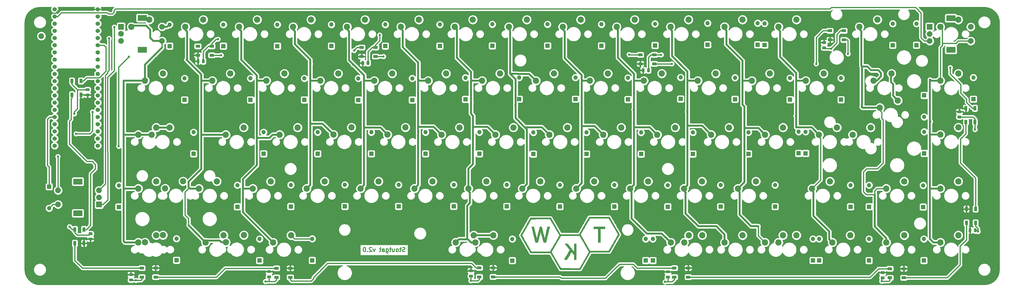
<source format=gbr>
G04 #@! TF.GenerationSoftware,KiCad,Pcbnew,5.1.5+dfsg1-2build2*
G04 #@! TF.CreationDate,2020-08-15T11:38:24+01:00*
G04 #@! TF.ProjectId,stoutgatv2,73746f75-7467-4617-9476-322e6b696361,0.2*
G04 #@! TF.SameCoordinates,Original*
G04 #@! TF.FileFunction,Copper,L2,Bot*
G04 #@! TF.FilePolarity,Positive*
%FSLAX46Y46*%
G04 Gerber Fmt 4.6, Leading zero omitted, Abs format (unit mm)*
G04 Created by KiCad (PCBNEW 5.1.5+dfsg1-2build2) date 2020-08-15 11:38:24*
%MOMM*%
%LPD*%
G04 APERTURE LIST*
%ADD10C,0.300000*%
%ADD11C,0.010000*%
%ADD12C,2.000000*%
%ADD13R,2.000000X2.000000*%
%ADD14R,3.200000X2.000000*%
%ADD15O,1.500000X1.500000*%
%ADD16R,1.500000X1.500000*%
%ADD17C,2.200000*%
%ADD18C,0.100000*%
%ADD19R,1.500000X1.000000*%
%ADD20R,1.000000X1.500000*%
%ADD21C,1.524000*%
%ADD22C,0.800000*%
%ADD23C,0.635000*%
%ADD24C,0.406400*%
%ADD25C,0.254000*%
G04 APERTURE END LIST*
D10*
X182566342Y-172412742D02*
X182352057Y-172484171D01*
X181994914Y-172484171D01*
X181852057Y-172412742D01*
X181780628Y-172341314D01*
X181709200Y-172198457D01*
X181709200Y-172055600D01*
X181780628Y-171912742D01*
X181852057Y-171841314D01*
X181994914Y-171769885D01*
X182280628Y-171698457D01*
X182423485Y-171627028D01*
X182494914Y-171555600D01*
X182566342Y-171412742D01*
X182566342Y-171269885D01*
X182494914Y-171127028D01*
X182423485Y-171055600D01*
X182280628Y-170984171D01*
X181923485Y-170984171D01*
X181709200Y-171055600D01*
X181280628Y-171484171D02*
X180709200Y-171484171D01*
X181066342Y-170984171D02*
X181066342Y-172269885D01*
X180994914Y-172412742D01*
X180852057Y-172484171D01*
X180709200Y-172484171D01*
X179994914Y-172484171D02*
X180137771Y-172412742D01*
X180209200Y-172341314D01*
X180280628Y-172198457D01*
X180280628Y-171769885D01*
X180209200Y-171627028D01*
X180137771Y-171555600D01*
X179994914Y-171484171D01*
X179780628Y-171484171D01*
X179637771Y-171555600D01*
X179566342Y-171627028D01*
X179494914Y-171769885D01*
X179494914Y-172198457D01*
X179566342Y-172341314D01*
X179637771Y-172412742D01*
X179780628Y-172484171D01*
X179994914Y-172484171D01*
X178209200Y-171484171D02*
X178209200Y-172484171D01*
X178852057Y-171484171D02*
X178852057Y-172269885D01*
X178780628Y-172412742D01*
X178637771Y-172484171D01*
X178423485Y-172484171D01*
X178280628Y-172412742D01*
X178209200Y-172341314D01*
X177709200Y-171484171D02*
X177137771Y-171484171D01*
X177494914Y-170984171D02*
X177494914Y-172269885D01*
X177423485Y-172412742D01*
X177280628Y-172484171D01*
X177137771Y-172484171D01*
X175994914Y-171484171D02*
X175994914Y-172698457D01*
X176066342Y-172841314D01*
X176137771Y-172912742D01*
X176280628Y-172984171D01*
X176494914Y-172984171D01*
X176637771Y-172912742D01*
X175994914Y-172412742D02*
X176137771Y-172484171D01*
X176423485Y-172484171D01*
X176566342Y-172412742D01*
X176637771Y-172341314D01*
X176709200Y-172198457D01*
X176709200Y-171769885D01*
X176637771Y-171627028D01*
X176566342Y-171555600D01*
X176423485Y-171484171D01*
X176137771Y-171484171D01*
X175994914Y-171555600D01*
X174637771Y-172484171D02*
X174637771Y-171698457D01*
X174709200Y-171555600D01*
X174852057Y-171484171D01*
X175137771Y-171484171D01*
X175280628Y-171555600D01*
X174637771Y-172412742D02*
X174780628Y-172484171D01*
X175137771Y-172484171D01*
X175280628Y-172412742D01*
X175352057Y-172269885D01*
X175352057Y-172127028D01*
X175280628Y-171984171D01*
X175137771Y-171912742D01*
X174780628Y-171912742D01*
X174637771Y-171841314D01*
X174137771Y-171484171D02*
X173566342Y-171484171D01*
X173923485Y-170984171D02*
X173923485Y-172269885D01*
X173852057Y-172412742D01*
X173709200Y-172484171D01*
X173566342Y-172484171D01*
X172066342Y-171484171D02*
X171709200Y-172484171D01*
X171352057Y-171484171D01*
X170852057Y-171127028D02*
X170780628Y-171055600D01*
X170637771Y-170984171D01*
X170280628Y-170984171D01*
X170137771Y-171055600D01*
X170066342Y-171127028D01*
X169994914Y-171269885D01*
X169994914Y-171412742D01*
X170066342Y-171627028D01*
X170923485Y-172484171D01*
X169994914Y-172484171D01*
X169352057Y-172341314D02*
X169280628Y-172412742D01*
X169352057Y-172484171D01*
X169423485Y-172412742D01*
X169352057Y-172341314D01*
X169352057Y-172484171D01*
X168352057Y-170984171D02*
X168209200Y-170984171D01*
X168066342Y-171055600D01*
X167994914Y-171127028D01*
X167923485Y-171269885D01*
X167852057Y-171555600D01*
X167852057Y-171912742D01*
X167923485Y-172198457D01*
X167994914Y-172341314D01*
X168066342Y-172412742D01*
X168209200Y-172484171D01*
X168352057Y-172484171D01*
X168494914Y-172412742D01*
X168566342Y-172341314D01*
X168637771Y-172198457D01*
X168709200Y-171912742D01*
X168709200Y-171555600D01*
X168637771Y-171269885D01*
X168566342Y-171127028D01*
X168494914Y-171055600D01*
X168352057Y-170984171D01*
D11*
G36*
X230531961Y-163625345D02*
G01*
X230239391Y-163642322D01*
X229698093Y-165715674D01*
X229576144Y-166180858D01*
X229462415Y-166611014D01*
X229360170Y-166994061D01*
X229272678Y-167317921D01*
X229203205Y-167570511D01*
X229155019Y-167739753D01*
X229131386Y-167813566D01*
X229130179Y-167815642D01*
X229112404Y-167768567D01*
X229073139Y-167622967D01*
X229015188Y-167390557D01*
X228941357Y-167083055D01*
X228854450Y-166712177D01*
X228757273Y-166289642D01*
X228652630Y-165827166D01*
X228630442Y-165728178D01*
X228157319Y-163614100D01*
X227288171Y-163614100D01*
X227357746Y-163910433D01*
X227416439Y-164157765D01*
X227492804Y-164475478D01*
X227583701Y-164850833D01*
X227685989Y-165271091D01*
X227796528Y-165723514D01*
X227912178Y-166195362D01*
X228029799Y-166673898D01*
X228146251Y-167146382D01*
X228258392Y-167600076D01*
X228363084Y-168022241D01*
X228457185Y-168400140D01*
X228537555Y-168721032D01*
X228601056Y-168972179D01*
X228644545Y-169140843D01*
X228664882Y-169214285D01*
X228665684Y-169216211D01*
X228730568Y-169236921D01*
X228877809Y-169252006D01*
X229076907Y-169258485D01*
X229098625Y-169258544D01*
X229506125Y-169258544D01*
X229611011Y-168849322D01*
X229695953Y-168520620D01*
X229792432Y-168151812D01*
X229896429Y-167757811D01*
X230003925Y-167353528D01*
X230110901Y-166953877D01*
X230213339Y-166573768D01*
X230307218Y-166228115D01*
X230388521Y-165931830D01*
X230453228Y-165699825D01*
X230497321Y-165547013D01*
X230516780Y-165488305D01*
X230516842Y-165488239D01*
X230543258Y-165522825D01*
X230584037Y-165636612D01*
X230605301Y-165710958D01*
X230638847Y-165834865D01*
X230697281Y-166048930D01*
X230775472Y-166334485D01*
X230868290Y-166672863D01*
X230970601Y-167045399D01*
X231077277Y-167433423D01*
X231183184Y-167818271D01*
X231283193Y-168181274D01*
X231372173Y-168503765D01*
X231444991Y-168767079D01*
X231483482Y-168905766D01*
X231581637Y-169258544D01*
X231997488Y-169258544D01*
X232248626Y-169249628D01*
X232393429Y-169222322D01*
X232435807Y-169187989D01*
X232459724Y-169099420D01*
X232500190Y-168937172D01*
X232545068Y-168750544D01*
X232577894Y-168613789D01*
X232634120Y-168381828D01*
X232710226Y-168069090D01*
X232802693Y-167690001D01*
X232908001Y-167258989D01*
X233022630Y-166790480D01*
X233143062Y-166298902D01*
X233164762Y-166210393D01*
X233283700Y-165724109D01*
X233395407Y-165265029D01*
X233496711Y-164846365D01*
X233584438Y-164481329D01*
X233655419Y-164183132D01*
X233706479Y-163964987D01*
X233734447Y-163840105D01*
X233737345Y-163825615D01*
X233777026Y-163614100D01*
X232927909Y-163614100D01*
X232815402Y-164107989D01*
X232773020Y-164294816D01*
X232710421Y-164571818D01*
X232632105Y-164919019D01*
X232542576Y-165316445D01*
X232446336Y-165744121D01*
X232347888Y-166182072D01*
X232344678Y-166196356D01*
X232252097Y-166602870D01*
X232165812Y-166971160D01*
X232089234Y-167287498D01*
X232025772Y-167538159D01*
X231978835Y-167709415D01*
X231951833Y-167787540D01*
X231948614Y-167790911D01*
X231912592Y-167742136D01*
X231875210Y-167623049D01*
X231871780Y-167607544D01*
X231847693Y-167506743D01*
X231799161Y-167313482D01*
X231730529Y-167044459D01*
X231646145Y-166716369D01*
X231550354Y-166345910D01*
X231447504Y-165949777D01*
X231341940Y-165544667D01*
X231238010Y-165147277D01*
X231140059Y-164774302D01*
X231052434Y-164442439D01*
X230979482Y-164168384D01*
X230925550Y-163968834D01*
X230908580Y-163907567D01*
X230824531Y-163608367D01*
X230531961Y-163625345D01*
G37*
X230531961Y-163625345D02*
X230239391Y-163642322D01*
X229698093Y-165715674D01*
X229576144Y-166180858D01*
X229462415Y-166611014D01*
X229360170Y-166994061D01*
X229272678Y-167317921D01*
X229203205Y-167570511D01*
X229155019Y-167739753D01*
X229131386Y-167813566D01*
X229130179Y-167815642D01*
X229112404Y-167768567D01*
X229073139Y-167622967D01*
X229015188Y-167390557D01*
X228941357Y-167083055D01*
X228854450Y-166712177D01*
X228757273Y-166289642D01*
X228652630Y-165827166D01*
X228630442Y-165728178D01*
X228157319Y-163614100D01*
X227288171Y-163614100D01*
X227357746Y-163910433D01*
X227416439Y-164157765D01*
X227492804Y-164475478D01*
X227583701Y-164850833D01*
X227685989Y-165271091D01*
X227796528Y-165723514D01*
X227912178Y-166195362D01*
X228029799Y-166673898D01*
X228146251Y-167146382D01*
X228258392Y-167600076D01*
X228363084Y-168022241D01*
X228457185Y-168400140D01*
X228537555Y-168721032D01*
X228601056Y-168972179D01*
X228644545Y-169140843D01*
X228664882Y-169214285D01*
X228665684Y-169216211D01*
X228730568Y-169236921D01*
X228877809Y-169252006D01*
X229076907Y-169258485D01*
X229098625Y-169258544D01*
X229506125Y-169258544D01*
X229611011Y-168849322D01*
X229695953Y-168520620D01*
X229792432Y-168151812D01*
X229896429Y-167757811D01*
X230003925Y-167353528D01*
X230110901Y-166953877D01*
X230213339Y-166573768D01*
X230307218Y-166228115D01*
X230388521Y-165931830D01*
X230453228Y-165699825D01*
X230497321Y-165547013D01*
X230516780Y-165488305D01*
X230516842Y-165488239D01*
X230543258Y-165522825D01*
X230584037Y-165636612D01*
X230605301Y-165710958D01*
X230638847Y-165834865D01*
X230697281Y-166048930D01*
X230775472Y-166334485D01*
X230868290Y-166672863D01*
X230970601Y-167045399D01*
X231077277Y-167433423D01*
X231183184Y-167818271D01*
X231283193Y-168181274D01*
X231372173Y-168503765D01*
X231444991Y-168767079D01*
X231483482Y-168905766D01*
X231581637Y-169258544D01*
X231997488Y-169258544D01*
X232248626Y-169249628D01*
X232393429Y-169222322D01*
X232435807Y-169187989D01*
X232459724Y-169099420D01*
X232500190Y-168937172D01*
X232545068Y-168750544D01*
X232577894Y-168613789D01*
X232634120Y-168381828D01*
X232710226Y-168069090D01*
X232802693Y-167690001D01*
X232908001Y-167258989D01*
X233022630Y-166790480D01*
X233143062Y-166298902D01*
X233164762Y-166210393D01*
X233283700Y-165724109D01*
X233395407Y-165265029D01*
X233496711Y-164846365D01*
X233584438Y-164481329D01*
X233655419Y-164183132D01*
X233706479Y-163964987D01*
X233734447Y-163840105D01*
X233737345Y-163825615D01*
X233777026Y-163614100D01*
X232927909Y-163614100D01*
X232815402Y-164107989D01*
X232773020Y-164294816D01*
X232710421Y-164571818D01*
X232632105Y-164919019D01*
X232542576Y-165316445D01*
X232446336Y-165744121D01*
X232347888Y-166182072D01*
X232344678Y-166196356D01*
X232252097Y-166602870D01*
X232165812Y-166971160D01*
X232089234Y-167287498D01*
X232025772Y-167538159D01*
X231978835Y-167709415D01*
X231951833Y-167787540D01*
X231948614Y-167790911D01*
X231912592Y-167742136D01*
X231875210Y-167623049D01*
X231871780Y-167607544D01*
X231847693Y-167506743D01*
X231799161Y-167313482D01*
X231730529Y-167044459D01*
X231646145Y-166716369D01*
X231550354Y-166345910D01*
X231447504Y-165949777D01*
X231341940Y-165544667D01*
X231238010Y-165147277D01*
X231140059Y-164774302D01*
X231052434Y-164442439D01*
X230979482Y-164168384D01*
X230925550Y-163968834D01*
X230908580Y-163907567D01*
X230824531Y-163608367D01*
X230531961Y-163625345D01*
G36*
X242344018Y-171064766D02*
G01*
X242342400Y-171450392D01*
X242337850Y-171795737D01*
X242330821Y-172085705D01*
X242321765Y-172305204D01*
X242311137Y-172439139D01*
X242301684Y-172474540D01*
X242257833Y-172431370D01*
X242153442Y-172309633D01*
X241997145Y-172119972D01*
X241797577Y-171873032D01*
X241563374Y-171579457D01*
X241303170Y-171249891D01*
X241158684Y-171065563D01*
X240058018Y-169657924D01*
X239559425Y-169655789D01*
X239324511Y-169660427D01*
X239159401Y-169675274D01*
X239082495Y-169698346D01*
X239079647Y-169707536D01*
X239119446Y-169764703D01*
X239220980Y-169896038D01*
X239374023Y-170088730D01*
X239568348Y-170329968D01*
X239793728Y-170606941D01*
X239945129Y-170791668D01*
X240184432Y-171083672D01*
X240399017Y-171347067D01*
X240578696Y-171569219D01*
X240713280Y-171737495D01*
X240792580Y-171839262D01*
X240809553Y-171863505D01*
X240785863Y-171920134D01*
X240710464Y-172061866D01*
X240589966Y-172277142D01*
X240430978Y-172554405D01*
X240240108Y-172882098D01*
X240023965Y-173248664D01*
X239858782Y-173526192D01*
X239626659Y-173915498D01*
X239412776Y-174275711D01*
X239224133Y-174594927D01*
X239067729Y-174861242D01*
X238950563Y-175062752D01*
X238879635Y-175187552D01*
X238861319Y-175222697D01*
X238870316Y-175259854D01*
X238942932Y-175283036D01*
X239095764Y-175294898D01*
X239332883Y-175298100D01*
X239833382Y-175298100D01*
X240620663Y-173971655D01*
X240828272Y-173623784D01*
X241017713Y-173310011D01*
X241181278Y-173042814D01*
X241311258Y-172834667D01*
X241399942Y-172698046D01*
X241439623Y-172645427D01*
X241440337Y-172645211D01*
X241486409Y-172686406D01*
X241588311Y-172798710D01*
X241731201Y-172965199D01*
X241900237Y-173168950D01*
X241908374Y-173178911D01*
X242344018Y-173712611D01*
X242344018Y-175298100D01*
X243134240Y-175298100D01*
X243134240Y-169653655D01*
X242344018Y-169653655D01*
X242344018Y-171064766D01*
G37*
X242344018Y-171064766D02*
X242342400Y-171450392D01*
X242337850Y-171795737D01*
X242330821Y-172085705D01*
X242321765Y-172305204D01*
X242311137Y-172439139D01*
X242301684Y-172474540D01*
X242257833Y-172431370D01*
X242153442Y-172309633D01*
X241997145Y-172119972D01*
X241797577Y-171873032D01*
X241563374Y-171579457D01*
X241303170Y-171249891D01*
X241158684Y-171065563D01*
X240058018Y-169657924D01*
X239559425Y-169655789D01*
X239324511Y-169660427D01*
X239159401Y-169675274D01*
X239082495Y-169698346D01*
X239079647Y-169707536D01*
X239119446Y-169764703D01*
X239220980Y-169896038D01*
X239374023Y-170088730D01*
X239568348Y-170329968D01*
X239793728Y-170606941D01*
X239945129Y-170791668D01*
X240184432Y-171083672D01*
X240399017Y-171347067D01*
X240578696Y-171569219D01*
X240713280Y-171737495D01*
X240792580Y-171839262D01*
X240809553Y-171863505D01*
X240785863Y-171920134D01*
X240710464Y-172061866D01*
X240589966Y-172277142D01*
X240430978Y-172554405D01*
X240240108Y-172882098D01*
X240023965Y-173248664D01*
X239858782Y-173526192D01*
X239626659Y-173915498D01*
X239412776Y-174275711D01*
X239224133Y-174594927D01*
X239067729Y-174861242D01*
X238950563Y-175062752D01*
X238879635Y-175187552D01*
X238861319Y-175222697D01*
X238870316Y-175259854D01*
X238942932Y-175283036D01*
X239095764Y-175294898D01*
X239332883Y-175298100D01*
X239833382Y-175298100D01*
X240620663Y-173971655D01*
X240828272Y-173623784D01*
X241017713Y-173310011D01*
X241181278Y-173042814D01*
X241311258Y-172834667D01*
X241399942Y-172698046D01*
X241439623Y-172645427D01*
X241440337Y-172645211D01*
X241486409Y-172686406D01*
X241588311Y-172798710D01*
X241731201Y-172965199D01*
X241900237Y-173168950D01*
X241908374Y-173178911D01*
X242344018Y-173712611D01*
X242344018Y-175298100D01*
X243134240Y-175298100D01*
X243134240Y-169653655D01*
X242344018Y-169653655D01*
X242344018Y-171064766D01*
G36*
X251248129Y-163627489D02*
G01*
X249258462Y-163642322D01*
X249225082Y-164404322D01*
X250810684Y-164404322D01*
X250810684Y-169258544D01*
X251656139Y-169258544D01*
X251685573Y-164432544D01*
X253237795Y-164401136D01*
X253237795Y-163612656D01*
X251248129Y-163627489D01*
G37*
X251248129Y-163627489D02*
X249258462Y-163642322D01*
X249225082Y-164404322D01*
X250810684Y-164404322D01*
X250810684Y-169258544D01*
X251656139Y-169258544D01*
X251685573Y-164432544D01*
X253237795Y-164401136D01*
X253237795Y-163612656D01*
X251248129Y-163627489D01*
G36*
X247079902Y-161201100D02*
G01*
X246914618Y-161486906D01*
X246703413Y-161852317D01*
X246456786Y-162279158D01*
X246185235Y-162749254D01*
X245899260Y-163244430D01*
X245609357Y-163746512D01*
X245326027Y-164237325D01*
X245302967Y-164277277D01*
X244122018Y-166323344D01*
X237518018Y-166321968D01*
X235826369Y-163387589D01*
X234134720Y-160453211D01*
X226961728Y-160453211D01*
X226674793Y-160947100D01*
X226266854Y-161650092D01*
X225870598Y-162334551D01*
X225489862Y-162993757D01*
X225128483Y-163620991D01*
X224790299Y-164209533D01*
X224479147Y-164752665D01*
X224198865Y-165243666D01*
X223953290Y-165675819D01*
X223746259Y-166042402D01*
X223581610Y-166336697D01*
X223463181Y-166551985D01*
X223394808Y-166681547D01*
X223378684Y-166718544D01*
X223406450Y-166778464D01*
X223487189Y-166929217D01*
X223617063Y-167164084D01*
X223792236Y-167476345D01*
X224008869Y-167859281D01*
X224263126Y-168306173D01*
X224551169Y-168810302D01*
X224869160Y-169364947D01*
X225213262Y-169963390D01*
X225579638Y-170598912D01*
X225964449Y-171264793D01*
X226363860Y-171954314D01*
X226674793Y-172489989D01*
X226961728Y-172983878D01*
X234018462Y-172985038D01*
X234332549Y-173534791D01*
X234425148Y-173696315D01*
X234567051Y-173943105D01*
X234751069Y-174262691D01*
X234970013Y-174642602D01*
X235216695Y-175070367D01*
X235483924Y-175533517D01*
X235764513Y-176019580D01*
X236024256Y-176469322D01*
X237401876Y-178854100D01*
X244576600Y-178854100D01*
X246353086Y-175778071D01*
X248129573Y-172702042D01*
X251489780Y-172701848D01*
X254849986Y-172701655D01*
X254912050Y-172594041D01*
X247602400Y-172594041D01*
X247354731Y-173028848D01*
X247183786Y-173328136D01*
X246980743Y-173682254D01*
X246752136Y-174079918D01*
X246504497Y-174509846D01*
X246244361Y-174960754D01*
X245978261Y-175421360D01*
X245712730Y-175880382D01*
X245454302Y-176326535D01*
X245209509Y-176748538D01*
X244984885Y-177135107D01*
X244786964Y-177474961D01*
X244622280Y-177756815D01*
X244497364Y-177969387D01*
X244418751Y-178101394D01*
X244398060Y-178134887D01*
X244260926Y-178347008D01*
X237690058Y-178317878D01*
X237485964Y-177979211D01*
X237401558Y-177836996D01*
X237271097Y-177614451D01*
X237104787Y-177329119D01*
X236912835Y-176998538D01*
X236705448Y-176640250D01*
X236533476Y-176342322D01*
X236279089Y-175901035D01*
X235993499Y-175405603D01*
X235696970Y-174891182D01*
X235409769Y-174392930D01*
X235152159Y-173946003D01*
X235078854Y-173818822D01*
X234372627Y-172593544D01*
X235912796Y-169924155D01*
X236206632Y-169415196D01*
X236486932Y-168930278D01*
X236747993Y-168479228D01*
X236984112Y-168071873D01*
X237189586Y-167718039D01*
X237358710Y-167427552D01*
X237485781Y-167210239D01*
X237565097Y-167075927D01*
X237585264Y-167042645D01*
X237717563Y-166830524D01*
X241003242Y-166845090D01*
X244288920Y-166859655D01*
X245221469Y-168472609D01*
X245491239Y-168939267D01*
X245783329Y-169444636D01*
X246082193Y-169961812D01*
X246372287Y-170463894D01*
X246638067Y-170923981D01*
X246863987Y-171315171D01*
X246878209Y-171339802D01*
X247602400Y-172594041D01*
X254912050Y-172594041D01*
X256030051Y-170655544D01*
X256314476Y-170162676D01*
X256608422Y-169653843D01*
X256901010Y-169147841D01*
X257181361Y-168663468D01*
X257438594Y-168219520D01*
X257661831Y-167834792D01*
X257840192Y-167528082D01*
X257848302Y-167514163D01*
X258069354Y-167128285D01*
X258241748Y-166813431D01*
X258362382Y-166575691D01*
X258428158Y-166421156D01*
X258433811Y-166380539D01*
X257835576Y-166380539D01*
X257816150Y-166450774D01*
X257743266Y-166609117D01*
X257621551Y-166846881D01*
X257455634Y-167155377D01*
X257250144Y-167525917D01*
X257009710Y-167949811D01*
X256873379Y-168186761D01*
X256603323Y-168654178D01*
X256317652Y-169148914D01*
X256029807Y-169647670D01*
X255753229Y-170127147D01*
X255501362Y-170564045D01*
X255287647Y-170935067D01*
X255221501Y-171049997D01*
X254564240Y-172192338D01*
X251263551Y-172178886D01*
X247962862Y-172165433D01*
X247194949Y-170838989D01*
X246953334Y-170421562D01*
X246672526Y-169936297D01*
X246369824Y-169413095D01*
X246062524Y-168881857D01*
X245767925Y-168372481D01*
X245538130Y-167975072D01*
X244810608Y-166716733D01*
X237162140Y-166716733D01*
X235622827Y-169384638D01*
X235329072Y-169893458D01*
X235048852Y-170378237D01*
X234787871Y-170829146D01*
X234551837Y-171236355D01*
X234346452Y-171590034D01*
X234177424Y-171880353D01*
X234050458Y-172097483D01*
X233971258Y-172231593D01*
X233951216Y-172264665D01*
X233818917Y-172476786D01*
X230532453Y-172462221D01*
X227245989Y-172447655D01*
X226928894Y-171911433D01*
X226680553Y-171489642D01*
X226415189Y-171035641D01*
X226138493Y-170559441D01*
X225856160Y-170071051D01*
X225573883Y-169580479D01*
X225297357Y-169097736D01*
X225032275Y-168632832D01*
X224784331Y-168195775D01*
X224559219Y-167796575D01*
X224362633Y-167445242D01*
X224200265Y-167151785D01*
X224077811Y-166926214D01*
X224000964Y-166778538D01*
X223975383Y-166719266D01*
X224002829Y-166656216D01*
X224081379Y-166505591D01*
X224205351Y-166277381D01*
X224369064Y-165981580D01*
X224566834Y-165628176D01*
X224792979Y-165227163D01*
X225041819Y-164788531D01*
X225307669Y-164322271D01*
X225584849Y-163838375D01*
X225867676Y-163346834D01*
X226150468Y-162857639D01*
X226427543Y-162380782D01*
X226693219Y-161926253D01*
X226929037Y-161525655D01*
X227245989Y-160989433D01*
X230532346Y-160974868D01*
X233818703Y-160960302D01*
X233955838Y-161172423D01*
X234007204Y-161257055D01*
X234108346Y-161428248D01*
X234252729Y-161674722D01*
X234433822Y-161985195D01*
X234645092Y-162348385D01*
X234880007Y-162753010D01*
X235132033Y-163187789D01*
X235394638Y-163641440D01*
X235661290Y-164102682D01*
X235925455Y-164560232D01*
X236180602Y-165002810D01*
X236420197Y-165419133D01*
X236637709Y-165797921D01*
X236826603Y-166127891D01*
X236913490Y-166280194D01*
X237162140Y-166716733D01*
X244810608Y-166716733D01*
X244649224Y-166437600D01*
X244833008Y-166112405D01*
X244927777Y-165945921D01*
X245071103Y-165695724D01*
X245254927Y-165375766D01*
X245471193Y-164999999D01*
X245711842Y-164582378D01*
X245968817Y-164136855D01*
X246234059Y-163677382D01*
X246499512Y-163217912D01*
X246757116Y-162772398D01*
X246998815Y-162354793D01*
X247216551Y-161979050D01*
X247402265Y-161659121D01*
X247547900Y-161408959D01*
X247644859Y-161243433D01*
X247961115Y-160707211D01*
X254563365Y-160707211D01*
X254880468Y-161243433D01*
X255017669Y-161476751D01*
X255190856Y-161773339D01*
X255393669Y-162122141D01*
X255619749Y-162512102D01*
X255862736Y-162932168D01*
X256116271Y-163371283D01*
X256373995Y-163818393D01*
X256629548Y-164262443D01*
X256876571Y-164692378D01*
X257108705Y-165097142D01*
X257319591Y-165465681D01*
X257502868Y-165786940D01*
X257652179Y-166049865D01*
X257761162Y-166243399D01*
X257823460Y-166356489D01*
X257835576Y-166380539D01*
X258433811Y-166380539D01*
X258437081Y-166357052D01*
X258398891Y-166296054D01*
X258310658Y-166147957D01*
X258178653Y-165923501D01*
X258009149Y-165633428D01*
X257808415Y-165288478D01*
X257582723Y-164899392D01*
X257338344Y-164476911D01*
X257247545Y-164319655D01*
X256991252Y-163875757D01*
X256745813Y-163451025D01*
X256518508Y-163058029D01*
X256316616Y-162709339D01*
X256147418Y-162417527D01*
X256018192Y-162195163D01*
X255936218Y-162054817D01*
X255923745Y-162033655D01*
X255829627Y-161873025D01*
X255694833Y-161640929D01*
X255534718Y-161363904D01*
X255364638Y-161068484D01*
X255294957Y-160947100D01*
X254849838Y-160170989D01*
X247675887Y-160170989D01*
X247079902Y-161201100D01*
G37*
X247079902Y-161201100D02*
X246914618Y-161486906D01*
X246703413Y-161852317D01*
X246456786Y-162279158D01*
X246185235Y-162749254D01*
X245899260Y-163244430D01*
X245609357Y-163746512D01*
X245326027Y-164237325D01*
X245302967Y-164277277D01*
X244122018Y-166323344D01*
X237518018Y-166321968D01*
X235826369Y-163387589D01*
X234134720Y-160453211D01*
X226961728Y-160453211D01*
X226674793Y-160947100D01*
X226266854Y-161650092D01*
X225870598Y-162334551D01*
X225489862Y-162993757D01*
X225128483Y-163620991D01*
X224790299Y-164209533D01*
X224479147Y-164752665D01*
X224198865Y-165243666D01*
X223953290Y-165675819D01*
X223746259Y-166042402D01*
X223581610Y-166336697D01*
X223463181Y-166551985D01*
X223394808Y-166681547D01*
X223378684Y-166718544D01*
X223406450Y-166778464D01*
X223487189Y-166929217D01*
X223617063Y-167164084D01*
X223792236Y-167476345D01*
X224008869Y-167859281D01*
X224263126Y-168306173D01*
X224551169Y-168810302D01*
X224869160Y-169364947D01*
X225213262Y-169963390D01*
X225579638Y-170598912D01*
X225964449Y-171264793D01*
X226363860Y-171954314D01*
X226674793Y-172489989D01*
X226961728Y-172983878D01*
X234018462Y-172985038D01*
X234332549Y-173534791D01*
X234425148Y-173696315D01*
X234567051Y-173943105D01*
X234751069Y-174262691D01*
X234970013Y-174642602D01*
X235216695Y-175070367D01*
X235483924Y-175533517D01*
X235764513Y-176019580D01*
X236024256Y-176469322D01*
X237401876Y-178854100D01*
X244576600Y-178854100D01*
X246353086Y-175778071D01*
X248129573Y-172702042D01*
X251489780Y-172701848D01*
X254849986Y-172701655D01*
X254912050Y-172594041D01*
X247602400Y-172594041D01*
X247354731Y-173028848D01*
X247183786Y-173328136D01*
X246980743Y-173682254D01*
X246752136Y-174079918D01*
X246504497Y-174509846D01*
X246244361Y-174960754D01*
X245978261Y-175421360D01*
X245712730Y-175880382D01*
X245454302Y-176326535D01*
X245209509Y-176748538D01*
X244984885Y-177135107D01*
X244786964Y-177474961D01*
X244622280Y-177756815D01*
X244497364Y-177969387D01*
X244418751Y-178101394D01*
X244398060Y-178134887D01*
X244260926Y-178347008D01*
X237690058Y-178317878D01*
X237485964Y-177979211D01*
X237401558Y-177836996D01*
X237271097Y-177614451D01*
X237104787Y-177329119D01*
X236912835Y-176998538D01*
X236705448Y-176640250D01*
X236533476Y-176342322D01*
X236279089Y-175901035D01*
X235993499Y-175405603D01*
X235696970Y-174891182D01*
X235409769Y-174392930D01*
X235152159Y-173946003D01*
X235078854Y-173818822D01*
X234372627Y-172593544D01*
X235912796Y-169924155D01*
X236206632Y-169415196D01*
X236486932Y-168930278D01*
X236747993Y-168479228D01*
X236984112Y-168071873D01*
X237189586Y-167718039D01*
X237358710Y-167427552D01*
X237485781Y-167210239D01*
X237565097Y-167075927D01*
X237585264Y-167042645D01*
X237717563Y-166830524D01*
X241003242Y-166845090D01*
X244288920Y-166859655D01*
X245221469Y-168472609D01*
X245491239Y-168939267D01*
X245783329Y-169444636D01*
X246082193Y-169961812D01*
X246372287Y-170463894D01*
X246638067Y-170923981D01*
X246863987Y-171315171D01*
X246878209Y-171339802D01*
X247602400Y-172594041D01*
X254912050Y-172594041D01*
X256030051Y-170655544D01*
X256314476Y-170162676D01*
X256608422Y-169653843D01*
X256901010Y-169147841D01*
X257181361Y-168663468D01*
X257438594Y-168219520D01*
X257661831Y-167834792D01*
X257840192Y-167528082D01*
X257848302Y-167514163D01*
X258069354Y-167128285D01*
X258241748Y-166813431D01*
X258362382Y-166575691D01*
X258428158Y-166421156D01*
X258433811Y-166380539D01*
X257835576Y-166380539D01*
X257816150Y-166450774D01*
X257743266Y-166609117D01*
X257621551Y-166846881D01*
X257455634Y-167155377D01*
X257250144Y-167525917D01*
X257009710Y-167949811D01*
X256873379Y-168186761D01*
X256603323Y-168654178D01*
X256317652Y-169148914D01*
X256029807Y-169647670D01*
X255753229Y-170127147D01*
X255501362Y-170564045D01*
X255287647Y-170935067D01*
X255221501Y-171049997D01*
X254564240Y-172192338D01*
X251263551Y-172178886D01*
X247962862Y-172165433D01*
X247194949Y-170838989D01*
X246953334Y-170421562D01*
X246672526Y-169936297D01*
X246369824Y-169413095D01*
X246062524Y-168881857D01*
X245767925Y-168372481D01*
X245538130Y-167975072D01*
X244810608Y-166716733D01*
X237162140Y-166716733D01*
X235622827Y-169384638D01*
X235329072Y-169893458D01*
X235048852Y-170378237D01*
X234787871Y-170829146D01*
X234551837Y-171236355D01*
X234346452Y-171590034D01*
X234177424Y-171880353D01*
X234050458Y-172097483D01*
X233971258Y-172231593D01*
X233951216Y-172264665D01*
X233818917Y-172476786D01*
X230532453Y-172462221D01*
X227245989Y-172447655D01*
X226928894Y-171911433D01*
X226680553Y-171489642D01*
X226415189Y-171035641D01*
X226138493Y-170559441D01*
X225856160Y-170071051D01*
X225573883Y-169580479D01*
X225297357Y-169097736D01*
X225032275Y-168632832D01*
X224784331Y-168195775D01*
X224559219Y-167796575D01*
X224362633Y-167445242D01*
X224200265Y-167151785D01*
X224077811Y-166926214D01*
X224000964Y-166778538D01*
X223975383Y-166719266D01*
X224002829Y-166656216D01*
X224081379Y-166505591D01*
X224205351Y-166277381D01*
X224369064Y-165981580D01*
X224566834Y-165628176D01*
X224792979Y-165227163D01*
X225041819Y-164788531D01*
X225307669Y-164322271D01*
X225584849Y-163838375D01*
X225867676Y-163346834D01*
X226150468Y-162857639D01*
X226427543Y-162380782D01*
X226693219Y-161926253D01*
X226929037Y-161525655D01*
X227245989Y-160989433D01*
X230532346Y-160974868D01*
X233818703Y-160960302D01*
X233955838Y-161172423D01*
X234007204Y-161257055D01*
X234108346Y-161428248D01*
X234252729Y-161674722D01*
X234433822Y-161985195D01*
X234645092Y-162348385D01*
X234880007Y-162753010D01*
X235132033Y-163187789D01*
X235394638Y-163641440D01*
X235661290Y-164102682D01*
X235925455Y-164560232D01*
X236180602Y-165002810D01*
X236420197Y-165419133D01*
X236637709Y-165797921D01*
X236826603Y-166127891D01*
X236913490Y-166280194D01*
X237162140Y-166716733D01*
X244810608Y-166716733D01*
X244649224Y-166437600D01*
X244833008Y-166112405D01*
X244927777Y-165945921D01*
X245071103Y-165695724D01*
X245254927Y-165375766D01*
X245471193Y-164999999D01*
X245711842Y-164582378D01*
X245968817Y-164136855D01*
X246234059Y-163677382D01*
X246499512Y-163217912D01*
X246757116Y-162772398D01*
X246998815Y-162354793D01*
X247216551Y-161979050D01*
X247402265Y-161659121D01*
X247547900Y-161408959D01*
X247644859Y-161243433D01*
X247961115Y-160707211D01*
X254563365Y-160707211D01*
X254880468Y-161243433D01*
X255017669Y-161476751D01*
X255190856Y-161773339D01*
X255393669Y-162122141D01*
X255619749Y-162512102D01*
X255862736Y-162932168D01*
X256116271Y-163371283D01*
X256373995Y-163818393D01*
X256629548Y-164262443D01*
X256876571Y-164692378D01*
X257108705Y-165097142D01*
X257319591Y-165465681D01*
X257502868Y-165786940D01*
X257652179Y-166049865D01*
X257761162Y-166243399D01*
X257823460Y-166356489D01*
X257835576Y-166380539D01*
X258433811Y-166380539D01*
X258437081Y-166357052D01*
X258398891Y-166296054D01*
X258310658Y-166147957D01*
X258178653Y-165923501D01*
X258009149Y-165633428D01*
X257808415Y-165288478D01*
X257582723Y-164899392D01*
X257338344Y-164476911D01*
X257247545Y-164319655D01*
X256991252Y-163875757D01*
X256745813Y-163451025D01*
X256518508Y-163058029D01*
X256316616Y-162709339D01*
X256147418Y-162417527D01*
X256018192Y-162195163D01*
X255936218Y-162054817D01*
X255923745Y-162033655D01*
X255829627Y-161873025D01*
X255694833Y-161640929D01*
X255534718Y-161363904D01*
X255364638Y-161068484D01*
X255294957Y-160947100D01*
X254849838Y-160170989D01*
X247675887Y-160170989D01*
X247079902Y-161201100D01*
D12*
X54089300Y-96215200D03*
D13*
X74498200Y-155803600D03*
D12*
X74498200Y-153303600D03*
X74498200Y-150803600D03*
D14*
X66998200Y-158903600D03*
X66998200Y-147703600D03*
D12*
X59998200Y-155803600D03*
X59998200Y-150803600D03*
D15*
X56845200Y-157124400D03*
D16*
X56845200Y-149504400D03*
D17*
X340791800Y-131114800D03*
X347141800Y-128574800D03*
X348157800Y-112039400D03*
X354507800Y-109499400D03*
X200533000Y-169214800D03*
X206883000Y-166674800D03*
X88341200Y-131114800D03*
X94691200Y-128574800D03*
X350418400Y-121564400D03*
X356768400Y-119024400D03*
X309803800Y-169214800D03*
X316153800Y-166674800D03*
X281279600Y-169214800D03*
X287629600Y-166674800D03*
X119303800Y-169189400D03*
X125653800Y-166649400D03*
X90728800Y-169189400D03*
X97078800Y-166649400D03*
X97840800Y-150139400D03*
X104190800Y-147599400D03*
D15*
X137490200Y-92151200D03*
D16*
X137490200Y-99771200D03*
D15*
X365963200Y-167995600D03*
D16*
X365963200Y-175615600D03*
D15*
X346583000Y-167995600D03*
D16*
X346583000Y-175615600D03*
D15*
X328955400Y-167970200D03*
D16*
X328955400Y-175590200D03*
D15*
X326771000Y-167970200D03*
D16*
X326771000Y-175590200D03*
D15*
X267665200Y-167995600D03*
D16*
X267665200Y-175615600D03*
D15*
X270179800Y-167995600D03*
D16*
X270179800Y-175615600D03*
D15*
X220522800Y-168021000D03*
D16*
X220522800Y-175641000D03*
D15*
X149809200Y-167944800D03*
D16*
X149809200Y-175564800D03*
D15*
X131216400Y-167995600D03*
D16*
X131216400Y-175615600D03*
D15*
X365709200Y-149072600D03*
D16*
X365709200Y-156692600D03*
D15*
X346608400Y-148971000D03*
D16*
X346608400Y-156591000D03*
D15*
X340029800Y-148971000D03*
D16*
X340029800Y-156591000D03*
D15*
X313385200Y-148920200D03*
D16*
X313385200Y-156540200D03*
D15*
X294132000Y-148945600D03*
D16*
X294132000Y-156565600D03*
D15*
X275437600Y-148971000D03*
D16*
X275437600Y-156591000D03*
D15*
X256590800Y-148894800D03*
D16*
X256590800Y-156514800D03*
D15*
X237337600Y-148894800D03*
D16*
X237337600Y-156514800D03*
D15*
X218567000Y-148844000D03*
D16*
X218567000Y-156464000D03*
D15*
X199821800Y-148818600D03*
D16*
X199821800Y-156438600D03*
D15*
X180340000Y-148844000D03*
D16*
X180340000Y-156464000D03*
D15*
X161366200Y-148844000D03*
D16*
X161366200Y-156464000D03*
D15*
X142265400Y-148894800D03*
D16*
X142265400Y-156514800D03*
D15*
X123367800Y-148971000D03*
D16*
X123367800Y-156591000D03*
D15*
X366090200Y-130098800D03*
D16*
X366090200Y-137718800D03*
D15*
X324180200Y-130098800D03*
D16*
X324180200Y-137718800D03*
D15*
X321716400Y-130073400D03*
D16*
X321716400Y-137693400D03*
D15*
X303987200Y-130251200D03*
D16*
X303987200Y-137871200D03*
D15*
X284353000Y-130302000D03*
D16*
X284353000Y-137922000D03*
D15*
X266039600Y-130327400D03*
D16*
X266039600Y-137947400D03*
D15*
X246761000Y-130327400D03*
D16*
X246761000Y-137947400D03*
D15*
X227965000Y-130327400D03*
D16*
X227965000Y-137947400D03*
D15*
X208889600Y-130225800D03*
D16*
X208889600Y-137845800D03*
D15*
X189865000Y-130225800D03*
D16*
X189865000Y-137845800D03*
D15*
X170713400Y-130225800D03*
D16*
X170713400Y-137845800D03*
D15*
X151739600Y-130225800D03*
D16*
X151739600Y-137845800D03*
D15*
X132638800Y-130225800D03*
D16*
X132638800Y-137845800D03*
D15*
X383463800Y-110896400D03*
D16*
X383463800Y-118516400D03*
D15*
X366090200Y-124815600D03*
D16*
X366090200Y-117195600D03*
D15*
X336677000Y-111099600D03*
D16*
X336677000Y-118719600D03*
D15*
X318643000Y-111099600D03*
D16*
X318643000Y-118719600D03*
D15*
X299212000Y-110947200D03*
D16*
X299212000Y-118567200D03*
D15*
X280009600Y-110845600D03*
D16*
X280009600Y-118465600D03*
D15*
X261391400Y-111023400D03*
D16*
X261391400Y-118643400D03*
D15*
X242824000Y-110896400D03*
D16*
X242824000Y-118516400D03*
D15*
X222935800Y-110896400D03*
D16*
X222935800Y-118516400D03*
D15*
X203962000Y-110972600D03*
D16*
X203962000Y-118592600D03*
D15*
X185166000Y-111201200D03*
D16*
X185166000Y-118821200D03*
D15*
X166090600Y-111201200D03*
D16*
X166090600Y-118821200D03*
D15*
X147040600Y-111175800D03*
D16*
X147040600Y-118795800D03*
D15*
X127990600Y-111175800D03*
D16*
X127990600Y-118795800D03*
D15*
X363347000Y-91821000D03*
D16*
X363347000Y-99441000D03*
D15*
X354965000Y-91846400D03*
D16*
X354965000Y-99466400D03*
D15*
X309702200Y-91770200D03*
D16*
X309702200Y-99390200D03*
D15*
X307213000Y-91668600D03*
D16*
X307213000Y-99288600D03*
D15*
X289534600Y-91668600D03*
D16*
X289534600Y-99288600D03*
D15*
X270941800Y-91897200D03*
D16*
X270941800Y-99517200D03*
D15*
X252018800Y-92049600D03*
D16*
X252018800Y-99669600D03*
D15*
X232968800Y-92049600D03*
D16*
X232968800Y-99669600D03*
D15*
X213461600Y-92049600D03*
D16*
X213461600Y-99669600D03*
D15*
X194919600Y-92125800D03*
D16*
X194919600Y-99745800D03*
D15*
X175641000Y-92125800D03*
D16*
X175641000Y-99745800D03*
D15*
X156591000Y-92125800D03*
D16*
X156591000Y-99745800D03*
D15*
X118414800Y-92151200D03*
D16*
X118414800Y-99771200D03*
D15*
X99415600Y-92151200D03*
D16*
X99415600Y-99771200D03*
D15*
X107899200Y-130225800D03*
D16*
X107899200Y-137845800D03*
D15*
X104724200Y-111175800D03*
D16*
X104724200Y-118795800D03*
D15*
X81457800Y-149047200D03*
D16*
X81457800Y-156667200D03*
D15*
X101854000Y-167894000D03*
D16*
X101854000Y-175514000D03*
G04 #@! TA.AperFunction,SMDPad,CuDef*
D18*
G36*
X384391842Y-164223374D02*
G01*
X384415503Y-164226884D01*
X384438707Y-164232696D01*
X384461229Y-164240754D01*
X384482853Y-164250982D01*
X384503370Y-164263279D01*
X384522583Y-164277529D01*
X384540307Y-164293593D01*
X384556371Y-164311317D01*
X384570621Y-164330530D01*
X384582918Y-164351047D01*
X384593146Y-164372671D01*
X384601204Y-164395193D01*
X384607016Y-164418397D01*
X384610526Y-164442058D01*
X384611700Y-164465950D01*
X384611700Y-165378450D01*
X384610526Y-165402342D01*
X384607016Y-165426003D01*
X384601204Y-165449207D01*
X384593146Y-165471729D01*
X384582918Y-165493353D01*
X384570621Y-165513870D01*
X384556371Y-165533083D01*
X384540307Y-165550807D01*
X384522583Y-165566871D01*
X384503370Y-165581121D01*
X384482853Y-165593418D01*
X384461229Y-165603646D01*
X384438707Y-165611704D01*
X384415503Y-165617516D01*
X384391842Y-165621026D01*
X384367950Y-165622200D01*
X383880450Y-165622200D01*
X383856558Y-165621026D01*
X383832897Y-165617516D01*
X383809693Y-165611704D01*
X383787171Y-165603646D01*
X383765547Y-165593418D01*
X383745030Y-165581121D01*
X383725817Y-165566871D01*
X383708093Y-165550807D01*
X383692029Y-165533083D01*
X383677779Y-165513870D01*
X383665482Y-165493353D01*
X383655254Y-165471729D01*
X383647196Y-165449207D01*
X383641384Y-165426003D01*
X383637874Y-165402342D01*
X383636700Y-165378450D01*
X383636700Y-164465950D01*
X383637874Y-164442058D01*
X383641384Y-164418397D01*
X383647196Y-164395193D01*
X383655254Y-164372671D01*
X383665482Y-164351047D01*
X383677779Y-164330530D01*
X383692029Y-164311317D01*
X383708093Y-164293593D01*
X383725817Y-164277529D01*
X383745030Y-164263279D01*
X383765547Y-164250982D01*
X383787171Y-164240754D01*
X383809693Y-164232696D01*
X383832897Y-164226884D01*
X383856558Y-164223374D01*
X383880450Y-164222200D01*
X384367950Y-164222200D01*
X384391842Y-164223374D01*
G37*
G04 #@! TD.AperFunction*
G04 #@! TA.AperFunction,SMDPad,CuDef*
G36*
X382516842Y-164223374D02*
G01*
X382540503Y-164226884D01*
X382563707Y-164232696D01*
X382586229Y-164240754D01*
X382607853Y-164250982D01*
X382628370Y-164263279D01*
X382647583Y-164277529D01*
X382665307Y-164293593D01*
X382681371Y-164311317D01*
X382695621Y-164330530D01*
X382707918Y-164351047D01*
X382718146Y-164372671D01*
X382726204Y-164395193D01*
X382732016Y-164418397D01*
X382735526Y-164442058D01*
X382736700Y-164465950D01*
X382736700Y-165378450D01*
X382735526Y-165402342D01*
X382732016Y-165426003D01*
X382726204Y-165449207D01*
X382718146Y-165471729D01*
X382707918Y-165493353D01*
X382695621Y-165513870D01*
X382681371Y-165533083D01*
X382665307Y-165550807D01*
X382647583Y-165566871D01*
X382628370Y-165581121D01*
X382607853Y-165593418D01*
X382586229Y-165603646D01*
X382563707Y-165611704D01*
X382540503Y-165617516D01*
X382516842Y-165621026D01*
X382492950Y-165622200D01*
X382005450Y-165622200D01*
X381981558Y-165621026D01*
X381957897Y-165617516D01*
X381934693Y-165611704D01*
X381912171Y-165603646D01*
X381890547Y-165593418D01*
X381870030Y-165581121D01*
X381850817Y-165566871D01*
X381833093Y-165550807D01*
X381817029Y-165533083D01*
X381802779Y-165513870D01*
X381790482Y-165493353D01*
X381780254Y-165471729D01*
X381772196Y-165449207D01*
X381766384Y-165426003D01*
X381762874Y-165402342D01*
X381761700Y-165378450D01*
X381761700Y-164465950D01*
X381762874Y-164442058D01*
X381766384Y-164418397D01*
X381772196Y-164395193D01*
X381780254Y-164372671D01*
X381790482Y-164351047D01*
X381802779Y-164330530D01*
X381817029Y-164311317D01*
X381833093Y-164293593D01*
X381850817Y-164277529D01*
X381870030Y-164263279D01*
X381890547Y-164250982D01*
X381912171Y-164240754D01*
X381934693Y-164232696D01*
X381957897Y-164226884D01*
X381981558Y-164223374D01*
X382005450Y-164222200D01*
X382492950Y-164222200D01*
X382516842Y-164223374D01*
G37*
G04 #@! TD.AperFunction*
G04 #@! TA.AperFunction,SMDPad,CuDef*
G36*
X378990942Y-124380074D02*
G01*
X379014603Y-124383584D01*
X379037807Y-124389396D01*
X379060329Y-124397454D01*
X379081953Y-124407682D01*
X379102470Y-124419979D01*
X379121683Y-124434229D01*
X379139407Y-124450293D01*
X379155471Y-124468017D01*
X379169721Y-124487230D01*
X379182018Y-124507747D01*
X379192246Y-124529371D01*
X379200304Y-124551893D01*
X379206116Y-124575097D01*
X379209626Y-124598758D01*
X379210800Y-124622650D01*
X379210800Y-125110150D01*
X379209626Y-125134042D01*
X379206116Y-125157703D01*
X379200304Y-125180907D01*
X379192246Y-125203429D01*
X379182018Y-125225053D01*
X379169721Y-125245570D01*
X379155471Y-125264783D01*
X379139407Y-125282507D01*
X379121683Y-125298571D01*
X379102470Y-125312821D01*
X379081953Y-125325118D01*
X379060329Y-125335346D01*
X379037807Y-125343404D01*
X379014603Y-125349216D01*
X378990942Y-125352726D01*
X378967050Y-125353900D01*
X378054550Y-125353900D01*
X378030658Y-125352726D01*
X378006997Y-125349216D01*
X377983793Y-125343404D01*
X377961271Y-125335346D01*
X377939647Y-125325118D01*
X377919130Y-125312821D01*
X377899917Y-125298571D01*
X377882193Y-125282507D01*
X377866129Y-125264783D01*
X377851879Y-125245570D01*
X377839582Y-125225053D01*
X377829354Y-125203429D01*
X377821296Y-125180907D01*
X377815484Y-125157703D01*
X377811974Y-125134042D01*
X377810800Y-125110150D01*
X377810800Y-124622650D01*
X377811974Y-124598758D01*
X377815484Y-124575097D01*
X377821296Y-124551893D01*
X377829354Y-124529371D01*
X377839582Y-124507747D01*
X377851879Y-124487230D01*
X377866129Y-124468017D01*
X377882193Y-124450293D01*
X377899917Y-124434229D01*
X377919130Y-124419979D01*
X377939647Y-124407682D01*
X377961271Y-124397454D01*
X377983793Y-124389396D01*
X378006997Y-124383584D01*
X378030658Y-124380074D01*
X378054550Y-124378900D01*
X378967050Y-124378900D01*
X378990942Y-124380074D01*
G37*
G04 #@! TD.AperFunction*
G04 #@! TA.AperFunction,SMDPad,CuDef*
G36*
X378990942Y-122505074D02*
G01*
X379014603Y-122508584D01*
X379037807Y-122514396D01*
X379060329Y-122522454D01*
X379081953Y-122532682D01*
X379102470Y-122544979D01*
X379121683Y-122559229D01*
X379139407Y-122575293D01*
X379155471Y-122593017D01*
X379169721Y-122612230D01*
X379182018Y-122632747D01*
X379192246Y-122654371D01*
X379200304Y-122676893D01*
X379206116Y-122700097D01*
X379209626Y-122723758D01*
X379210800Y-122747650D01*
X379210800Y-123235150D01*
X379209626Y-123259042D01*
X379206116Y-123282703D01*
X379200304Y-123305907D01*
X379192246Y-123328429D01*
X379182018Y-123350053D01*
X379169721Y-123370570D01*
X379155471Y-123389783D01*
X379139407Y-123407507D01*
X379121683Y-123423571D01*
X379102470Y-123437821D01*
X379081953Y-123450118D01*
X379060329Y-123460346D01*
X379037807Y-123468404D01*
X379014603Y-123474216D01*
X378990942Y-123477726D01*
X378967050Y-123478900D01*
X378054550Y-123478900D01*
X378030658Y-123477726D01*
X378006997Y-123474216D01*
X377983793Y-123468404D01*
X377961271Y-123460346D01*
X377939647Y-123450118D01*
X377919130Y-123437821D01*
X377899917Y-123423571D01*
X377882193Y-123407507D01*
X377866129Y-123389783D01*
X377851879Y-123370570D01*
X377839582Y-123350053D01*
X377829354Y-123328429D01*
X377821296Y-123305907D01*
X377815484Y-123282703D01*
X377811974Y-123259042D01*
X377810800Y-123235150D01*
X377810800Y-122747650D01*
X377811974Y-122723758D01*
X377815484Y-122700097D01*
X377821296Y-122676893D01*
X377829354Y-122654371D01*
X377839582Y-122632747D01*
X377851879Y-122612230D01*
X377866129Y-122593017D01*
X377882193Y-122575293D01*
X377899917Y-122559229D01*
X377919130Y-122544979D01*
X377939647Y-122532682D01*
X377961271Y-122522454D01*
X377983793Y-122514396D01*
X378006997Y-122508584D01*
X378030658Y-122505074D01*
X378054550Y-122503900D01*
X378967050Y-122503900D01*
X378990942Y-122505074D01*
G37*
G04 #@! TD.AperFunction*
G04 #@! TA.AperFunction,SMDPad,CuDef*
G36*
X275993942Y-180996674D02*
G01*
X276017603Y-181000184D01*
X276040807Y-181005996D01*
X276063329Y-181014054D01*
X276084953Y-181024282D01*
X276105470Y-181036579D01*
X276124683Y-181050829D01*
X276142407Y-181066893D01*
X276158471Y-181084617D01*
X276172721Y-181103830D01*
X276185018Y-181124347D01*
X276195246Y-181145971D01*
X276203304Y-181168493D01*
X276209116Y-181191697D01*
X276212626Y-181215358D01*
X276213800Y-181239250D01*
X276213800Y-181726750D01*
X276212626Y-181750642D01*
X276209116Y-181774303D01*
X276203304Y-181797507D01*
X276195246Y-181820029D01*
X276185018Y-181841653D01*
X276172721Y-181862170D01*
X276158471Y-181881383D01*
X276142407Y-181899107D01*
X276124683Y-181915171D01*
X276105470Y-181929421D01*
X276084953Y-181941718D01*
X276063329Y-181951946D01*
X276040807Y-181960004D01*
X276017603Y-181965816D01*
X275993942Y-181969326D01*
X275970050Y-181970500D01*
X275057550Y-181970500D01*
X275033658Y-181969326D01*
X275009997Y-181965816D01*
X274986793Y-181960004D01*
X274964271Y-181951946D01*
X274942647Y-181941718D01*
X274922130Y-181929421D01*
X274902917Y-181915171D01*
X274885193Y-181899107D01*
X274869129Y-181881383D01*
X274854879Y-181862170D01*
X274842582Y-181841653D01*
X274832354Y-181820029D01*
X274824296Y-181797507D01*
X274818484Y-181774303D01*
X274814974Y-181750642D01*
X274813800Y-181726750D01*
X274813800Y-181239250D01*
X274814974Y-181215358D01*
X274818484Y-181191697D01*
X274824296Y-181168493D01*
X274832354Y-181145971D01*
X274842582Y-181124347D01*
X274854879Y-181103830D01*
X274869129Y-181084617D01*
X274885193Y-181066893D01*
X274902917Y-181050829D01*
X274922130Y-181036579D01*
X274942647Y-181024282D01*
X274964271Y-181014054D01*
X274986793Y-181005996D01*
X275009997Y-181000184D01*
X275033658Y-180996674D01*
X275057550Y-180995500D01*
X275970050Y-180995500D01*
X275993942Y-180996674D01*
G37*
G04 #@! TD.AperFunction*
G04 #@! TA.AperFunction,SMDPad,CuDef*
G36*
X275993942Y-179121674D02*
G01*
X276017603Y-179125184D01*
X276040807Y-179130996D01*
X276063329Y-179139054D01*
X276084953Y-179149282D01*
X276105470Y-179161579D01*
X276124683Y-179175829D01*
X276142407Y-179191893D01*
X276158471Y-179209617D01*
X276172721Y-179228830D01*
X276185018Y-179249347D01*
X276195246Y-179270971D01*
X276203304Y-179293493D01*
X276209116Y-179316697D01*
X276212626Y-179340358D01*
X276213800Y-179364250D01*
X276213800Y-179851750D01*
X276212626Y-179875642D01*
X276209116Y-179899303D01*
X276203304Y-179922507D01*
X276195246Y-179945029D01*
X276185018Y-179966653D01*
X276172721Y-179987170D01*
X276158471Y-180006383D01*
X276142407Y-180024107D01*
X276124683Y-180040171D01*
X276105470Y-180054421D01*
X276084953Y-180066718D01*
X276063329Y-180076946D01*
X276040807Y-180085004D01*
X276017603Y-180090816D01*
X275993942Y-180094326D01*
X275970050Y-180095500D01*
X275057550Y-180095500D01*
X275033658Y-180094326D01*
X275009997Y-180090816D01*
X274986793Y-180085004D01*
X274964271Y-180076946D01*
X274942647Y-180066718D01*
X274922130Y-180054421D01*
X274902917Y-180040171D01*
X274885193Y-180024107D01*
X274869129Y-180006383D01*
X274854879Y-179987170D01*
X274842582Y-179966653D01*
X274832354Y-179945029D01*
X274824296Y-179922507D01*
X274818484Y-179899303D01*
X274814974Y-179875642D01*
X274813800Y-179851750D01*
X274813800Y-179364250D01*
X274814974Y-179340358D01*
X274818484Y-179316697D01*
X274824296Y-179293493D01*
X274832354Y-179270971D01*
X274842582Y-179249347D01*
X274854879Y-179228830D01*
X274869129Y-179209617D01*
X274885193Y-179191893D01*
X274902917Y-179175829D01*
X274922130Y-179161579D01*
X274942647Y-179149282D01*
X274964271Y-179139054D01*
X274986793Y-179130996D01*
X275009997Y-179125184D01*
X275033658Y-179121674D01*
X275057550Y-179120500D01*
X275970050Y-179120500D01*
X275993942Y-179121674D01*
G37*
G04 #@! TD.AperFunction*
G04 #@! TA.AperFunction,SMDPad,CuDef*
G36*
X111593542Y-104431774D02*
G01*
X111617203Y-104435284D01*
X111640407Y-104441096D01*
X111662929Y-104449154D01*
X111684553Y-104459382D01*
X111705070Y-104471679D01*
X111724283Y-104485929D01*
X111742007Y-104501993D01*
X111758071Y-104519717D01*
X111772321Y-104538930D01*
X111784618Y-104559447D01*
X111794846Y-104581071D01*
X111802904Y-104603593D01*
X111808716Y-104626797D01*
X111812226Y-104650458D01*
X111813400Y-104674350D01*
X111813400Y-105586850D01*
X111812226Y-105610742D01*
X111808716Y-105634403D01*
X111802904Y-105657607D01*
X111794846Y-105680129D01*
X111784618Y-105701753D01*
X111772321Y-105722270D01*
X111758071Y-105741483D01*
X111742007Y-105759207D01*
X111724283Y-105775271D01*
X111705070Y-105789521D01*
X111684553Y-105801818D01*
X111662929Y-105812046D01*
X111640407Y-105820104D01*
X111617203Y-105825916D01*
X111593542Y-105829426D01*
X111569650Y-105830600D01*
X111082150Y-105830600D01*
X111058258Y-105829426D01*
X111034597Y-105825916D01*
X111011393Y-105820104D01*
X110988871Y-105812046D01*
X110967247Y-105801818D01*
X110946730Y-105789521D01*
X110927517Y-105775271D01*
X110909793Y-105759207D01*
X110893729Y-105741483D01*
X110879479Y-105722270D01*
X110867182Y-105701753D01*
X110856954Y-105680129D01*
X110848896Y-105657607D01*
X110843084Y-105634403D01*
X110839574Y-105610742D01*
X110838400Y-105586850D01*
X110838400Y-104674350D01*
X110839574Y-104650458D01*
X110843084Y-104626797D01*
X110848896Y-104603593D01*
X110856954Y-104581071D01*
X110867182Y-104559447D01*
X110879479Y-104538930D01*
X110893729Y-104519717D01*
X110909793Y-104501993D01*
X110927517Y-104485929D01*
X110946730Y-104471679D01*
X110967247Y-104459382D01*
X110988871Y-104449154D01*
X111011393Y-104441096D01*
X111034597Y-104435284D01*
X111058258Y-104431774D01*
X111082150Y-104430600D01*
X111569650Y-104430600D01*
X111593542Y-104431774D01*
G37*
G04 #@! TD.AperFunction*
G04 #@! TA.AperFunction,SMDPad,CuDef*
G36*
X109718542Y-104431774D02*
G01*
X109742203Y-104435284D01*
X109765407Y-104441096D01*
X109787929Y-104449154D01*
X109809553Y-104459382D01*
X109830070Y-104471679D01*
X109849283Y-104485929D01*
X109867007Y-104501993D01*
X109883071Y-104519717D01*
X109897321Y-104538930D01*
X109909618Y-104559447D01*
X109919846Y-104581071D01*
X109927904Y-104603593D01*
X109933716Y-104626797D01*
X109937226Y-104650458D01*
X109938400Y-104674350D01*
X109938400Y-105586850D01*
X109937226Y-105610742D01*
X109933716Y-105634403D01*
X109927904Y-105657607D01*
X109919846Y-105680129D01*
X109909618Y-105701753D01*
X109897321Y-105722270D01*
X109883071Y-105741483D01*
X109867007Y-105759207D01*
X109849283Y-105775271D01*
X109830070Y-105789521D01*
X109809553Y-105801818D01*
X109787929Y-105812046D01*
X109765407Y-105820104D01*
X109742203Y-105825916D01*
X109718542Y-105829426D01*
X109694650Y-105830600D01*
X109207150Y-105830600D01*
X109183258Y-105829426D01*
X109159597Y-105825916D01*
X109136393Y-105820104D01*
X109113871Y-105812046D01*
X109092247Y-105801818D01*
X109071730Y-105789521D01*
X109052517Y-105775271D01*
X109034793Y-105759207D01*
X109018729Y-105741483D01*
X109004479Y-105722270D01*
X108992182Y-105701753D01*
X108981954Y-105680129D01*
X108973896Y-105657607D01*
X108968084Y-105634403D01*
X108964574Y-105610742D01*
X108963400Y-105586850D01*
X108963400Y-104674350D01*
X108964574Y-104650458D01*
X108968084Y-104626797D01*
X108973896Y-104603593D01*
X108981954Y-104581071D01*
X108992182Y-104559447D01*
X109004479Y-104538930D01*
X109018729Y-104519717D01*
X109034793Y-104501993D01*
X109052517Y-104485929D01*
X109071730Y-104471679D01*
X109092247Y-104459382D01*
X109113871Y-104449154D01*
X109136393Y-104441096D01*
X109159597Y-104435284D01*
X109183258Y-104431774D01*
X109207150Y-104430600D01*
X109694650Y-104430600D01*
X109718542Y-104431774D01*
G37*
G04 #@! TD.AperFunction*
G04 #@! TA.AperFunction,SMDPad,CuDef*
G36*
X331213542Y-99915274D02*
G01*
X331237203Y-99918784D01*
X331260407Y-99924596D01*
X331282929Y-99932654D01*
X331304553Y-99942882D01*
X331325070Y-99955179D01*
X331344283Y-99969429D01*
X331362007Y-99985493D01*
X331378071Y-100003217D01*
X331392321Y-100022430D01*
X331404618Y-100042947D01*
X331414846Y-100064571D01*
X331422904Y-100087093D01*
X331428716Y-100110297D01*
X331432226Y-100133958D01*
X331433400Y-100157850D01*
X331433400Y-100645350D01*
X331432226Y-100669242D01*
X331428716Y-100692903D01*
X331422904Y-100716107D01*
X331414846Y-100738629D01*
X331404618Y-100760253D01*
X331392321Y-100780770D01*
X331378071Y-100799983D01*
X331362007Y-100817707D01*
X331344283Y-100833771D01*
X331325070Y-100848021D01*
X331304553Y-100860318D01*
X331282929Y-100870546D01*
X331260407Y-100878604D01*
X331237203Y-100884416D01*
X331213542Y-100887926D01*
X331189650Y-100889100D01*
X330277150Y-100889100D01*
X330253258Y-100887926D01*
X330229597Y-100884416D01*
X330206393Y-100878604D01*
X330183871Y-100870546D01*
X330162247Y-100860318D01*
X330141730Y-100848021D01*
X330122517Y-100833771D01*
X330104793Y-100817707D01*
X330088729Y-100799983D01*
X330074479Y-100780770D01*
X330062182Y-100760253D01*
X330051954Y-100738629D01*
X330043896Y-100716107D01*
X330038084Y-100692903D01*
X330034574Y-100669242D01*
X330033400Y-100645350D01*
X330033400Y-100157850D01*
X330034574Y-100133958D01*
X330038084Y-100110297D01*
X330043896Y-100087093D01*
X330051954Y-100064571D01*
X330062182Y-100042947D01*
X330074479Y-100022430D01*
X330088729Y-100003217D01*
X330104793Y-99985493D01*
X330122517Y-99969429D01*
X330141730Y-99955179D01*
X330162247Y-99942882D01*
X330183871Y-99932654D01*
X330206393Y-99924596D01*
X330229597Y-99918784D01*
X330253258Y-99915274D01*
X330277150Y-99914100D01*
X331189650Y-99914100D01*
X331213542Y-99915274D01*
G37*
G04 #@! TD.AperFunction*
G04 #@! TA.AperFunction,SMDPad,CuDef*
G36*
X331213542Y-98040274D02*
G01*
X331237203Y-98043784D01*
X331260407Y-98049596D01*
X331282929Y-98057654D01*
X331304553Y-98067882D01*
X331325070Y-98080179D01*
X331344283Y-98094429D01*
X331362007Y-98110493D01*
X331378071Y-98128217D01*
X331392321Y-98147430D01*
X331404618Y-98167947D01*
X331414846Y-98189571D01*
X331422904Y-98212093D01*
X331428716Y-98235297D01*
X331432226Y-98258958D01*
X331433400Y-98282850D01*
X331433400Y-98770350D01*
X331432226Y-98794242D01*
X331428716Y-98817903D01*
X331422904Y-98841107D01*
X331414846Y-98863629D01*
X331404618Y-98885253D01*
X331392321Y-98905770D01*
X331378071Y-98924983D01*
X331362007Y-98942707D01*
X331344283Y-98958771D01*
X331325070Y-98973021D01*
X331304553Y-98985318D01*
X331282929Y-98995546D01*
X331260407Y-99003604D01*
X331237203Y-99009416D01*
X331213542Y-99012926D01*
X331189650Y-99014100D01*
X330277150Y-99014100D01*
X330253258Y-99012926D01*
X330229597Y-99009416D01*
X330206393Y-99003604D01*
X330183871Y-98995546D01*
X330162247Y-98985318D01*
X330141730Y-98973021D01*
X330122517Y-98958771D01*
X330104793Y-98942707D01*
X330088729Y-98924983D01*
X330074479Y-98905770D01*
X330062182Y-98885253D01*
X330051954Y-98863629D01*
X330043896Y-98841107D01*
X330038084Y-98817903D01*
X330034574Y-98794242D01*
X330033400Y-98770350D01*
X330033400Y-98282850D01*
X330034574Y-98258958D01*
X330038084Y-98235297D01*
X330043896Y-98212093D01*
X330051954Y-98189571D01*
X330062182Y-98167947D01*
X330074479Y-98147430D01*
X330088729Y-98128217D01*
X330104793Y-98110493D01*
X330122517Y-98094429D01*
X330141730Y-98080179D01*
X330162247Y-98067882D01*
X330183871Y-98057654D01*
X330206393Y-98049596D01*
X330229597Y-98043784D01*
X330253258Y-98040274D01*
X330277150Y-98039100D01*
X331189650Y-98039100D01*
X331213542Y-98040274D01*
G37*
G04 #@! TD.AperFunction*
G04 #@! TA.AperFunction,SMDPad,CuDef*
G36*
X86281342Y-182012674D02*
G01*
X86305003Y-182016184D01*
X86328207Y-182021996D01*
X86350729Y-182030054D01*
X86372353Y-182040282D01*
X86392870Y-182052579D01*
X86412083Y-182066829D01*
X86429807Y-182082893D01*
X86445871Y-182100617D01*
X86460121Y-182119830D01*
X86472418Y-182140347D01*
X86482646Y-182161971D01*
X86490704Y-182184493D01*
X86496516Y-182207697D01*
X86500026Y-182231358D01*
X86501200Y-182255250D01*
X86501200Y-182742750D01*
X86500026Y-182766642D01*
X86496516Y-182790303D01*
X86490704Y-182813507D01*
X86482646Y-182836029D01*
X86472418Y-182857653D01*
X86460121Y-182878170D01*
X86445871Y-182897383D01*
X86429807Y-182915107D01*
X86412083Y-182931171D01*
X86392870Y-182945421D01*
X86372353Y-182957718D01*
X86350729Y-182967946D01*
X86328207Y-182976004D01*
X86305003Y-182981816D01*
X86281342Y-182985326D01*
X86257450Y-182986500D01*
X85344950Y-182986500D01*
X85321058Y-182985326D01*
X85297397Y-182981816D01*
X85274193Y-182976004D01*
X85251671Y-182967946D01*
X85230047Y-182957718D01*
X85209530Y-182945421D01*
X85190317Y-182931171D01*
X85172593Y-182915107D01*
X85156529Y-182897383D01*
X85142279Y-182878170D01*
X85129982Y-182857653D01*
X85119754Y-182836029D01*
X85111696Y-182813507D01*
X85105884Y-182790303D01*
X85102374Y-182766642D01*
X85101200Y-182742750D01*
X85101200Y-182255250D01*
X85102374Y-182231358D01*
X85105884Y-182207697D01*
X85111696Y-182184493D01*
X85119754Y-182161971D01*
X85129982Y-182140347D01*
X85142279Y-182119830D01*
X85156529Y-182100617D01*
X85172593Y-182082893D01*
X85190317Y-182066829D01*
X85209530Y-182052579D01*
X85230047Y-182040282D01*
X85251671Y-182030054D01*
X85274193Y-182021996D01*
X85297397Y-182016184D01*
X85321058Y-182012674D01*
X85344950Y-182011500D01*
X86257450Y-182011500D01*
X86281342Y-182012674D01*
G37*
G04 #@! TD.AperFunction*
G04 #@! TA.AperFunction,SMDPad,CuDef*
G36*
X86281342Y-180137674D02*
G01*
X86305003Y-180141184D01*
X86328207Y-180146996D01*
X86350729Y-180155054D01*
X86372353Y-180165282D01*
X86392870Y-180177579D01*
X86412083Y-180191829D01*
X86429807Y-180207893D01*
X86445871Y-180225617D01*
X86460121Y-180244830D01*
X86472418Y-180265347D01*
X86482646Y-180286971D01*
X86490704Y-180309493D01*
X86496516Y-180332697D01*
X86500026Y-180356358D01*
X86501200Y-180380250D01*
X86501200Y-180867750D01*
X86500026Y-180891642D01*
X86496516Y-180915303D01*
X86490704Y-180938507D01*
X86482646Y-180961029D01*
X86472418Y-180982653D01*
X86460121Y-181003170D01*
X86445871Y-181022383D01*
X86429807Y-181040107D01*
X86412083Y-181056171D01*
X86392870Y-181070421D01*
X86372353Y-181082718D01*
X86350729Y-181092946D01*
X86328207Y-181101004D01*
X86305003Y-181106816D01*
X86281342Y-181110326D01*
X86257450Y-181111500D01*
X85344950Y-181111500D01*
X85321058Y-181110326D01*
X85297397Y-181106816D01*
X85274193Y-181101004D01*
X85251671Y-181092946D01*
X85230047Y-181082718D01*
X85209530Y-181070421D01*
X85190317Y-181056171D01*
X85172593Y-181040107D01*
X85156529Y-181022383D01*
X85142279Y-181003170D01*
X85129982Y-180982653D01*
X85119754Y-180961029D01*
X85111696Y-180938507D01*
X85105884Y-180915303D01*
X85102374Y-180891642D01*
X85101200Y-180867750D01*
X85101200Y-180380250D01*
X85102374Y-180356358D01*
X85105884Y-180332697D01*
X85111696Y-180309493D01*
X85119754Y-180286971D01*
X85129982Y-180265347D01*
X85142279Y-180244830D01*
X85156529Y-180225617D01*
X85172593Y-180207893D01*
X85190317Y-180191829D01*
X85209530Y-180177579D01*
X85230047Y-180165282D01*
X85251671Y-180155054D01*
X85274193Y-180146996D01*
X85297397Y-180141184D01*
X85321058Y-180137674D01*
X85344950Y-180136500D01*
X86257450Y-180136500D01*
X86281342Y-180137674D01*
G37*
G04 #@! TD.AperFunction*
G04 #@! TA.AperFunction,SMDPad,CuDef*
G36*
X206397942Y-180666474D02*
G01*
X206421603Y-180669984D01*
X206444807Y-180675796D01*
X206467329Y-180683854D01*
X206488953Y-180694082D01*
X206509470Y-180706379D01*
X206528683Y-180720629D01*
X206546407Y-180736693D01*
X206562471Y-180754417D01*
X206576721Y-180773630D01*
X206589018Y-180794147D01*
X206599246Y-180815771D01*
X206607304Y-180838293D01*
X206613116Y-180861497D01*
X206616626Y-180885158D01*
X206617800Y-180909050D01*
X206617800Y-181396550D01*
X206616626Y-181420442D01*
X206613116Y-181444103D01*
X206607304Y-181467307D01*
X206599246Y-181489829D01*
X206589018Y-181511453D01*
X206576721Y-181531970D01*
X206562471Y-181551183D01*
X206546407Y-181568907D01*
X206528683Y-181584971D01*
X206509470Y-181599221D01*
X206488953Y-181611518D01*
X206467329Y-181621746D01*
X206444807Y-181629804D01*
X206421603Y-181635616D01*
X206397942Y-181639126D01*
X206374050Y-181640300D01*
X205461550Y-181640300D01*
X205437658Y-181639126D01*
X205413997Y-181635616D01*
X205390793Y-181629804D01*
X205368271Y-181621746D01*
X205346647Y-181611518D01*
X205326130Y-181599221D01*
X205306917Y-181584971D01*
X205289193Y-181568907D01*
X205273129Y-181551183D01*
X205258879Y-181531970D01*
X205246582Y-181511453D01*
X205236354Y-181489829D01*
X205228296Y-181467307D01*
X205222484Y-181444103D01*
X205218974Y-181420442D01*
X205217800Y-181396550D01*
X205217800Y-180909050D01*
X205218974Y-180885158D01*
X205222484Y-180861497D01*
X205228296Y-180838293D01*
X205236354Y-180815771D01*
X205246582Y-180794147D01*
X205258879Y-180773630D01*
X205273129Y-180754417D01*
X205289193Y-180736693D01*
X205306917Y-180720629D01*
X205326130Y-180706379D01*
X205346647Y-180694082D01*
X205368271Y-180683854D01*
X205390793Y-180675796D01*
X205413997Y-180669984D01*
X205437658Y-180666474D01*
X205461550Y-180665300D01*
X206374050Y-180665300D01*
X206397942Y-180666474D01*
G37*
G04 #@! TD.AperFunction*
G04 #@! TA.AperFunction,SMDPad,CuDef*
G36*
X206397942Y-178791474D02*
G01*
X206421603Y-178794984D01*
X206444807Y-178800796D01*
X206467329Y-178808854D01*
X206488953Y-178819082D01*
X206509470Y-178831379D01*
X206528683Y-178845629D01*
X206546407Y-178861693D01*
X206562471Y-178879417D01*
X206576721Y-178898630D01*
X206589018Y-178919147D01*
X206599246Y-178940771D01*
X206607304Y-178963293D01*
X206613116Y-178986497D01*
X206616626Y-179010158D01*
X206617800Y-179034050D01*
X206617800Y-179521550D01*
X206616626Y-179545442D01*
X206613116Y-179569103D01*
X206607304Y-179592307D01*
X206599246Y-179614829D01*
X206589018Y-179636453D01*
X206576721Y-179656970D01*
X206562471Y-179676183D01*
X206546407Y-179693907D01*
X206528683Y-179709971D01*
X206509470Y-179724221D01*
X206488953Y-179736518D01*
X206467329Y-179746746D01*
X206444807Y-179754804D01*
X206421603Y-179760616D01*
X206397942Y-179764126D01*
X206374050Y-179765300D01*
X205461550Y-179765300D01*
X205437658Y-179764126D01*
X205413997Y-179760616D01*
X205390793Y-179754804D01*
X205368271Y-179746746D01*
X205346647Y-179736518D01*
X205326130Y-179724221D01*
X205306917Y-179709971D01*
X205289193Y-179693907D01*
X205273129Y-179676183D01*
X205258879Y-179656970D01*
X205246582Y-179636453D01*
X205236354Y-179614829D01*
X205228296Y-179592307D01*
X205222484Y-179569103D01*
X205218974Y-179545442D01*
X205217800Y-179521550D01*
X205217800Y-179034050D01*
X205218974Y-179010158D01*
X205222484Y-178986497D01*
X205228296Y-178963293D01*
X205236354Y-178940771D01*
X205246582Y-178919147D01*
X205258879Y-178898630D01*
X205273129Y-178879417D01*
X205289193Y-178861693D01*
X205306917Y-178845629D01*
X205326130Y-178831379D01*
X205346647Y-178819082D01*
X205368271Y-178808854D01*
X205390793Y-178800796D01*
X205413997Y-178794984D01*
X205437658Y-178791474D01*
X205461550Y-178790300D01*
X206374050Y-178790300D01*
X206397942Y-178791474D01*
G37*
G04 #@! TD.AperFunction*
G04 #@! TA.AperFunction,SMDPad,CuDef*
G36*
X135049342Y-180895074D02*
G01*
X135073003Y-180898584D01*
X135096207Y-180904396D01*
X135118729Y-180912454D01*
X135140353Y-180922682D01*
X135160870Y-180934979D01*
X135180083Y-180949229D01*
X135197807Y-180965293D01*
X135213871Y-180983017D01*
X135228121Y-181002230D01*
X135240418Y-181022747D01*
X135250646Y-181044371D01*
X135258704Y-181066893D01*
X135264516Y-181090097D01*
X135268026Y-181113758D01*
X135269200Y-181137650D01*
X135269200Y-181625150D01*
X135268026Y-181649042D01*
X135264516Y-181672703D01*
X135258704Y-181695907D01*
X135250646Y-181718429D01*
X135240418Y-181740053D01*
X135228121Y-181760570D01*
X135213871Y-181779783D01*
X135197807Y-181797507D01*
X135180083Y-181813571D01*
X135160870Y-181827821D01*
X135140353Y-181840118D01*
X135118729Y-181850346D01*
X135096207Y-181858404D01*
X135073003Y-181864216D01*
X135049342Y-181867726D01*
X135025450Y-181868900D01*
X134112950Y-181868900D01*
X134089058Y-181867726D01*
X134065397Y-181864216D01*
X134042193Y-181858404D01*
X134019671Y-181850346D01*
X133998047Y-181840118D01*
X133977530Y-181827821D01*
X133958317Y-181813571D01*
X133940593Y-181797507D01*
X133924529Y-181779783D01*
X133910279Y-181760570D01*
X133897982Y-181740053D01*
X133887754Y-181718429D01*
X133879696Y-181695907D01*
X133873884Y-181672703D01*
X133870374Y-181649042D01*
X133869200Y-181625150D01*
X133869200Y-181137650D01*
X133870374Y-181113758D01*
X133873884Y-181090097D01*
X133879696Y-181066893D01*
X133887754Y-181044371D01*
X133897982Y-181022747D01*
X133910279Y-181002230D01*
X133924529Y-180983017D01*
X133940593Y-180965293D01*
X133958317Y-180949229D01*
X133977530Y-180934979D01*
X133998047Y-180922682D01*
X134019671Y-180912454D01*
X134042193Y-180904396D01*
X134065397Y-180898584D01*
X134089058Y-180895074D01*
X134112950Y-180893900D01*
X135025450Y-180893900D01*
X135049342Y-180895074D01*
G37*
G04 #@! TD.AperFunction*
G04 #@! TA.AperFunction,SMDPad,CuDef*
G36*
X135049342Y-179020074D02*
G01*
X135073003Y-179023584D01*
X135096207Y-179029396D01*
X135118729Y-179037454D01*
X135140353Y-179047682D01*
X135160870Y-179059979D01*
X135180083Y-179074229D01*
X135197807Y-179090293D01*
X135213871Y-179108017D01*
X135228121Y-179127230D01*
X135240418Y-179147747D01*
X135250646Y-179169371D01*
X135258704Y-179191893D01*
X135264516Y-179215097D01*
X135268026Y-179238758D01*
X135269200Y-179262650D01*
X135269200Y-179750150D01*
X135268026Y-179774042D01*
X135264516Y-179797703D01*
X135258704Y-179820907D01*
X135250646Y-179843429D01*
X135240418Y-179865053D01*
X135228121Y-179885570D01*
X135213871Y-179904783D01*
X135197807Y-179922507D01*
X135180083Y-179938571D01*
X135160870Y-179952821D01*
X135140353Y-179965118D01*
X135118729Y-179975346D01*
X135096207Y-179983404D01*
X135073003Y-179989216D01*
X135049342Y-179992726D01*
X135025450Y-179993900D01*
X134112950Y-179993900D01*
X134089058Y-179992726D01*
X134065397Y-179989216D01*
X134042193Y-179983404D01*
X134019671Y-179975346D01*
X133998047Y-179965118D01*
X133977530Y-179952821D01*
X133958317Y-179938571D01*
X133940593Y-179922507D01*
X133924529Y-179904783D01*
X133910279Y-179885570D01*
X133897982Y-179865053D01*
X133887754Y-179843429D01*
X133879696Y-179820907D01*
X133873884Y-179797703D01*
X133870374Y-179774042D01*
X133869200Y-179750150D01*
X133869200Y-179262650D01*
X133870374Y-179238758D01*
X133873884Y-179215097D01*
X133879696Y-179191893D01*
X133887754Y-179169371D01*
X133897982Y-179147747D01*
X133910279Y-179127230D01*
X133924529Y-179108017D01*
X133940593Y-179090293D01*
X133958317Y-179074229D01*
X133977530Y-179059979D01*
X133998047Y-179047682D01*
X134019671Y-179037454D01*
X134042193Y-179029396D01*
X134065397Y-179023584D01*
X134089058Y-179020074D01*
X134112950Y-179018900D01*
X135025450Y-179018900D01*
X135049342Y-179020074D01*
G37*
G04 #@! TD.AperFunction*
G04 #@! TA.AperFunction,SMDPad,CuDef*
G36*
X71955742Y-165631974D02*
G01*
X71979403Y-165635484D01*
X72002607Y-165641296D01*
X72025129Y-165649354D01*
X72046753Y-165659582D01*
X72067270Y-165671879D01*
X72086483Y-165686129D01*
X72104207Y-165702193D01*
X72120271Y-165719917D01*
X72134521Y-165739130D01*
X72146818Y-165759647D01*
X72157046Y-165781271D01*
X72165104Y-165803793D01*
X72170916Y-165826997D01*
X72174426Y-165850658D01*
X72175600Y-165874550D01*
X72175600Y-166362050D01*
X72174426Y-166385942D01*
X72170916Y-166409603D01*
X72165104Y-166432807D01*
X72157046Y-166455329D01*
X72146818Y-166476953D01*
X72134521Y-166497470D01*
X72120271Y-166516683D01*
X72104207Y-166534407D01*
X72086483Y-166550471D01*
X72067270Y-166564721D01*
X72046753Y-166577018D01*
X72025129Y-166587246D01*
X72002607Y-166595304D01*
X71979403Y-166601116D01*
X71955742Y-166604626D01*
X71931850Y-166605800D01*
X71019350Y-166605800D01*
X70995458Y-166604626D01*
X70971797Y-166601116D01*
X70948593Y-166595304D01*
X70926071Y-166587246D01*
X70904447Y-166577018D01*
X70883930Y-166564721D01*
X70864717Y-166550471D01*
X70846993Y-166534407D01*
X70830929Y-166516683D01*
X70816679Y-166497470D01*
X70804382Y-166476953D01*
X70794154Y-166455329D01*
X70786096Y-166432807D01*
X70780284Y-166409603D01*
X70776774Y-166385942D01*
X70775600Y-166362050D01*
X70775600Y-165874550D01*
X70776774Y-165850658D01*
X70780284Y-165826997D01*
X70786096Y-165803793D01*
X70794154Y-165781271D01*
X70804382Y-165759647D01*
X70816679Y-165739130D01*
X70830929Y-165719917D01*
X70846993Y-165702193D01*
X70864717Y-165686129D01*
X70883930Y-165671879D01*
X70904447Y-165659582D01*
X70926071Y-165649354D01*
X70948593Y-165641296D01*
X70971797Y-165635484D01*
X70995458Y-165631974D01*
X71019350Y-165630800D01*
X71931850Y-165630800D01*
X71955742Y-165631974D01*
G37*
G04 #@! TD.AperFunction*
G04 #@! TA.AperFunction,SMDPad,CuDef*
G36*
X71955742Y-167506974D02*
G01*
X71979403Y-167510484D01*
X72002607Y-167516296D01*
X72025129Y-167524354D01*
X72046753Y-167534582D01*
X72067270Y-167546879D01*
X72086483Y-167561129D01*
X72104207Y-167577193D01*
X72120271Y-167594917D01*
X72134521Y-167614130D01*
X72146818Y-167634647D01*
X72157046Y-167656271D01*
X72165104Y-167678793D01*
X72170916Y-167701997D01*
X72174426Y-167725658D01*
X72175600Y-167749550D01*
X72175600Y-168237050D01*
X72174426Y-168260942D01*
X72170916Y-168284603D01*
X72165104Y-168307807D01*
X72157046Y-168330329D01*
X72146818Y-168351953D01*
X72134521Y-168372470D01*
X72120271Y-168391683D01*
X72104207Y-168409407D01*
X72086483Y-168425471D01*
X72067270Y-168439721D01*
X72046753Y-168452018D01*
X72025129Y-168462246D01*
X72002607Y-168470304D01*
X71979403Y-168476116D01*
X71955742Y-168479626D01*
X71931850Y-168480800D01*
X71019350Y-168480800D01*
X70995458Y-168479626D01*
X70971797Y-168476116D01*
X70948593Y-168470304D01*
X70926071Y-168462246D01*
X70904447Y-168452018D01*
X70883930Y-168439721D01*
X70864717Y-168425471D01*
X70846993Y-168409407D01*
X70830929Y-168391683D01*
X70816679Y-168372470D01*
X70804382Y-168351953D01*
X70794154Y-168330329D01*
X70786096Y-168307807D01*
X70780284Y-168284603D01*
X70776774Y-168260942D01*
X70775600Y-168237050D01*
X70775600Y-167749550D01*
X70776774Y-167725658D01*
X70780284Y-167701997D01*
X70786096Y-167678793D01*
X70794154Y-167656271D01*
X70804382Y-167634647D01*
X70816679Y-167614130D01*
X70830929Y-167594917D01*
X70846993Y-167577193D01*
X70864717Y-167561129D01*
X70883930Y-167546879D01*
X70904447Y-167534582D01*
X70926071Y-167524354D01*
X70948593Y-167516296D01*
X70971797Y-167510484D01*
X70995458Y-167506974D01*
X71019350Y-167505800D01*
X71931850Y-167505800D01*
X71955742Y-167506974D01*
G37*
G04 #@! TD.AperFunction*
G04 #@! TA.AperFunction,SMDPad,CuDef*
G36*
X268923442Y-107632174D02*
G01*
X268947103Y-107635684D01*
X268970307Y-107641496D01*
X268992829Y-107649554D01*
X269014453Y-107659782D01*
X269034970Y-107672079D01*
X269054183Y-107686329D01*
X269071907Y-107702393D01*
X269087971Y-107720117D01*
X269102221Y-107739330D01*
X269114518Y-107759847D01*
X269124746Y-107781471D01*
X269132804Y-107803993D01*
X269138616Y-107827197D01*
X269142126Y-107850858D01*
X269143300Y-107874750D01*
X269143300Y-108787250D01*
X269142126Y-108811142D01*
X269138616Y-108834803D01*
X269132804Y-108858007D01*
X269124746Y-108880529D01*
X269114518Y-108902153D01*
X269102221Y-108922670D01*
X269087971Y-108941883D01*
X269071907Y-108959607D01*
X269054183Y-108975671D01*
X269034970Y-108989921D01*
X269014453Y-109002218D01*
X268992829Y-109012446D01*
X268970307Y-109020504D01*
X268947103Y-109026316D01*
X268923442Y-109029826D01*
X268899550Y-109031000D01*
X268412050Y-109031000D01*
X268388158Y-109029826D01*
X268364497Y-109026316D01*
X268341293Y-109020504D01*
X268318771Y-109012446D01*
X268297147Y-109002218D01*
X268276630Y-108989921D01*
X268257417Y-108975671D01*
X268239693Y-108959607D01*
X268223629Y-108941883D01*
X268209379Y-108922670D01*
X268197082Y-108902153D01*
X268186854Y-108880529D01*
X268178796Y-108858007D01*
X268172984Y-108834803D01*
X268169474Y-108811142D01*
X268168300Y-108787250D01*
X268168300Y-107874750D01*
X268169474Y-107850858D01*
X268172984Y-107827197D01*
X268178796Y-107803993D01*
X268186854Y-107781471D01*
X268197082Y-107759847D01*
X268209379Y-107739330D01*
X268223629Y-107720117D01*
X268239693Y-107702393D01*
X268257417Y-107686329D01*
X268276630Y-107672079D01*
X268297147Y-107659782D01*
X268318771Y-107649554D01*
X268341293Y-107641496D01*
X268364497Y-107635684D01*
X268388158Y-107632174D01*
X268412050Y-107631000D01*
X268899550Y-107631000D01*
X268923442Y-107632174D01*
G37*
G04 #@! TD.AperFunction*
G04 #@! TA.AperFunction,SMDPad,CuDef*
G36*
X267048442Y-107632174D02*
G01*
X267072103Y-107635684D01*
X267095307Y-107641496D01*
X267117829Y-107649554D01*
X267139453Y-107659782D01*
X267159970Y-107672079D01*
X267179183Y-107686329D01*
X267196907Y-107702393D01*
X267212971Y-107720117D01*
X267227221Y-107739330D01*
X267239518Y-107759847D01*
X267249746Y-107781471D01*
X267257804Y-107803993D01*
X267263616Y-107827197D01*
X267267126Y-107850858D01*
X267268300Y-107874750D01*
X267268300Y-108787250D01*
X267267126Y-108811142D01*
X267263616Y-108834803D01*
X267257804Y-108858007D01*
X267249746Y-108880529D01*
X267239518Y-108902153D01*
X267227221Y-108922670D01*
X267212971Y-108941883D01*
X267196907Y-108959607D01*
X267179183Y-108975671D01*
X267159970Y-108989921D01*
X267139453Y-109002218D01*
X267117829Y-109012446D01*
X267095307Y-109020504D01*
X267072103Y-109026316D01*
X267048442Y-109029826D01*
X267024550Y-109031000D01*
X266537050Y-109031000D01*
X266513158Y-109029826D01*
X266489497Y-109026316D01*
X266466293Y-109020504D01*
X266443771Y-109012446D01*
X266422147Y-109002218D01*
X266401630Y-108989921D01*
X266382417Y-108975671D01*
X266364693Y-108959607D01*
X266348629Y-108941883D01*
X266334379Y-108922670D01*
X266322082Y-108902153D01*
X266311854Y-108880529D01*
X266303796Y-108858007D01*
X266297984Y-108834803D01*
X266294474Y-108811142D01*
X266293300Y-108787250D01*
X266293300Y-107874750D01*
X266294474Y-107850858D01*
X266297984Y-107827197D01*
X266303796Y-107803993D01*
X266311854Y-107781471D01*
X266322082Y-107759847D01*
X266334379Y-107739330D01*
X266348629Y-107720117D01*
X266364693Y-107702393D01*
X266382417Y-107686329D01*
X266401630Y-107672079D01*
X266422147Y-107659782D01*
X266443771Y-107649554D01*
X266466293Y-107641496D01*
X266489497Y-107635684D01*
X266513158Y-107632174D01*
X266537050Y-107631000D01*
X267024550Y-107631000D01*
X267048442Y-107632174D01*
G37*
G04 #@! TD.AperFunction*
G04 #@! TA.AperFunction,SMDPad,CuDef*
G36*
X70914342Y-114702674D02*
G01*
X70938003Y-114706184D01*
X70961207Y-114711996D01*
X70983729Y-114720054D01*
X71005353Y-114730282D01*
X71025870Y-114742579D01*
X71045083Y-114756829D01*
X71062807Y-114772893D01*
X71078871Y-114790617D01*
X71093121Y-114809830D01*
X71105418Y-114830347D01*
X71115646Y-114851971D01*
X71123704Y-114874493D01*
X71129516Y-114897697D01*
X71133026Y-114921358D01*
X71134200Y-114945250D01*
X71134200Y-115432750D01*
X71133026Y-115456642D01*
X71129516Y-115480303D01*
X71123704Y-115503507D01*
X71115646Y-115526029D01*
X71105418Y-115547653D01*
X71093121Y-115568170D01*
X71078871Y-115587383D01*
X71062807Y-115605107D01*
X71045083Y-115621171D01*
X71025870Y-115635421D01*
X71005353Y-115647718D01*
X70983729Y-115657946D01*
X70961207Y-115666004D01*
X70938003Y-115671816D01*
X70914342Y-115675326D01*
X70890450Y-115676500D01*
X69977950Y-115676500D01*
X69954058Y-115675326D01*
X69930397Y-115671816D01*
X69907193Y-115666004D01*
X69884671Y-115657946D01*
X69863047Y-115647718D01*
X69842530Y-115635421D01*
X69823317Y-115621171D01*
X69805593Y-115605107D01*
X69789529Y-115587383D01*
X69775279Y-115568170D01*
X69762982Y-115547653D01*
X69752754Y-115526029D01*
X69744696Y-115503507D01*
X69738884Y-115480303D01*
X69735374Y-115456642D01*
X69734200Y-115432750D01*
X69734200Y-114945250D01*
X69735374Y-114921358D01*
X69738884Y-114897697D01*
X69744696Y-114874493D01*
X69752754Y-114851971D01*
X69762982Y-114830347D01*
X69775279Y-114809830D01*
X69789529Y-114790617D01*
X69805593Y-114772893D01*
X69823317Y-114756829D01*
X69842530Y-114742579D01*
X69863047Y-114730282D01*
X69884671Y-114720054D01*
X69907193Y-114711996D01*
X69930397Y-114706184D01*
X69954058Y-114702674D01*
X69977950Y-114701500D01*
X70890450Y-114701500D01*
X70914342Y-114702674D01*
G37*
G04 #@! TD.AperFunction*
G04 #@! TA.AperFunction,SMDPad,CuDef*
G36*
X70914342Y-116577674D02*
G01*
X70938003Y-116581184D01*
X70961207Y-116586996D01*
X70983729Y-116595054D01*
X71005353Y-116605282D01*
X71025870Y-116617579D01*
X71045083Y-116631829D01*
X71062807Y-116647893D01*
X71078871Y-116665617D01*
X71093121Y-116684830D01*
X71105418Y-116705347D01*
X71115646Y-116726971D01*
X71123704Y-116749493D01*
X71129516Y-116772697D01*
X71133026Y-116796358D01*
X71134200Y-116820250D01*
X71134200Y-117307750D01*
X71133026Y-117331642D01*
X71129516Y-117355303D01*
X71123704Y-117378507D01*
X71115646Y-117401029D01*
X71105418Y-117422653D01*
X71093121Y-117443170D01*
X71078871Y-117462383D01*
X71062807Y-117480107D01*
X71045083Y-117496171D01*
X71025870Y-117510421D01*
X71005353Y-117522718D01*
X70983729Y-117532946D01*
X70961207Y-117541004D01*
X70938003Y-117546816D01*
X70914342Y-117550326D01*
X70890450Y-117551500D01*
X69977950Y-117551500D01*
X69954058Y-117550326D01*
X69930397Y-117546816D01*
X69907193Y-117541004D01*
X69884671Y-117532946D01*
X69863047Y-117522718D01*
X69842530Y-117510421D01*
X69823317Y-117496171D01*
X69805593Y-117480107D01*
X69789529Y-117462383D01*
X69775279Y-117443170D01*
X69762982Y-117422653D01*
X69752754Y-117401029D01*
X69744696Y-117378507D01*
X69738884Y-117355303D01*
X69735374Y-117331642D01*
X69734200Y-117307750D01*
X69734200Y-116820250D01*
X69735374Y-116796358D01*
X69738884Y-116772697D01*
X69744696Y-116749493D01*
X69752754Y-116726971D01*
X69762982Y-116705347D01*
X69775279Y-116684830D01*
X69789529Y-116665617D01*
X69805593Y-116647893D01*
X69823317Y-116631829D01*
X69842530Y-116617579D01*
X69863047Y-116605282D01*
X69884671Y-116595054D01*
X69907193Y-116586996D01*
X69930397Y-116581184D01*
X69954058Y-116577674D01*
X69977950Y-116576500D01*
X70890450Y-116576500D01*
X70914342Y-116577674D01*
G37*
G04 #@! TD.AperFunction*
G04 #@! TA.AperFunction,SMDPad,CuDef*
G36*
X169812642Y-105041374D02*
G01*
X169836303Y-105044884D01*
X169859507Y-105050696D01*
X169882029Y-105058754D01*
X169903653Y-105068982D01*
X169924170Y-105081279D01*
X169943383Y-105095529D01*
X169961107Y-105111593D01*
X169977171Y-105129317D01*
X169991421Y-105148530D01*
X170003718Y-105169047D01*
X170013946Y-105190671D01*
X170022004Y-105213193D01*
X170027816Y-105236397D01*
X170031326Y-105260058D01*
X170032500Y-105283950D01*
X170032500Y-106196450D01*
X170031326Y-106220342D01*
X170027816Y-106244003D01*
X170022004Y-106267207D01*
X170013946Y-106289729D01*
X170003718Y-106311353D01*
X169991421Y-106331870D01*
X169977171Y-106351083D01*
X169961107Y-106368807D01*
X169943383Y-106384871D01*
X169924170Y-106399121D01*
X169903653Y-106411418D01*
X169882029Y-106421646D01*
X169859507Y-106429704D01*
X169836303Y-106435516D01*
X169812642Y-106439026D01*
X169788750Y-106440200D01*
X169301250Y-106440200D01*
X169277358Y-106439026D01*
X169253697Y-106435516D01*
X169230493Y-106429704D01*
X169207971Y-106421646D01*
X169186347Y-106411418D01*
X169165830Y-106399121D01*
X169146617Y-106384871D01*
X169128893Y-106368807D01*
X169112829Y-106351083D01*
X169098579Y-106331870D01*
X169086282Y-106311353D01*
X169076054Y-106289729D01*
X169067996Y-106267207D01*
X169062184Y-106244003D01*
X169058674Y-106220342D01*
X169057500Y-106196450D01*
X169057500Y-105283950D01*
X169058674Y-105260058D01*
X169062184Y-105236397D01*
X169067996Y-105213193D01*
X169076054Y-105190671D01*
X169086282Y-105169047D01*
X169098579Y-105148530D01*
X169112829Y-105129317D01*
X169128893Y-105111593D01*
X169146617Y-105095529D01*
X169165830Y-105081279D01*
X169186347Y-105068982D01*
X169207971Y-105058754D01*
X169230493Y-105050696D01*
X169253697Y-105044884D01*
X169277358Y-105041374D01*
X169301250Y-105040200D01*
X169788750Y-105040200D01*
X169812642Y-105041374D01*
G37*
G04 #@! TD.AperFunction*
G04 #@! TA.AperFunction,SMDPad,CuDef*
G36*
X167937642Y-105041374D02*
G01*
X167961303Y-105044884D01*
X167984507Y-105050696D01*
X168007029Y-105058754D01*
X168028653Y-105068982D01*
X168049170Y-105081279D01*
X168068383Y-105095529D01*
X168086107Y-105111593D01*
X168102171Y-105129317D01*
X168116421Y-105148530D01*
X168128718Y-105169047D01*
X168138946Y-105190671D01*
X168147004Y-105213193D01*
X168152816Y-105236397D01*
X168156326Y-105260058D01*
X168157500Y-105283950D01*
X168157500Y-106196450D01*
X168156326Y-106220342D01*
X168152816Y-106244003D01*
X168147004Y-106267207D01*
X168138946Y-106289729D01*
X168128718Y-106311353D01*
X168116421Y-106331870D01*
X168102171Y-106351083D01*
X168086107Y-106368807D01*
X168068383Y-106384871D01*
X168049170Y-106399121D01*
X168028653Y-106411418D01*
X168007029Y-106421646D01*
X167984507Y-106429704D01*
X167961303Y-106435516D01*
X167937642Y-106439026D01*
X167913750Y-106440200D01*
X167426250Y-106440200D01*
X167402358Y-106439026D01*
X167378697Y-106435516D01*
X167355493Y-106429704D01*
X167332971Y-106421646D01*
X167311347Y-106411418D01*
X167290830Y-106399121D01*
X167271617Y-106384871D01*
X167253893Y-106368807D01*
X167237829Y-106351083D01*
X167223579Y-106331870D01*
X167211282Y-106311353D01*
X167201054Y-106289729D01*
X167192996Y-106267207D01*
X167187184Y-106244003D01*
X167183674Y-106220342D01*
X167182500Y-106196450D01*
X167182500Y-105283950D01*
X167183674Y-105260058D01*
X167187184Y-105236397D01*
X167192996Y-105213193D01*
X167201054Y-105190671D01*
X167211282Y-105169047D01*
X167223579Y-105148530D01*
X167237829Y-105129317D01*
X167253893Y-105111593D01*
X167271617Y-105095529D01*
X167290830Y-105081279D01*
X167311347Y-105068982D01*
X167332971Y-105058754D01*
X167355493Y-105050696D01*
X167378697Y-105044884D01*
X167402358Y-105041374D01*
X167426250Y-105040200D01*
X167913750Y-105040200D01*
X167937642Y-105041374D01*
G37*
G04 #@! TD.AperFunction*
G04 #@! TA.AperFunction,SMDPad,CuDef*
G36*
X351863742Y-181276074D02*
G01*
X351887403Y-181279584D01*
X351910607Y-181285396D01*
X351933129Y-181293454D01*
X351954753Y-181303682D01*
X351975270Y-181315979D01*
X351994483Y-181330229D01*
X352012207Y-181346293D01*
X352028271Y-181364017D01*
X352042521Y-181383230D01*
X352054818Y-181403747D01*
X352065046Y-181425371D01*
X352073104Y-181447893D01*
X352078916Y-181471097D01*
X352082426Y-181494758D01*
X352083600Y-181518650D01*
X352083600Y-182006150D01*
X352082426Y-182030042D01*
X352078916Y-182053703D01*
X352073104Y-182076907D01*
X352065046Y-182099429D01*
X352054818Y-182121053D01*
X352042521Y-182141570D01*
X352028271Y-182160783D01*
X352012207Y-182178507D01*
X351994483Y-182194571D01*
X351975270Y-182208821D01*
X351954753Y-182221118D01*
X351933129Y-182231346D01*
X351910607Y-182239404D01*
X351887403Y-182245216D01*
X351863742Y-182248726D01*
X351839850Y-182249900D01*
X350927350Y-182249900D01*
X350903458Y-182248726D01*
X350879797Y-182245216D01*
X350856593Y-182239404D01*
X350834071Y-182231346D01*
X350812447Y-182221118D01*
X350791930Y-182208821D01*
X350772717Y-182194571D01*
X350754993Y-182178507D01*
X350738929Y-182160783D01*
X350724679Y-182141570D01*
X350712382Y-182121053D01*
X350702154Y-182099429D01*
X350694096Y-182076907D01*
X350688284Y-182053703D01*
X350684774Y-182030042D01*
X350683600Y-182006150D01*
X350683600Y-181518650D01*
X350684774Y-181494758D01*
X350688284Y-181471097D01*
X350694096Y-181447893D01*
X350702154Y-181425371D01*
X350712382Y-181403747D01*
X350724679Y-181383230D01*
X350738929Y-181364017D01*
X350754993Y-181346293D01*
X350772717Y-181330229D01*
X350791930Y-181315979D01*
X350812447Y-181303682D01*
X350834071Y-181293454D01*
X350856593Y-181285396D01*
X350879797Y-181279584D01*
X350903458Y-181276074D01*
X350927350Y-181274900D01*
X351839850Y-181274900D01*
X351863742Y-181276074D01*
G37*
G04 #@! TD.AperFunction*
G04 #@! TA.AperFunction,SMDPad,CuDef*
G36*
X351863742Y-179401074D02*
G01*
X351887403Y-179404584D01*
X351910607Y-179410396D01*
X351933129Y-179418454D01*
X351954753Y-179428682D01*
X351975270Y-179440979D01*
X351994483Y-179455229D01*
X352012207Y-179471293D01*
X352028271Y-179489017D01*
X352042521Y-179508230D01*
X352054818Y-179528747D01*
X352065046Y-179550371D01*
X352073104Y-179572893D01*
X352078916Y-179596097D01*
X352082426Y-179619758D01*
X352083600Y-179643650D01*
X352083600Y-180131150D01*
X352082426Y-180155042D01*
X352078916Y-180178703D01*
X352073104Y-180201907D01*
X352065046Y-180224429D01*
X352054818Y-180246053D01*
X352042521Y-180266570D01*
X352028271Y-180285783D01*
X352012207Y-180303507D01*
X351994483Y-180319571D01*
X351975270Y-180333821D01*
X351954753Y-180346118D01*
X351933129Y-180356346D01*
X351910607Y-180364404D01*
X351887403Y-180370216D01*
X351863742Y-180373726D01*
X351839850Y-180374900D01*
X350927350Y-180374900D01*
X350903458Y-180373726D01*
X350879797Y-180370216D01*
X350856593Y-180364404D01*
X350834071Y-180356346D01*
X350812447Y-180346118D01*
X350791930Y-180333821D01*
X350772717Y-180319571D01*
X350754993Y-180303507D01*
X350738929Y-180285783D01*
X350724679Y-180266570D01*
X350712382Y-180246053D01*
X350702154Y-180224429D01*
X350694096Y-180201907D01*
X350688284Y-180178703D01*
X350684774Y-180155042D01*
X350683600Y-180131150D01*
X350683600Y-179643650D01*
X350684774Y-179619758D01*
X350688284Y-179596097D01*
X350694096Y-179572893D01*
X350702154Y-179550371D01*
X350712382Y-179528747D01*
X350724679Y-179508230D01*
X350738929Y-179489017D01*
X350754993Y-179471293D01*
X350772717Y-179455229D01*
X350791930Y-179440979D01*
X350812447Y-179428682D01*
X350834071Y-179418454D01*
X350856593Y-179410396D01*
X350879797Y-179404584D01*
X350903458Y-179401074D01*
X350927350Y-179399900D01*
X351839850Y-179399900D01*
X351863742Y-179401074D01*
G37*
G04 #@! TD.AperFunction*
D19*
X109397800Y-103022000D03*
X109397800Y-99822000D03*
X114297800Y-103022000D03*
X114297800Y-99822000D03*
X167284400Y-103454200D03*
X167284400Y-100254200D03*
X172184400Y-103454200D03*
X172184400Y-100254200D03*
X265774000Y-106044800D03*
X265774000Y-102844800D03*
X270674000Y-106044800D03*
X270674000Y-102844800D03*
X332779200Y-97535800D03*
X332779200Y-94335800D03*
X337679200Y-97535800D03*
X337679200Y-94335800D03*
D20*
X380797000Y-121756000D03*
X383997000Y-121756000D03*
X380797000Y-126656000D03*
X383997000Y-126656000D03*
X381025600Y-157392200D03*
X384225600Y-157392200D03*
X381025600Y-162292200D03*
X384225600Y-162292200D03*
D19*
X358862800Y-178511400D03*
X358862800Y-181711400D03*
X353962800Y-178511400D03*
X353962800Y-181711400D03*
X282676600Y-178283000D03*
X282676600Y-181483000D03*
X277776600Y-178283000D03*
X277776600Y-181483000D03*
X213752600Y-178206600D03*
X213752600Y-181406600D03*
X208852600Y-178206600D03*
X208852600Y-181406600D03*
X142073800Y-178359000D03*
X142073800Y-181559000D03*
X137173800Y-178359000D03*
X137173800Y-181559000D03*
X94499600Y-178282800D03*
X94499600Y-181482800D03*
X89599600Y-178282800D03*
X89599600Y-181482800D03*
D20*
X69138600Y-169531200D03*
X65938600Y-169531200D03*
X69138600Y-164631200D03*
X65938600Y-164631200D03*
X68097200Y-116978600D03*
X64897200Y-116978600D03*
X68097200Y-112078600D03*
X64897200Y-112078600D03*
D13*
X82245200Y-92938600D03*
D12*
X82245200Y-95438600D03*
X82245200Y-97938600D03*
D14*
X89745200Y-89838600D03*
X89745200Y-101038600D03*
D12*
X96745200Y-92938600D03*
X96745200Y-97938600D03*
D13*
X368020600Y-92989400D03*
D12*
X368020600Y-95489400D03*
X368020600Y-97989400D03*
D14*
X375520600Y-89889400D03*
X375520600Y-101089400D03*
D12*
X382520600Y-92989400D03*
X382520600Y-97989400D03*
D21*
X58801000Y-86766400D03*
X58801000Y-89306400D03*
X58801000Y-91846400D03*
X58801000Y-94386400D03*
X58801000Y-96926400D03*
X58801000Y-99466400D03*
X58801000Y-102006400D03*
X58801000Y-104546400D03*
X58801000Y-107086400D03*
X58801000Y-109626400D03*
X58801000Y-112166400D03*
X58801000Y-114706400D03*
X58801000Y-117246400D03*
X58801000Y-119786400D03*
X58801000Y-122326400D03*
X58801000Y-124866400D03*
X58801000Y-127406400D03*
X58801000Y-129946400D03*
X58801000Y-132486400D03*
X58801000Y-135026400D03*
X74041000Y-135026400D03*
X74041000Y-132486400D03*
X74041000Y-129946400D03*
X74041000Y-127406400D03*
X74041000Y-124866400D03*
X74041000Y-122326400D03*
X74041000Y-119786400D03*
X74041000Y-117246400D03*
X74041000Y-114706400D03*
X74041000Y-112166400D03*
X74041000Y-109626400D03*
X74041000Y-107086400D03*
X74041000Y-104546400D03*
X74041000Y-102006400D03*
X74041000Y-99466400D03*
X74041000Y-96926400D03*
X74041000Y-94386400D03*
X74041000Y-91846400D03*
X74041000Y-89306400D03*
X74041000Y-86766400D03*
D17*
X343204800Y-92976700D03*
X349554800Y-90436700D03*
X371779800Y-169214800D03*
X378129800Y-166674800D03*
X352704400Y-169240200D03*
X359054400Y-166700200D03*
X333603600Y-169214800D03*
X339953600Y-166674800D03*
X314579000Y-169240200D03*
X320929000Y-166700200D03*
X295554400Y-169240200D03*
X301904400Y-166700200D03*
X276529800Y-169240200D03*
X282879800Y-166700200D03*
X207467200Y-169214800D03*
X213817200Y-166674800D03*
X135991600Y-169240200D03*
X142341600Y-166700200D03*
X112166400Y-169214800D03*
X118516400Y-166674800D03*
X371779800Y-150164800D03*
X378129800Y-147624800D03*
X352653600Y-150164800D03*
X359003600Y-147624800D03*
X326440800Y-150164800D03*
X332790800Y-147624800D03*
X300278800Y-150164800D03*
X306628800Y-147624800D03*
X281228800Y-150164800D03*
X287578800Y-147624800D03*
X262178800Y-150164800D03*
X268528800Y-147624800D03*
X243128800Y-150164800D03*
X249478800Y-147624800D03*
X224078800Y-150164800D03*
X230428800Y-147624800D03*
X205028800Y-150164800D03*
X211378800Y-147624800D03*
X185978800Y-150164800D03*
X192328800Y-147624800D03*
X166903400Y-150164800D03*
X173253400Y-147624800D03*
X147853400Y-150164800D03*
X154203400Y-147624800D03*
X128803400Y-150164800D03*
X135153400Y-147624800D03*
X109753400Y-150164800D03*
X116103400Y-147624800D03*
X371779800Y-131089400D03*
X378129800Y-128549400D03*
X328904600Y-131114800D03*
X335254600Y-128574800D03*
X309854600Y-131114800D03*
X316204600Y-128574800D03*
X290804600Y-131114800D03*
X297154600Y-128574800D03*
X271754600Y-131114800D03*
X278104600Y-128574800D03*
X252679200Y-131114800D03*
X259029200Y-128574800D03*
X233629200Y-131114800D03*
X239979200Y-128574800D03*
X214553800Y-131114800D03*
X220903800Y-128574800D03*
X195503800Y-131114800D03*
X201853800Y-128574800D03*
X176403000Y-131089400D03*
X182753000Y-128549400D03*
X157327600Y-131089400D03*
X163677600Y-128549400D03*
X138328400Y-131114800D03*
X144678400Y-128574800D03*
X119278400Y-131114800D03*
X125628400Y-128574800D03*
X371779800Y-112039400D03*
X378129800Y-109499400D03*
X324205600Y-112039400D03*
X330555600Y-109499400D03*
X305155600Y-112039400D03*
X311505600Y-109499400D03*
X286080200Y-112039400D03*
X292430200Y-109499400D03*
X267004800Y-112039400D03*
X273354800Y-109499400D03*
X247954800Y-112039400D03*
X254304800Y-109499400D03*
X228879400Y-112039400D03*
X235229400Y-109499400D03*
X209829400Y-112039400D03*
X216179400Y-109499400D03*
X190779400Y-112039400D03*
X197129400Y-109499400D03*
X171729400Y-112039400D03*
X178079400Y-109499400D03*
X152654000Y-112039400D03*
X159004000Y-109499400D03*
X133604000Y-112039400D03*
X139954000Y-109499400D03*
X114528600Y-112039400D03*
X120878600Y-109499400D03*
X371779800Y-92976700D03*
X378129800Y-90436700D03*
X314604400Y-92976700D03*
X320954400Y-90436700D03*
X295529000Y-92964000D03*
X301879000Y-90424000D03*
X276453600Y-92976700D03*
X282803600Y-90436700D03*
X257403600Y-92976700D03*
X263753600Y-90436700D03*
X238353600Y-92976700D03*
X244703600Y-90436700D03*
X219303600Y-92976700D03*
X225653600Y-90436700D03*
X200228200Y-92976700D03*
X206578200Y-90436700D03*
X181178200Y-92976700D03*
X187528200Y-90436700D03*
X162128200Y-92976700D03*
X168478200Y-90436700D03*
X143078200Y-92976700D03*
X149428200Y-90436700D03*
X124028200Y-92976700D03*
X130378200Y-90436700D03*
X104978200Y-92976700D03*
X111328200Y-90436700D03*
X85921850Y-92976700D03*
X92271850Y-90436700D03*
X93091000Y-131114800D03*
X99441000Y-128574800D03*
X90703400Y-112039400D03*
X97053400Y-109499400D03*
X88341200Y-150164800D03*
X94691200Y-147624800D03*
X88341200Y-169214800D03*
X94691200Y-166674800D03*
D22*
X81432400Y-135204200D03*
X85064600Y-103530400D03*
X94170500Y-102857300D03*
X105460800Y-104546400D03*
X124790200Y-104571800D03*
X149123400Y-105994200D03*
X164261800Y-106324400D03*
X59944000Y-138861800D03*
X66370200Y-130784600D03*
X72161400Y-123063000D03*
X187248800Y-105638600D03*
X205917800Y-119888000D03*
X221640400Y-120700800D03*
X245033800Y-121412000D03*
X263474200Y-122224800D03*
X282355999Y-123028001D03*
X302518099Y-123668501D03*
X320725800Y-124409200D03*
X344043000Y-121285000D03*
X368249200Y-126492000D03*
X79857600Y-93040200D03*
X78028800Y-97053400D03*
X65760600Y-123723400D03*
X87503000Y-182651400D03*
X133273800Y-183032400D03*
X205867000Y-182753000D03*
X274472400Y-183159400D03*
X351078800Y-182930800D03*
X385089400Y-165354000D03*
X384022600Y-129260600D03*
X333171800Y-100685600D03*
X273126400Y-102844800D03*
X173659800Y-95859600D03*
X116509800Y-97332800D03*
X64058800Y-163657800D03*
X375259600Y-107391200D03*
X339166200Y-102514400D03*
X276885600Y-106044800D03*
X327913800Y-106044800D03*
X174980600Y-103454200D03*
X261797800Y-102768400D03*
X117627400Y-102997000D03*
X164617400Y-101320600D03*
D23*
X98628200Y-92938600D02*
X99415600Y-92151200D01*
X96745200Y-92938600D02*
X98628200Y-92938600D01*
X354355400Y-109499400D02*
X354355400Y-112547400D01*
X354355400Y-112547400D02*
X355117400Y-113309400D01*
X355117400Y-117373400D02*
X356743000Y-118999000D01*
X355117400Y-113309400D02*
X355117400Y-117373400D01*
X94691200Y-128574800D02*
X99441000Y-128574800D01*
D24*
X143586200Y-167944800D02*
X142341600Y-166700200D01*
X149809200Y-167944800D02*
X143586200Y-167944800D01*
D23*
X208438634Y-166674800D02*
X213817200Y-166674800D01*
X206883000Y-166674800D02*
X208438634Y-166674800D01*
D24*
X81432400Y-135204200D02*
X81432400Y-107162600D01*
X81432400Y-107162600D02*
X85064600Y-103530400D01*
X56845200Y-149504400D02*
X56845200Y-142494000D01*
X56845200Y-142494000D02*
X56286400Y-141935200D01*
X56286400Y-141935200D02*
X56286400Y-125653800D01*
X57073800Y-124866400D02*
X58801000Y-124866400D01*
X56286400Y-125653800D02*
X57073800Y-124866400D01*
D23*
X83616800Y-169214800D02*
X88341200Y-169214800D01*
X83197700Y-168795700D02*
X83616800Y-169214800D01*
X83312000Y-150164800D02*
X88341200Y-150164800D01*
X83197700Y-150279100D02*
X83312000Y-150164800D01*
X83197700Y-150279100D02*
X83197700Y-168795700D01*
X83197700Y-131102100D02*
X83210400Y-131114800D01*
X83210400Y-131114800D02*
X93091000Y-131114800D01*
X83197700Y-131102100D02*
X83197700Y-150279100D01*
X83210400Y-112039400D02*
X90703400Y-112039400D01*
X83197700Y-112026700D02*
X83210400Y-112039400D01*
X83197700Y-112026700D02*
X83197700Y-131102100D01*
X90703400Y-112039400D02*
X90703400Y-106324400D01*
X85921850Y-92976700D02*
X85921850Y-92767150D01*
X85921850Y-92767150D02*
X86131400Y-92557600D01*
X91141650Y-92557600D02*
X92583000Y-93998950D01*
X86131400Y-92557600D02*
X91141650Y-92557600D01*
X92583000Y-93998950D02*
X92583000Y-96824800D01*
X93696800Y-97938600D02*
X96745200Y-97938600D01*
X92583000Y-96824800D02*
X93696800Y-97938600D01*
D24*
X96745200Y-100282600D02*
X96745200Y-97938600D01*
D23*
X94170500Y-102857300D02*
X96745200Y-100282600D01*
X90703400Y-106324400D02*
X94170500Y-102857300D01*
X110591600Y-143256000D02*
X106121200Y-147726400D01*
X106121200Y-163169600D02*
X112166400Y-169214800D01*
X105613200Y-104825800D02*
X110591600Y-109804200D01*
X105613200Y-94589600D02*
X105613200Y-104825800D01*
X104978200Y-93954600D02*
X105613200Y-94589600D01*
X104978200Y-92976700D02*
X104978200Y-93954600D01*
X106603800Y-150164800D02*
X109753400Y-150164800D01*
X106121200Y-147726400D02*
X106121200Y-149682200D01*
X110769400Y-131114800D02*
X119278400Y-131114800D01*
X110591600Y-131292600D02*
X110769400Y-131114800D01*
X110591600Y-131292600D02*
X110591600Y-143256000D01*
X110718600Y-112039400D02*
X114528600Y-112039400D01*
X110591600Y-112166400D02*
X110718600Y-112039400D01*
X110591600Y-109804200D02*
X110591600Y-112166400D01*
X110591600Y-112166400D02*
X110591600Y-131292600D01*
X112826800Y-168554400D02*
X112166400Y-169214800D01*
X117113166Y-168554400D02*
X112826800Y-168554400D01*
X117748166Y-169189400D02*
X117113166Y-168554400D01*
X119303800Y-169189400D02*
X117748166Y-169189400D01*
D24*
X104825800Y-151409400D02*
X106273600Y-149961600D01*
X104825800Y-159512000D02*
X104825800Y-151409400D01*
X106121200Y-160807400D02*
X104825800Y-159512000D01*
X106121200Y-163169600D02*
X106121200Y-160807400D01*
D23*
X106273600Y-149961600D02*
X106603800Y-150164800D01*
X106121200Y-149682200D02*
X106273600Y-149961600D01*
X125349000Y-158597600D02*
X135991600Y-169240200D01*
X130251200Y-141909800D02*
X125349000Y-146812000D01*
X124714000Y-104622600D02*
X130251200Y-110159800D01*
X124028200Y-93827600D02*
X124714000Y-94513400D01*
X124714000Y-94513400D02*
X124714000Y-104622600D01*
X124028200Y-92976700D02*
X124028200Y-93827600D01*
X125425200Y-150164800D02*
X128803400Y-150164800D01*
X125349000Y-146812000D02*
X125349000Y-150241000D01*
X125349000Y-150241000D02*
X125425200Y-150164800D01*
X125349000Y-150241000D02*
X125349000Y-158597600D01*
X130251200Y-132080000D02*
X130251200Y-141909800D01*
X134739201Y-132214799D02*
X135839200Y-131114800D01*
X130385999Y-132214799D02*
X134739201Y-132214799D01*
X135839200Y-131114800D02*
X138328400Y-131114800D01*
X130251200Y-132080000D02*
X130385999Y-132214799D01*
X130429000Y-112039400D02*
X133604000Y-112039400D01*
X130251200Y-110159800D02*
X130251200Y-111861600D01*
X130251200Y-111861600D02*
X130429000Y-112039400D01*
X130251200Y-111861600D02*
X130251200Y-132080000D01*
X143078200Y-92976700D02*
X143078200Y-93878400D01*
X143078200Y-93878400D02*
X143687800Y-94488000D01*
X143687800Y-94488000D02*
X143687800Y-99136200D01*
X143687800Y-99136200D02*
X149098000Y-104546400D01*
X149098000Y-148920200D02*
X147853400Y-150164800D01*
X153441400Y-127203200D02*
X157327600Y-131089400D01*
X149098000Y-127203200D02*
X153441400Y-127203200D01*
X149098000Y-127203200D02*
X149098000Y-148920200D01*
X149301200Y-112039400D02*
X152654000Y-112039400D01*
X149098000Y-112242600D02*
X149301200Y-112039400D01*
X149098000Y-104546400D02*
X149098000Y-112242600D01*
X149098000Y-112242600D02*
X149098000Y-127203200D01*
X168122600Y-148945600D02*
X166903400Y-150164800D01*
X162864800Y-104775000D02*
X168122600Y-110032800D01*
X162864800Y-94564200D02*
X162864800Y-104775000D01*
X162128200Y-93827600D02*
X162864800Y-94564200D01*
X162128200Y-92976700D02*
X162128200Y-93827600D01*
X173913800Y-128600200D02*
X176403000Y-131089400D01*
X168122600Y-128600200D02*
X173913800Y-128600200D01*
X168122600Y-128600200D02*
X168122600Y-148945600D01*
X168249600Y-112039400D02*
X171729400Y-112039400D01*
X168122600Y-112166400D02*
X168249600Y-112039400D01*
X168122600Y-110032800D02*
X168122600Y-112166400D01*
X168122600Y-112166400D02*
X168122600Y-128600200D01*
D24*
X59998200Y-149389387D02*
X59944000Y-149335187D01*
X59998200Y-150803600D02*
X59998200Y-149389387D01*
X59944000Y-149335187D02*
X59944000Y-138861800D01*
X66370200Y-130784600D02*
X71221600Y-130784600D01*
X71221600Y-130784600D02*
X72161400Y-129844800D01*
X72161400Y-129844800D02*
X72161400Y-123063000D01*
D23*
X181178200Y-92976700D02*
X181178200Y-93649800D01*
X181178200Y-93649800D02*
X181838600Y-94310200D01*
X181838600Y-94310200D02*
X181838600Y-100177600D01*
X187078799Y-149064801D02*
X185978800Y-150164800D01*
X187271299Y-148872301D02*
X187078799Y-149064801D01*
X181838600Y-100177600D02*
X187271299Y-105610299D01*
X187706000Y-112039400D02*
X190779400Y-112039400D01*
X187271299Y-111604699D02*
X187706000Y-112039400D01*
X187271299Y-105610299D02*
X187271299Y-111604699D01*
X192706899Y-128317899D02*
X195503800Y-131114800D01*
X187271299Y-128317899D02*
X192706899Y-128317899D01*
X187271299Y-111604699D02*
X187271299Y-128317899D01*
X187271299Y-128317899D02*
X187271299Y-148872301D01*
X200939400Y-93687900D02*
X200228200Y-92976700D01*
X205917800Y-108889800D02*
X200939400Y-103911400D01*
X206654400Y-124409200D02*
X205917800Y-123672600D01*
X205028800Y-143179800D02*
X206654400Y-141554200D01*
X200939400Y-103911400D02*
X200939400Y-93687900D01*
X205028800Y-150164800D02*
X205028800Y-143179800D01*
X206095600Y-112039400D02*
X209829400Y-112039400D01*
X205917800Y-123672600D02*
X205917800Y-111861600D01*
X205917800Y-111861600D02*
X206095600Y-112039400D01*
X205917800Y-111861600D02*
X205917800Y-108889800D01*
X211785200Y-128346200D02*
X214553800Y-131114800D01*
X206654400Y-128346200D02*
X211785200Y-128346200D01*
X206654400Y-141554200D02*
X206654400Y-128346200D01*
X206654400Y-128346200D02*
X206654400Y-124409200D01*
X205911566Y-169214800D02*
X204698600Y-168001834D01*
X207467200Y-169214800D02*
X205911566Y-169214800D01*
X204585633Y-168114801D02*
X204698600Y-168001834D01*
X201632999Y-168114801D02*
X204585633Y-168114801D01*
X200533000Y-169214800D02*
X201632999Y-168114801D01*
X205028800Y-151028400D02*
X205028800Y-150164800D01*
X205587600Y-151587200D02*
X205028800Y-151028400D01*
X205536800Y-151638000D02*
X205587600Y-151587200D01*
X205536800Y-155295600D02*
X205536800Y-151638000D01*
X204585633Y-156246767D02*
X205536800Y-155295600D01*
X204585633Y-168114801D02*
X204585633Y-156246767D01*
X219303600Y-92976700D02*
X219303600Y-93802200D01*
X219303600Y-93802200D02*
X219735400Y-94234000D01*
X219735400Y-109571902D02*
X221668299Y-111504801D01*
X221668299Y-111504801D02*
X221668299Y-125224499D01*
X219735400Y-94234000D02*
X219735400Y-109571902D01*
X225653600Y-148590000D02*
X224078800Y-150164800D01*
X225653600Y-129209800D02*
X225653600Y-148590000D01*
X230987600Y-128473200D02*
X233629200Y-131114800D01*
X224917000Y-128473200D02*
X230987600Y-128473200D01*
X221668299Y-125224499D02*
X224917000Y-128473200D01*
X224917000Y-128473200D02*
X225653600Y-129209800D01*
X226468899Y-109628899D02*
X227779401Y-110939401D01*
X227779401Y-110939401D02*
X228879400Y-112039400D01*
X222354099Y-109628899D02*
X226468899Y-109628899D01*
X222297102Y-109571902D02*
X222354099Y-109628899D01*
X219735400Y-109571902D02*
X222297102Y-109571902D01*
X244228799Y-149064801D02*
X243128800Y-150164800D01*
X245033800Y-148259800D02*
X244228799Y-149064801D01*
X245033800Y-128066800D02*
X249631200Y-128066800D01*
X249631200Y-128066800D02*
X252679200Y-131114800D01*
X245033800Y-128066800D02*
X245033800Y-148259800D01*
X245287800Y-112039400D02*
X247954800Y-112039400D01*
X245033800Y-111785400D02*
X245287800Y-112039400D01*
X245033800Y-111785400D02*
X245033800Y-121412000D01*
X245033800Y-110032800D02*
X245033800Y-111785400D01*
X239064800Y-104063800D02*
X245033800Y-110032800D01*
X239064800Y-94564200D02*
X239064800Y-104063800D01*
X238353600Y-93853000D02*
X239064800Y-94564200D01*
X238353600Y-92976700D02*
X238353600Y-93853000D01*
X245033800Y-121412000D02*
X245033800Y-128066800D01*
X263550400Y-148793200D02*
X262178800Y-150164800D01*
X257886200Y-103911400D02*
X263550400Y-109575600D01*
X257886200Y-94157800D02*
X257886200Y-103911400D01*
X257403600Y-93675200D02*
X257886200Y-94157800D01*
X257403600Y-92976700D02*
X257403600Y-93675200D01*
X263779000Y-112039400D02*
X267004800Y-112039400D01*
X263550400Y-111810800D02*
X263779000Y-112039400D01*
X263550400Y-109575600D02*
X263550400Y-111810800D01*
X269113000Y-128473200D02*
X271754600Y-131114800D01*
X263550400Y-128473200D02*
X269113000Y-128473200D01*
X263550400Y-111810800D02*
X263550400Y-128473200D01*
X263550400Y-128473200D02*
X263550400Y-148793200D01*
X273380200Y-166090600D02*
X276529800Y-169240200D01*
X262712200Y-160731200D02*
X268071600Y-166090600D01*
X262712200Y-151384000D02*
X262712200Y-160731200D01*
X262178800Y-150850600D02*
X262712200Y-151384000D01*
X268071600Y-166090600D02*
X273380200Y-166090600D01*
X262178800Y-150164800D02*
X262178800Y-150850600D01*
X282422600Y-148971000D02*
X281228800Y-150164800D01*
X276961600Y-103301800D02*
X282422600Y-108762800D01*
X276453600Y-93903800D02*
X276961600Y-94411800D01*
X276961600Y-94411800D02*
X276961600Y-103301800D01*
X276453600Y-92976700D02*
X276453600Y-93903800D01*
X287629600Y-127939800D02*
X290804600Y-131114800D01*
X282422600Y-127939800D02*
X287629600Y-127939800D01*
X282422600Y-127939800D02*
X282422600Y-148971000D01*
X282651200Y-112039400D02*
X286080200Y-112039400D01*
X282422600Y-111810800D02*
X282651200Y-112039400D01*
X282422600Y-108762800D02*
X282422600Y-111810800D01*
X282422600Y-111810800D02*
X282422600Y-127939800D01*
X281228800Y-150164800D02*
X281228800Y-150952200D01*
X281228800Y-150952200D02*
X281787600Y-151511000D01*
X281787600Y-151511000D02*
X281762200Y-151536400D01*
X281762200Y-151536400D02*
X281762200Y-158978600D01*
X281762200Y-158978600D02*
X286258000Y-163474400D01*
X286258000Y-163474400D02*
X292608000Y-163474400D01*
X295554400Y-166420800D02*
X295554400Y-169240200D01*
X292608000Y-163474400D02*
X295554400Y-166420800D01*
X300863000Y-159435800D02*
X304876200Y-163449000D01*
X300863000Y-151409400D02*
X300863000Y-159435800D01*
X300278800Y-150825200D02*
X300863000Y-151409400D01*
X300278800Y-150164800D02*
X300278800Y-150825200D01*
X302518099Y-147925501D02*
X300278800Y-150164800D01*
X296164000Y-99187000D02*
X301856501Y-104879501D01*
X296164000Y-94234000D02*
X296164000Y-99187000D01*
X301856501Y-120500501D02*
X302518099Y-121162099D01*
X295529000Y-93599000D02*
X296164000Y-94234000D01*
X295529000Y-92964000D02*
X295529000Y-93599000D01*
X301859402Y-112039400D02*
X305155600Y-112039400D01*
X301856501Y-112036499D02*
X301859402Y-112039400D01*
X301856501Y-104879501D02*
X301856501Y-112036499D01*
X301856501Y-112036499D02*
X301856501Y-120500501D01*
X307521899Y-128782099D02*
X309854600Y-131114800D01*
X302518099Y-128782099D02*
X307521899Y-128782099D01*
X302518099Y-121162099D02*
X302518099Y-123668501D01*
X302518099Y-128782099D02*
X302518099Y-147925501D01*
X302518099Y-123668501D02*
X302518099Y-128782099D01*
D24*
X307467000Y-166878000D02*
X309803800Y-169214800D01*
X307467000Y-163449000D02*
X307467000Y-166878000D01*
D23*
X304876200Y-163449000D02*
X307467000Y-163449000D01*
X314604400Y-92976700D02*
X314604400Y-93903800D01*
X314604400Y-93903800D02*
X315137800Y-94437200D01*
X315137800Y-94437200D02*
X315137800Y-103555800D01*
X315137800Y-103555800D02*
X320878200Y-109296200D01*
X332503601Y-165371601D02*
X332503601Y-168114801D01*
X326974200Y-151409400D02*
X326974200Y-159842200D01*
X332503601Y-168114801D02*
X333603600Y-169214800D01*
X326440800Y-150876000D02*
X326974200Y-151409400D01*
X326974200Y-159842200D02*
X332503601Y-165371601D01*
X326440800Y-150164800D02*
X326440800Y-150876000D01*
X326313800Y-128524000D02*
X328904600Y-131114800D01*
X320878200Y-128524000D02*
X326313800Y-128524000D01*
X320903600Y-112039400D02*
X324205600Y-112039400D01*
X320878200Y-112014000D02*
X320903600Y-112039400D01*
X320878200Y-109296200D02*
X320878200Y-112014000D01*
X320878200Y-112014000D02*
X320878200Y-128524000D01*
D24*
X328904600Y-131114800D02*
X328904600Y-131927600D01*
X328904600Y-131927600D02*
X329463400Y-132486400D01*
X329463400Y-147142200D02*
X326440800Y-150164800D01*
X329463400Y-132486400D02*
X329463400Y-147142200D01*
D23*
X352704400Y-167684566D02*
X348589600Y-163569766D01*
X352704400Y-169240200D02*
X352704400Y-167684566D01*
X343204800Y-92976700D02*
X343204800Y-93802200D01*
X343204800Y-93802200D02*
X343865200Y-94462600D01*
X343865200Y-106756200D02*
X344093800Y-106984800D01*
X343865200Y-94462600D02*
X343865200Y-106756200D01*
X344220800Y-121564400D02*
X350367600Y-121564400D01*
X344093800Y-121437400D02*
X344220800Y-121564400D01*
X344093800Y-121437400D02*
X344093800Y-106984800D01*
X344093800Y-121437400D02*
X344154199Y-121497799D01*
X347294200Y-108305600D02*
X345973400Y-106984800D01*
X345973400Y-106984800D02*
X344093800Y-106984800D01*
X348589600Y-163569766D02*
X348589600Y-152323800D01*
D24*
X352653600Y-150164800D02*
X349377000Y-150164800D01*
X348589600Y-150952200D02*
X348589600Y-152323800D01*
X349377000Y-150164800D02*
X348589600Y-150952200D01*
X350443800Y-122504200D02*
X350443800Y-121564400D01*
X351078800Y-123139200D02*
X350443800Y-122504200D01*
X351543799Y-125813999D02*
X351078800Y-125349000D01*
X351543799Y-141165401D02*
X351543799Y-125813999D01*
X349529400Y-143179800D02*
X351543799Y-141165401D01*
X345744800Y-143179800D02*
X349529400Y-143179800D01*
X344627200Y-151307800D02*
X344627200Y-144297400D01*
X351078800Y-125349000D02*
X351078800Y-123139200D01*
X344627200Y-144297400D02*
X345744800Y-143179800D01*
X345643200Y-152323800D02*
X344627200Y-151307800D01*
X348589600Y-152323800D02*
X345643200Y-152323800D01*
D23*
X347294200Y-108305600D02*
X349859600Y-108305600D01*
X349859600Y-108305600D02*
X350850200Y-109296200D01*
X350850200Y-110464600D02*
X349427800Y-111887000D01*
X350850200Y-109296200D02*
X350850200Y-110464600D01*
X349296301Y-111887000D02*
X349296301Y-112039400D01*
X349427800Y-111887000D02*
X349296301Y-111887000D01*
X349275400Y-112039400D02*
X349427800Y-111887000D01*
X348157800Y-112039400D02*
X349275400Y-112039400D01*
X369316000Y-169214800D02*
X371779800Y-169214800D01*
X368096800Y-167995600D02*
X369316000Y-169214800D01*
X368300000Y-150164800D02*
X371779800Y-150164800D01*
X368096800Y-149961600D02*
X368300000Y-150164800D01*
X368096800Y-149961600D02*
X368096800Y-167995600D01*
X368173000Y-131089400D02*
X371779800Y-131089400D01*
X368096800Y-131013200D02*
X368173000Y-131089400D01*
X368096800Y-131013200D02*
X368096800Y-149961600D01*
X368554000Y-112039400D02*
X371779800Y-112039400D01*
X368096800Y-111582200D02*
X368554000Y-112039400D01*
X368096800Y-111582200D02*
X368096800Y-131013200D01*
D24*
X372516400Y-93713300D02*
X371779800Y-92976700D01*
X371779800Y-100253800D02*
X372516400Y-99517200D01*
X371779800Y-112039400D02*
X371779800Y-100253800D01*
X382520600Y-97989400D02*
X378082800Y-97989400D01*
X378082800Y-97989400D02*
X377215400Y-98856800D01*
X372516400Y-98831400D02*
X377190000Y-98831400D01*
X377190000Y-98831400D02*
X377215400Y-98856800D01*
X372516400Y-99517200D02*
X372516400Y-98831400D01*
X372516400Y-98831400D02*
X372516400Y-93713300D01*
X75904600Y-155803600D02*
X77571600Y-154136600D01*
X74498200Y-155803600D02*
X75904600Y-155803600D01*
X77571600Y-137261600D02*
X77495400Y-137185400D01*
X77571600Y-154136600D02*
X77571600Y-137261600D01*
X77495400Y-137185400D02*
X77495400Y-110820200D01*
X77495400Y-110820200D02*
X79908400Y-108407200D01*
X79908400Y-108407200D02*
X79908400Y-93040200D01*
X76784200Y-148517600D02*
X74498200Y-150803600D01*
X76784200Y-110083600D02*
X76784200Y-148517600D01*
X77495400Y-109372400D02*
X76784200Y-110083600D01*
X77495400Y-108883793D02*
X77495400Y-109372400D01*
X78003400Y-108375793D02*
X77495400Y-108883793D01*
X78003400Y-97078800D02*
X78003400Y-108375793D01*
X89599600Y-182389200D02*
X89337400Y-182651400D01*
X89599600Y-181482800D02*
X89599600Y-182389200D01*
X89337400Y-182651400D02*
X87503000Y-182651400D01*
X137173800Y-182465400D02*
X136606800Y-183032400D01*
X137173800Y-181559000D02*
X137173800Y-182465400D01*
X208852600Y-182313000D02*
X208412600Y-182753000D01*
X208852600Y-181406600D02*
X208852600Y-182313000D01*
X208412600Y-182753000D02*
X205867000Y-182753000D01*
X277776600Y-182389400D02*
X277006600Y-183159400D01*
X277776600Y-181483000D02*
X277776600Y-182389400D01*
X353962800Y-182617800D02*
X353649800Y-182930800D01*
X353962800Y-181711400D02*
X353962800Y-182617800D01*
X353649800Y-182930800D02*
X351078800Y-182930800D01*
X384225600Y-163448600D02*
X385089400Y-164312400D01*
X384225600Y-162292200D02*
X384225600Y-163448600D01*
X383997000Y-127812400D02*
X384022600Y-127838000D01*
X383997000Y-126656000D02*
X383997000Y-127812400D01*
X384022600Y-127838000D02*
X384022600Y-129260600D01*
X336522800Y-94335800D02*
X335203800Y-95654800D01*
X337679200Y-94335800D02*
X336522800Y-94335800D01*
X335203800Y-95654800D02*
X335203800Y-98653600D01*
X335203800Y-98653600D02*
X333171800Y-100685600D01*
X270674000Y-102844800D02*
X273126400Y-102844800D01*
X172184400Y-99347800D02*
X173659800Y-97872400D01*
X172184400Y-100254200D02*
X172184400Y-99347800D01*
X173659800Y-97872400D02*
X173659800Y-95859600D01*
X114297800Y-98915600D02*
X115880600Y-97332800D01*
X114297800Y-99822000D02*
X114297800Y-98915600D01*
X115880600Y-97332800D02*
X116509800Y-97332800D01*
X85953600Y-182651400D02*
X85801200Y-182499000D01*
X87503000Y-182651400D02*
X85953600Y-182651400D01*
X134569200Y-183007000D02*
X134569200Y-181381400D01*
X134594600Y-183032400D02*
X134569200Y-183007000D01*
X136606800Y-183032400D02*
X134594600Y-183032400D01*
X134594600Y-183032400D02*
X133273800Y-183032400D01*
X205867000Y-181203600D02*
X205917800Y-181152800D01*
X205867000Y-182753000D02*
X205867000Y-181203600D01*
X275513800Y-183032400D02*
X275513800Y-181483000D01*
X275640800Y-183159400D02*
X275513800Y-183032400D01*
X277006600Y-183159400D02*
X275640800Y-183159400D01*
X275640800Y-183159400D02*
X274472400Y-183159400D01*
X351078800Y-182067200D02*
X351383600Y-181762400D01*
X351078800Y-182930800D02*
X351078800Y-182067200D01*
X384987800Y-164922200D02*
X384124200Y-164922200D01*
X385089400Y-164820600D02*
X384987800Y-164922200D01*
X385089400Y-164312400D02*
X385089400Y-164820600D01*
X385089400Y-164820600D02*
X385089400Y-165354000D01*
X383997000Y-125499600D02*
X383997000Y-126656000D01*
X383363800Y-124866400D02*
X383997000Y-125499600D01*
X378510800Y-124866400D02*
X383363800Y-124866400D01*
X331017400Y-100685600D02*
X330733400Y-100401600D01*
X333171800Y-100685600D02*
X331017400Y-100685600D01*
X269517600Y-102844800D02*
X268681200Y-103681200D01*
X270674000Y-102844800D02*
X269517600Y-102844800D01*
X268681200Y-103681200D02*
X268681200Y-105765600D01*
X268655800Y-105791000D02*
X268681200Y-105765600D01*
X268655800Y-108331000D02*
X268655800Y-105791000D01*
X171028000Y-100254200D02*
X172184400Y-100254200D01*
X169545000Y-101737200D02*
X171028000Y-100254200D01*
X169545000Y-105740200D02*
X169545000Y-101737200D01*
X111325900Y-101637500D02*
X113141400Y-99822000D01*
X113141400Y-99822000D02*
X114297800Y-99822000D01*
X111325900Y-105130600D02*
X111325900Y-101637500D01*
X64897200Y-113235000D02*
X64897200Y-112078600D01*
X66851200Y-115189000D02*
X64897200Y-113235000D01*
X70434200Y-115189000D02*
X66851200Y-115189000D01*
X66851200Y-121921600D02*
X66851200Y-115189000D01*
X65760600Y-123012200D02*
X66851200Y-121921600D01*
X65760600Y-123723400D02*
X65760600Y-123012200D01*
X66754827Y-166603827D02*
X65938600Y-165787600D01*
X70990073Y-166603827D02*
X66754827Y-166603827D01*
X65938600Y-165787600D02*
X65938600Y-164631200D01*
X71475600Y-166118300D02*
X70990073Y-166603827D01*
X65032200Y-164631200D02*
X64058800Y-163657800D01*
X65938600Y-164631200D02*
X65032200Y-164631200D01*
X64058800Y-163657800D02*
X64058800Y-163657800D01*
X368020600Y-97989400D02*
X366111800Y-97989400D01*
X364972600Y-96850200D02*
X364972600Y-88011000D01*
X364972600Y-88011000D02*
X363093000Y-86131400D01*
X59878630Y-89306400D02*
X58801000Y-89306400D01*
X77368400Y-87985600D02*
X61199430Y-87985600D01*
X61199430Y-87985600D02*
X59878630Y-89306400D01*
X333248000Y-86131400D02*
X332790901Y-86588499D01*
X332790901Y-86588499D02*
X80340301Y-86588499D01*
X80340301Y-86588499D02*
X79832200Y-87096600D01*
X79832200Y-87096600D02*
X79832200Y-87691538D01*
X363093000Y-86131400D02*
X333248000Y-86131400D01*
X79832200Y-87691538D02*
X79176337Y-88347401D01*
X79176337Y-88347401D02*
X77730201Y-88347401D01*
X366111800Y-97989400D02*
X364972600Y-96850200D01*
X77730201Y-88347401D02*
X77368400Y-87985600D01*
X78790800Y-87426800D02*
X78790800Y-87544200D01*
X78130400Y-86766400D02*
X78790800Y-87426800D01*
X74041000Y-86766400D02*
X78130400Y-86766400D01*
X60525498Y-86766400D02*
X59153898Y-88138000D01*
X74041000Y-86766400D02*
X60525498Y-86766400D01*
X59153898Y-88138000D02*
X56413400Y-88138000D01*
X74041000Y-99466400D02*
X76276200Y-99466400D01*
X76276200Y-99466400D02*
X76911200Y-100101400D01*
X69003600Y-112078600D02*
X68097200Y-112078600D01*
X70081001Y-111001199D02*
X69003600Y-112078600D01*
X74520401Y-111001199D02*
X70081001Y-111001199D01*
X76911200Y-108610400D02*
X74520401Y-111001199D01*
X76911200Y-100101400D02*
X76911200Y-108610400D01*
X64617600Y-118414600D02*
X64897200Y-118135000D01*
X64897200Y-118135000D02*
X64897200Y-116978600D01*
X68935600Y-139369800D02*
X68864318Y-139369800D01*
X64617600Y-118414600D02*
X64617600Y-125755400D01*
X64617600Y-125755400D02*
X64033400Y-126339600D01*
X64033400Y-134467600D02*
X68935600Y-139369800D01*
X64033400Y-126339600D02*
X64033400Y-134467600D01*
X70104000Y-140538200D02*
X68935600Y-139369800D01*
X72059800Y-140538200D02*
X70104000Y-140538200D01*
X73202800Y-141681200D02*
X72059800Y-140538200D01*
X73202800Y-143179800D02*
X73202800Y-141681200D01*
X71526400Y-144856200D02*
X73202800Y-143179800D01*
X71526400Y-163149800D02*
X71526400Y-144856200D01*
X70045000Y-164631200D02*
X71526400Y-163149800D01*
X69138600Y-164631200D02*
X70045000Y-164631200D01*
X89599600Y-178282800D02*
X68656400Y-178282800D01*
X65938600Y-175641200D02*
X68503800Y-178206400D01*
X65938600Y-169531200D02*
X65938600Y-175641200D01*
X68656400Y-178282800D02*
X68503800Y-178206400D01*
X115925800Y-181482800D02*
X94499600Y-181482800D01*
X119049600Y-178359000D02*
X115925800Y-181482800D01*
X137173800Y-178359000D02*
X119049600Y-178359000D01*
X142073800Y-182465400D02*
X142073800Y-181559000D01*
X142463000Y-182854600D02*
X142073800Y-182465400D01*
X149453600Y-182854600D02*
X142463000Y-182854600D01*
X150292000Y-182016200D02*
X149453600Y-182854600D01*
X150292000Y-181559000D02*
X150292000Y-182016200D01*
X155244800Y-176606200D02*
X150292000Y-181559000D01*
X206095800Y-176606200D02*
X155244800Y-176606200D01*
X207696200Y-178206600D02*
X206095800Y-176606200D01*
X208852600Y-178206600D02*
X207696200Y-178206600D01*
X264617600Y-178283000D02*
X277776600Y-178283000D01*
X263245600Y-176911000D02*
X264617600Y-178283000D01*
X257739001Y-177591599D02*
X258419600Y-176911000D01*
X257713601Y-177591599D02*
X257739001Y-177591599D01*
X253466600Y-181838600D02*
X257713601Y-177591599D01*
X237845600Y-181838600D02*
X253466600Y-181838600D01*
X258419600Y-176911000D02*
X263245600Y-176911000D01*
X237820200Y-181864000D02*
X237845600Y-181838600D01*
X237362800Y-181406600D02*
X237820200Y-181864000D01*
X213752600Y-181406600D02*
X237362800Y-181406600D01*
X353962800Y-178511400D02*
X349961000Y-178511400D01*
X346989400Y-181483000D02*
X282676600Y-181483000D01*
X349961000Y-178511400D02*
X346989400Y-181483000D01*
X381025600Y-162292200D02*
X381025600Y-168300200D01*
X381025600Y-168300200D02*
X378790200Y-170535600D01*
X378790200Y-170535600D02*
X378790200Y-177114200D01*
X374193000Y-181711400D02*
X358862800Y-181711400D01*
X378790200Y-177114200D02*
X374193000Y-181711400D01*
X380797000Y-126656000D02*
X380797000Y-130759000D01*
X379416599Y-132139401D02*
X379365799Y-132139401D01*
X380797000Y-130759000D02*
X379416599Y-132139401D01*
X379365799Y-132139401D02*
X378917200Y-132588000D01*
X378917200Y-132588000D02*
X378917200Y-141097000D01*
X378917200Y-141097000D02*
X384276600Y-146456400D01*
X384225600Y-146507400D02*
X384225600Y-157392200D01*
X384276600Y-146456400D02*
X384225600Y-146507400D01*
X383090600Y-121756000D02*
X381076200Y-119741600D01*
X383997000Y-121756000D02*
X383090600Y-121756000D01*
X381076200Y-119741600D02*
X381076200Y-118491000D01*
X381076200Y-118491000D02*
X378993400Y-116408200D01*
X378993400Y-116408200D02*
X378993400Y-113360200D01*
X378993400Y-113360200D02*
X376986800Y-111353600D01*
X376986800Y-111353600D02*
X375259600Y-109626400D01*
X375259600Y-109626400D02*
X375259600Y-107391200D01*
X338835600Y-97535800D02*
X337679200Y-97535800D01*
X339166200Y-97866400D02*
X338835600Y-97535800D01*
X339166200Y-102514400D02*
X339166200Y-97866400D01*
X270674000Y-106044800D02*
X276885600Y-106044800D01*
X327913800Y-106044800D02*
X327913800Y-96774200D01*
X330352200Y-94335800D02*
X332779200Y-94335800D01*
X327913800Y-96774200D02*
X330352200Y-94335800D01*
X172184400Y-103454200D02*
X173340800Y-103454200D01*
X173340800Y-103454200D02*
X174980600Y-103454200D01*
X261874200Y-102844800D02*
X261797800Y-102768400D01*
X265774000Y-102844800D02*
X261874200Y-102844800D01*
X115454200Y-103022000D02*
X115479200Y-102997000D01*
X114297800Y-103022000D02*
X115454200Y-103022000D01*
X115479200Y-102997000D02*
X117627400Y-102997000D01*
X165683800Y-100254200D02*
X164617400Y-101320600D01*
X167284400Y-100254200D02*
X165683800Y-100254200D01*
X58166000Y-155803600D02*
X56845200Y-157124400D01*
X59998200Y-155803600D02*
X58166000Y-155803600D01*
D25*
G36*
X53612380Y-86029399D02*
G01*
X57613286Y-86029407D01*
X57562995Y-86104673D01*
X57457686Y-86358910D01*
X57404000Y-86628808D01*
X57404000Y-86903992D01*
X57457686Y-87173890D01*
X57562995Y-87428127D01*
X57715880Y-87656935D01*
X57910465Y-87851520D01*
X58139273Y-88004405D01*
X58216515Y-88036400D01*
X58139273Y-88068395D01*
X57910465Y-88221280D01*
X57715880Y-88415865D01*
X57562995Y-88644673D01*
X57457686Y-88898910D01*
X57404000Y-89168808D01*
X57404000Y-89443992D01*
X57457686Y-89713890D01*
X57562995Y-89968127D01*
X57715880Y-90196935D01*
X57910465Y-90391520D01*
X58139273Y-90544405D01*
X58216515Y-90576400D01*
X58139273Y-90608395D01*
X57910465Y-90761280D01*
X57715880Y-90955865D01*
X57562995Y-91184673D01*
X57457686Y-91438910D01*
X57404000Y-91708808D01*
X57404000Y-91983992D01*
X57457686Y-92253890D01*
X57562995Y-92508127D01*
X57715880Y-92736935D01*
X57910465Y-92931520D01*
X58139273Y-93084405D01*
X58216515Y-93116400D01*
X58139273Y-93148395D01*
X57910465Y-93301280D01*
X57715880Y-93495865D01*
X57562995Y-93724673D01*
X57457686Y-93978910D01*
X57404000Y-94248808D01*
X57404000Y-94523992D01*
X57457686Y-94793890D01*
X57562995Y-95048127D01*
X57715880Y-95276935D01*
X57910465Y-95471520D01*
X58139273Y-95624405D01*
X58216515Y-95656400D01*
X58139273Y-95688395D01*
X57910465Y-95841280D01*
X57715880Y-96035865D01*
X57562995Y-96264673D01*
X57457686Y-96518910D01*
X57404000Y-96788808D01*
X57404000Y-97063992D01*
X57457686Y-97333890D01*
X57562995Y-97588127D01*
X57715880Y-97816935D01*
X57910465Y-98011520D01*
X58139273Y-98164405D01*
X58216515Y-98196400D01*
X58139273Y-98228395D01*
X57910465Y-98381280D01*
X57715880Y-98575865D01*
X57562995Y-98804673D01*
X57457686Y-99058910D01*
X57404000Y-99328808D01*
X57404000Y-99603992D01*
X57457686Y-99873890D01*
X57562995Y-100128127D01*
X57715880Y-100356935D01*
X57910465Y-100551520D01*
X58139273Y-100704405D01*
X58216515Y-100736400D01*
X58139273Y-100768395D01*
X57910465Y-100921280D01*
X57715880Y-101115865D01*
X57562995Y-101344673D01*
X57457686Y-101598910D01*
X57404000Y-101868808D01*
X57404000Y-102143992D01*
X57457686Y-102413890D01*
X57562995Y-102668127D01*
X57715880Y-102896935D01*
X57910465Y-103091520D01*
X58139273Y-103244405D01*
X58216515Y-103276400D01*
X58139273Y-103308395D01*
X57910465Y-103461280D01*
X57715880Y-103655865D01*
X57562995Y-103884673D01*
X57457686Y-104138910D01*
X57404000Y-104408808D01*
X57404000Y-104683992D01*
X57457686Y-104953890D01*
X57562995Y-105208127D01*
X57715880Y-105436935D01*
X57910465Y-105631520D01*
X58139273Y-105784405D01*
X58216515Y-105816400D01*
X58139273Y-105848395D01*
X57910465Y-106001280D01*
X57715880Y-106195865D01*
X57562995Y-106424673D01*
X57457686Y-106678910D01*
X57404000Y-106948808D01*
X57404000Y-107223992D01*
X57457686Y-107493890D01*
X57562995Y-107748127D01*
X57715880Y-107976935D01*
X57910465Y-108171520D01*
X58139273Y-108324405D01*
X58216515Y-108356400D01*
X58139273Y-108388395D01*
X57910465Y-108541280D01*
X57715880Y-108735865D01*
X57562995Y-108964673D01*
X57457686Y-109218910D01*
X57404000Y-109488808D01*
X57404000Y-109763992D01*
X57457686Y-110033890D01*
X57562995Y-110288127D01*
X57715880Y-110516935D01*
X57910465Y-110711520D01*
X58139273Y-110864405D01*
X58216515Y-110896400D01*
X58139273Y-110928395D01*
X57910465Y-111081280D01*
X57715880Y-111275865D01*
X57562995Y-111504673D01*
X57457686Y-111758910D01*
X57404000Y-112028808D01*
X57404000Y-112303992D01*
X57457686Y-112573890D01*
X57562995Y-112828127D01*
X57715880Y-113056935D01*
X57910465Y-113251520D01*
X58139273Y-113404405D01*
X58216515Y-113436400D01*
X58139273Y-113468395D01*
X57910465Y-113621280D01*
X57715880Y-113815865D01*
X57562995Y-114044673D01*
X57457686Y-114298910D01*
X57404000Y-114568808D01*
X57404000Y-114843992D01*
X57457686Y-115113890D01*
X57562995Y-115368127D01*
X57715880Y-115596935D01*
X57910465Y-115791520D01*
X58139273Y-115944405D01*
X58216515Y-115976400D01*
X58139273Y-116008395D01*
X57910465Y-116161280D01*
X57715880Y-116355865D01*
X57562995Y-116584673D01*
X57457686Y-116838910D01*
X57404000Y-117108808D01*
X57404000Y-117383992D01*
X57457686Y-117653890D01*
X57562995Y-117908127D01*
X57715880Y-118136935D01*
X57910465Y-118331520D01*
X58139273Y-118484405D01*
X58216515Y-118516400D01*
X58139273Y-118548395D01*
X57910465Y-118701280D01*
X57715880Y-118895865D01*
X57562995Y-119124673D01*
X57457686Y-119378910D01*
X57404000Y-119648808D01*
X57404000Y-119923992D01*
X57457686Y-120193890D01*
X57562995Y-120448127D01*
X57715880Y-120676935D01*
X57910465Y-120871520D01*
X58139273Y-121024405D01*
X58216515Y-121056400D01*
X58139273Y-121088395D01*
X57910465Y-121241280D01*
X57715880Y-121435865D01*
X57562995Y-121664673D01*
X57457686Y-121918910D01*
X57404000Y-122188808D01*
X57404000Y-122463992D01*
X57457686Y-122733890D01*
X57562995Y-122988127D01*
X57715880Y-123216935D01*
X57910465Y-123411520D01*
X58139273Y-123564405D01*
X58216515Y-123596400D01*
X58139273Y-123628395D01*
X57910465Y-123781280D01*
X57715880Y-123975865D01*
X57680911Y-124028200D01*
X57114963Y-124028200D01*
X57073800Y-124024146D01*
X57032637Y-124028200D01*
X57032630Y-124028200D01*
X56909484Y-124040329D01*
X56751483Y-124088258D01*
X56605868Y-124166091D01*
X56537162Y-124222477D01*
X56478236Y-124270836D01*
X56451993Y-124302813D01*
X55722813Y-125031994D01*
X55690837Y-125058236D01*
X55664595Y-125090212D01*
X55664592Y-125090215D01*
X55586091Y-125185869D01*
X55508258Y-125331484D01*
X55460329Y-125489485D01*
X55444146Y-125653800D01*
X55448201Y-125694973D01*
X55448200Y-141894037D01*
X55444146Y-141935200D01*
X55448200Y-141976363D01*
X55448200Y-141976369D01*
X55460329Y-142099515D01*
X55508258Y-142257516D01*
X55586091Y-142403131D01*
X55690836Y-142530764D01*
X55722818Y-142557011D01*
X56007001Y-142841193D01*
X56007000Y-148125015D01*
X55970718Y-148128588D01*
X55851020Y-148164898D01*
X55740706Y-148223863D01*
X55644015Y-148303215D01*
X55564663Y-148399906D01*
X55505698Y-148510220D01*
X55469388Y-148629918D01*
X55457128Y-148754400D01*
X55457128Y-150254400D01*
X55469388Y-150378882D01*
X55505698Y-150498580D01*
X55564663Y-150608894D01*
X55644015Y-150705585D01*
X55740706Y-150784937D01*
X55851020Y-150843902D01*
X55970718Y-150880212D01*
X56095200Y-150892472D01*
X57595200Y-150892472D01*
X57719682Y-150880212D01*
X57839380Y-150843902D01*
X57949694Y-150784937D01*
X58046385Y-150705585D01*
X58098102Y-150642567D01*
X58363200Y-150642567D01*
X58363200Y-150964633D01*
X58426032Y-151280512D01*
X58549282Y-151578063D01*
X58728213Y-151845852D01*
X58955948Y-152073587D01*
X59223737Y-152252518D01*
X59521288Y-152375768D01*
X59837167Y-152438600D01*
X60159233Y-152438600D01*
X60475112Y-152375768D01*
X60772663Y-152252518D01*
X61040452Y-152073587D01*
X61268187Y-151845852D01*
X61447118Y-151578063D01*
X61570368Y-151280512D01*
X61633200Y-150964633D01*
X61633200Y-150642567D01*
X61570368Y-150326688D01*
X61447118Y-150029137D01*
X61268187Y-149761348D01*
X61040452Y-149533613D01*
X60839475Y-149399324D01*
X60840454Y-149389386D01*
X60836400Y-149348226D01*
X60836400Y-149348217D01*
X60824271Y-149225071D01*
X60782200Y-149086381D01*
X60782200Y-146703600D01*
X64760128Y-146703600D01*
X64760128Y-148703600D01*
X64772388Y-148828082D01*
X64808698Y-148947780D01*
X64867663Y-149058094D01*
X64947015Y-149154785D01*
X65043706Y-149234137D01*
X65154020Y-149293102D01*
X65273718Y-149329412D01*
X65398200Y-149341672D01*
X68598200Y-149341672D01*
X68722682Y-149329412D01*
X68842380Y-149293102D01*
X68952694Y-149234137D01*
X69049385Y-149154785D01*
X69128737Y-149058094D01*
X69187702Y-148947780D01*
X69224012Y-148828082D01*
X69236272Y-148703600D01*
X69236272Y-146703600D01*
X69224012Y-146579118D01*
X69187702Y-146459420D01*
X69128737Y-146349106D01*
X69049385Y-146252415D01*
X68952694Y-146173063D01*
X68842380Y-146114098D01*
X68722682Y-146077788D01*
X68598200Y-146065528D01*
X65398200Y-146065528D01*
X65273718Y-146077788D01*
X65154020Y-146114098D01*
X65043706Y-146173063D01*
X64947015Y-146252415D01*
X64867663Y-146349106D01*
X64808698Y-146459420D01*
X64772388Y-146579118D01*
X64760128Y-146703600D01*
X60782200Y-146703600D01*
X60782200Y-139470296D01*
X60861205Y-139352056D01*
X60939226Y-139163698D01*
X60979000Y-138963739D01*
X60979000Y-138759861D01*
X60939226Y-138559902D01*
X60861205Y-138371544D01*
X60747937Y-138202026D01*
X60603774Y-138057863D01*
X60434256Y-137944595D01*
X60245898Y-137866574D01*
X60045939Y-137826800D01*
X59842061Y-137826800D01*
X59642102Y-137866574D01*
X59453744Y-137944595D01*
X59284226Y-138057863D01*
X59140063Y-138202026D01*
X59026795Y-138371544D01*
X58948774Y-138559902D01*
X58909000Y-138759861D01*
X58909000Y-138963739D01*
X58948774Y-139163698D01*
X59026795Y-139352056D01*
X59105801Y-139470297D01*
X59105800Y-149294024D01*
X59101746Y-149335187D01*
X59105800Y-149376350D01*
X59105800Y-149376356D01*
X59111079Y-149429957D01*
X58955948Y-149533613D01*
X58728213Y-149761348D01*
X58549282Y-150029137D01*
X58426032Y-150326688D01*
X58363200Y-150642567D01*
X58098102Y-150642567D01*
X58125737Y-150608894D01*
X58184702Y-150498580D01*
X58221012Y-150378882D01*
X58233272Y-150254400D01*
X58233272Y-148754400D01*
X58221012Y-148629918D01*
X58184702Y-148510220D01*
X58125737Y-148399906D01*
X58046385Y-148303215D01*
X57949694Y-148223863D01*
X57839380Y-148164898D01*
X57719682Y-148128588D01*
X57683400Y-148125015D01*
X57683400Y-142535170D01*
X57687455Y-142494000D01*
X57671271Y-142329684D01*
X57623342Y-142171683D01*
X57545509Y-142026068D01*
X57440764Y-141898436D01*
X57408777Y-141872185D01*
X57124600Y-141588007D01*
X57124600Y-126000993D01*
X57420994Y-125704600D01*
X57680911Y-125704600D01*
X57715880Y-125756935D01*
X57910465Y-125951520D01*
X58139273Y-126104405D01*
X58216515Y-126136400D01*
X58139273Y-126168395D01*
X57910465Y-126321280D01*
X57715880Y-126515865D01*
X57562995Y-126744673D01*
X57457686Y-126998910D01*
X57404000Y-127268808D01*
X57404000Y-127543992D01*
X57457686Y-127813890D01*
X57562995Y-128068127D01*
X57715880Y-128296935D01*
X57910465Y-128491520D01*
X58139273Y-128644405D01*
X58216515Y-128676400D01*
X58139273Y-128708395D01*
X57910465Y-128861280D01*
X57715880Y-129055865D01*
X57562995Y-129284673D01*
X57457686Y-129538910D01*
X57404000Y-129808808D01*
X57404000Y-130083992D01*
X57457686Y-130353890D01*
X57562995Y-130608127D01*
X57715880Y-130836935D01*
X57910465Y-131031520D01*
X58139273Y-131184405D01*
X58216515Y-131216400D01*
X58139273Y-131248395D01*
X57910465Y-131401280D01*
X57715880Y-131595865D01*
X57562995Y-131824673D01*
X57457686Y-132078910D01*
X57404000Y-132348808D01*
X57404000Y-132623992D01*
X57457686Y-132893890D01*
X57562995Y-133148127D01*
X57715880Y-133376935D01*
X57910465Y-133571520D01*
X58139273Y-133724405D01*
X58216515Y-133756400D01*
X58139273Y-133788395D01*
X57910465Y-133941280D01*
X57715880Y-134135865D01*
X57562995Y-134364673D01*
X57457686Y-134618910D01*
X57404000Y-134888808D01*
X57404000Y-135163992D01*
X57457686Y-135433890D01*
X57562995Y-135688127D01*
X57715880Y-135916935D01*
X57910465Y-136111520D01*
X58139273Y-136264405D01*
X58393510Y-136369714D01*
X58663408Y-136423400D01*
X58938592Y-136423400D01*
X59208490Y-136369714D01*
X59462727Y-136264405D01*
X59691535Y-136111520D01*
X59886120Y-135916935D01*
X60039005Y-135688127D01*
X60144314Y-135433890D01*
X60198000Y-135163992D01*
X60198000Y-134888808D01*
X60144314Y-134618910D01*
X60039005Y-134364673D01*
X59886120Y-134135865D01*
X59691535Y-133941280D01*
X59462727Y-133788395D01*
X59385485Y-133756400D01*
X59462727Y-133724405D01*
X59691535Y-133571520D01*
X59886120Y-133376935D01*
X60039005Y-133148127D01*
X60144314Y-132893890D01*
X60198000Y-132623992D01*
X60198000Y-132348808D01*
X60144314Y-132078910D01*
X60039005Y-131824673D01*
X59886120Y-131595865D01*
X59691535Y-131401280D01*
X59462727Y-131248395D01*
X59385485Y-131216400D01*
X59462727Y-131184405D01*
X59691535Y-131031520D01*
X59886120Y-130836935D01*
X60039005Y-130608127D01*
X60144314Y-130353890D01*
X60198000Y-130083992D01*
X60198000Y-129808808D01*
X60144314Y-129538910D01*
X60039005Y-129284673D01*
X59886120Y-129055865D01*
X59691535Y-128861280D01*
X59462727Y-128708395D01*
X59385485Y-128676400D01*
X59462727Y-128644405D01*
X59691535Y-128491520D01*
X59886120Y-128296935D01*
X60039005Y-128068127D01*
X60144314Y-127813890D01*
X60198000Y-127543992D01*
X60198000Y-127268808D01*
X60144314Y-126998910D01*
X60039005Y-126744673D01*
X59886120Y-126515865D01*
X59691535Y-126321280D01*
X59462727Y-126168395D01*
X59385485Y-126136400D01*
X59462727Y-126104405D01*
X59691535Y-125951520D01*
X59886120Y-125756935D01*
X60039005Y-125528127D01*
X60144314Y-125273890D01*
X60198000Y-125003992D01*
X60198000Y-124728808D01*
X60144314Y-124458910D01*
X60039005Y-124204673D01*
X59886120Y-123975865D01*
X59691535Y-123781280D01*
X59462727Y-123628395D01*
X59385485Y-123596400D01*
X59462727Y-123564405D01*
X59691535Y-123411520D01*
X59886120Y-123216935D01*
X60039005Y-122988127D01*
X60144314Y-122733890D01*
X60198000Y-122463992D01*
X60198000Y-122188808D01*
X60144314Y-121918910D01*
X60039005Y-121664673D01*
X59886120Y-121435865D01*
X59691535Y-121241280D01*
X59462727Y-121088395D01*
X59385485Y-121056400D01*
X59462727Y-121024405D01*
X59691535Y-120871520D01*
X59886120Y-120676935D01*
X60039005Y-120448127D01*
X60144314Y-120193890D01*
X60198000Y-119923992D01*
X60198000Y-119648808D01*
X60144314Y-119378910D01*
X60039005Y-119124673D01*
X59886120Y-118895865D01*
X59691535Y-118701280D01*
X59462727Y-118548395D01*
X59385485Y-118516400D01*
X59462727Y-118484405D01*
X59691535Y-118331520D01*
X59886120Y-118136935D01*
X60039005Y-117908127D01*
X60144314Y-117653890D01*
X60198000Y-117383992D01*
X60198000Y-117108808D01*
X60144314Y-116838910D01*
X60039005Y-116584673D01*
X59886120Y-116355865D01*
X59691535Y-116161280D01*
X59462727Y-116008395D01*
X59385485Y-115976400D01*
X59462727Y-115944405D01*
X59691535Y-115791520D01*
X59886120Y-115596935D01*
X60039005Y-115368127D01*
X60144314Y-115113890D01*
X60198000Y-114843992D01*
X60198000Y-114568808D01*
X60144314Y-114298910D01*
X60039005Y-114044673D01*
X59886120Y-113815865D01*
X59691535Y-113621280D01*
X59462727Y-113468395D01*
X59385485Y-113436400D01*
X59462727Y-113404405D01*
X59691535Y-113251520D01*
X59886120Y-113056935D01*
X60039005Y-112828127D01*
X60144314Y-112573890D01*
X60198000Y-112303992D01*
X60198000Y-112028808D01*
X60144314Y-111758910D01*
X60039005Y-111504673D01*
X59886120Y-111275865D01*
X59691535Y-111081280D01*
X59462727Y-110928395D01*
X59385485Y-110896400D01*
X59462727Y-110864405D01*
X59691535Y-110711520D01*
X59886120Y-110516935D01*
X60039005Y-110288127D01*
X60144314Y-110033890D01*
X60198000Y-109763992D01*
X60198000Y-109488808D01*
X60144314Y-109218910D01*
X60039005Y-108964673D01*
X59886120Y-108735865D01*
X59691535Y-108541280D01*
X59462727Y-108388395D01*
X59385485Y-108356400D01*
X59462727Y-108324405D01*
X59691535Y-108171520D01*
X59886120Y-107976935D01*
X60018013Y-107779543D01*
X60036865Y-107781400D01*
X60036866Y-107781400D01*
X60071000Y-107784762D01*
X60105135Y-107781400D01*
X72736865Y-107781400D01*
X72771000Y-107784762D01*
X72805134Y-107781400D01*
X72805135Y-107781400D01*
X72823987Y-107779543D01*
X72955880Y-107976935D01*
X73150465Y-108171520D01*
X73379273Y-108324405D01*
X73456515Y-108356400D01*
X73379273Y-108388395D01*
X73150465Y-108541280D01*
X72955880Y-108735865D01*
X72802995Y-108964673D01*
X72697686Y-109218910D01*
X72644000Y-109488808D01*
X72644000Y-109763992D01*
X72697686Y-110033890D01*
X72751165Y-110162999D01*
X70122163Y-110162999D01*
X70081000Y-110158945D01*
X70039837Y-110162999D01*
X70039831Y-110162999D01*
X69916685Y-110175128D01*
X69758684Y-110223057D01*
X69636947Y-110288127D01*
X69613069Y-110300890D01*
X69550464Y-110352269D01*
X69485437Y-110405635D01*
X69459194Y-110437612D01*
X69032460Y-110864346D01*
X68951694Y-110798063D01*
X68841380Y-110739098D01*
X68721682Y-110702788D01*
X68597200Y-110690528D01*
X67597200Y-110690528D01*
X67472718Y-110702788D01*
X67353020Y-110739098D01*
X67242706Y-110798063D01*
X67146015Y-110877415D01*
X67066663Y-110974106D01*
X67007698Y-111084420D01*
X66971388Y-111204118D01*
X66959128Y-111328600D01*
X66959128Y-112828600D01*
X66971388Y-112953082D01*
X67007698Y-113072780D01*
X67066663Y-113183094D01*
X67146015Y-113279785D01*
X67242706Y-113359137D01*
X67353020Y-113418102D01*
X67472718Y-113454412D01*
X67597200Y-113466672D01*
X68597200Y-113466672D01*
X68721682Y-113454412D01*
X68841380Y-113418102D01*
X68951694Y-113359137D01*
X69048385Y-113279785D01*
X69127737Y-113183094D01*
X69186702Y-113072780D01*
X69223012Y-112953082D01*
X69229623Y-112885952D01*
X69325917Y-112856742D01*
X69471532Y-112778909D01*
X69599164Y-112674164D01*
X69625411Y-112642182D01*
X70428195Y-111839399D01*
X72681676Y-111839399D01*
X72644000Y-112028808D01*
X72644000Y-112303992D01*
X72697686Y-112573890D01*
X72802995Y-112828127D01*
X72955880Y-113056935D01*
X73150465Y-113251520D01*
X73379273Y-113404405D01*
X73456515Y-113436400D01*
X73379273Y-113468395D01*
X73150465Y-113621280D01*
X72955880Y-113815865D01*
X72802995Y-114044673D01*
X72697686Y-114298910D01*
X72644000Y-114568808D01*
X72644000Y-114843992D01*
X72697686Y-115113890D01*
X72802995Y-115368127D01*
X72955880Y-115596935D01*
X73150465Y-115791520D01*
X73379273Y-115944405D01*
X73456515Y-115976400D01*
X73379273Y-116008395D01*
X73150465Y-116161280D01*
X72955880Y-116355865D01*
X72802995Y-116584673D01*
X72697686Y-116838910D01*
X72644000Y-117108808D01*
X72644000Y-117383992D01*
X72697686Y-117653890D01*
X72802995Y-117908127D01*
X72955880Y-118136935D01*
X73150465Y-118331520D01*
X73379273Y-118484405D01*
X73456515Y-118516400D01*
X73379273Y-118548395D01*
X73150465Y-118701280D01*
X72955880Y-118895865D01*
X72802995Y-119124673D01*
X72697686Y-119378910D01*
X72644000Y-119648808D01*
X72644000Y-119923992D01*
X72697686Y-120193890D01*
X72802995Y-120448127D01*
X72955880Y-120676935D01*
X73150465Y-120871520D01*
X73379273Y-121024405D01*
X73456515Y-121056400D01*
X73379273Y-121088395D01*
X73150465Y-121241280D01*
X72955880Y-121435865D01*
X72802995Y-121664673D01*
X72697686Y-121918910D01*
X72652450Y-122146326D01*
X72651656Y-122145795D01*
X72463298Y-122067774D01*
X72263339Y-122028000D01*
X72059461Y-122028000D01*
X71859502Y-122067774D01*
X71671144Y-122145795D01*
X71501626Y-122259063D01*
X71357463Y-122403226D01*
X71244195Y-122572744D01*
X71166174Y-122761102D01*
X71126400Y-122961061D01*
X71126400Y-123164939D01*
X71166174Y-123364898D01*
X71244195Y-123553256D01*
X71323201Y-123671497D01*
X71323200Y-129497606D01*
X70874407Y-129946400D01*
X66978696Y-129946400D01*
X66860456Y-129867395D01*
X66672098Y-129789374D01*
X66472139Y-129749600D01*
X66268261Y-129749600D01*
X66068302Y-129789374D01*
X65879944Y-129867395D01*
X65710426Y-129980663D01*
X65566263Y-130124826D01*
X65452995Y-130294344D01*
X65374974Y-130482702D01*
X65335200Y-130682661D01*
X65335200Y-130886539D01*
X65374974Y-131086498D01*
X65452995Y-131274856D01*
X65566263Y-131444374D01*
X65710426Y-131588537D01*
X65879944Y-131701805D01*
X66068302Y-131779826D01*
X66268261Y-131819600D01*
X66472139Y-131819600D01*
X66672098Y-131779826D01*
X66860456Y-131701805D01*
X66978696Y-131622800D01*
X71180437Y-131622800D01*
X71221600Y-131626854D01*
X71262763Y-131622800D01*
X71262770Y-131622800D01*
X71385916Y-131610671D01*
X71543917Y-131562742D01*
X71689532Y-131484909D01*
X71817164Y-131380164D01*
X71843411Y-131348182D01*
X72724989Y-130466605D01*
X72739456Y-130454732D01*
X72802995Y-130608127D01*
X72955880Y-130836935D01*
X73150465Y-131031520D01*
X73379273Y-131184405D01*
X73456515Y-131216400D01*
X73379273Y-131248395D01*
X73150465Y-131401280D01*
X72955880Y-131595865D01*
X72802995Y-131824673D01*
X72697686Y-132078910D01*
X72644000Y-132348808D01*
X72644000Y-132623992D01*
X72697686Y-132893890D01*
X72802995Y-133148127D01*
X72955880Y-133376935D01*
X73150465Y-133571520D01*
X73379273Y-133724405D01*
X73456515Y-133756400D01*
X73379273Y-133788395D01*
X73150465Y-133941280D01*
X72955880Y-134135865D01*
X72802995Y-134364673D01*
X72697686Y-134618910D01*
X72644000Y-134888808D01*
X72644000Y-135163992D01*
X72697686Y-135433890D01*
X72802995Y-135688127D01*
X72955880Y-135916935D01*
X73150465Y-136111520D01*
X73379273Y-136264405D01*
X73633510Y-136369714D01*
X73903408Y-136423400D01*
X74178592Y-136423400D01*
X74448490Y-136369714D01*
X74702727Y-136264405D01*
X74931535Y-136111520D01*
X75126120Y-135916935D01*
X75279005Y-135688127D01*
X75384314Y-135433890D01*
X75438000Y-135163992D01*
X75438000Y-134888808D01*
X75384314Y-134618910D01*
X75279005Y-134364673D01*
X75126120Y-134135865D01*
X74931535Y-133941280D01*
X74702727Y-133788395D01*
X74625485Y-133756400D01*
X74702727Y-133724405D01*
X74931535Y-133571520D01*
X75126120Y-133376935D01*
X75279005Y-133148127D01*
X75384314Y-132893890D01*
X75438000Y-132623992D01*
X75438000Y-132348808D01*
X75384314Y-132078910D01*
X75279005Y-131824673D01*
X75126120Y-131595865D01*
X74931535Y-131401280D01*
X74702727Y-131248395D01*
X74625485Y-131216400D01*
X74702727Y-131184405D01*
X74931535Y-131031520D01*
X75126120Y-130836935D01*
X75279005Y-130608127D01*
X75384314Y-130353890D01*
X75438000Y-130083992D01*
X75438000Y-129808808D01*
X75384314Y-129538910D01*
X75279005Y-129284673D01*
X75126120Y-129055865D01*
X74931535Y-128861280D01*
X74702727Y-128708395D01*
X74625485Y-128676400D01*
X74702727Y-128644405D01*
X74931535Y-128491520D01*
X75126120Y-128296935D01*
X75279005Y-128068127D01*
X75384314Y-127813890D01*
X75438000Y-127543992D01*
X75438000Y-127268808D01*
X75384314Y-126998910D01*
X75279005Y-126744673D01*
X75126120Y-126515865D01*
X74931535Y-126321280D01*
X74702727Y-126168395D01*
X74625485Y-126136400D01*
X74702727Y-126104405D01*
X74931535Y-125951520D01*
X75126120Y-125756935D01*
X75279005Y-125528127D01*
X75384314Y-125273890D01*
X75438000Y-125003992D01*
X75438000Y-124728808D01*
X75384314Y-124458910D01*
X75279005Y-124204673D01*
X75126120Y-123975865D01*
X74931535Y-123781280D01*
X74702727Y-123628395D01*
X74625485Y-123596400D01*
X74702727Y-123564405D01*
X74931535Y-123411520D01*
X75126120Y-123216935D01*
X75279005Y-122988127D01*
X75384314Y-122733890D01*
X75438000Y-122463992D01*
X75438000Y-122188808D01*
X75384314Y-121918910D01*
X75279005Y-121664673D01*
X75126120Y-121435865D01*
X74931535Y-121241280D01*
X74702727Y-121088395D01*
X74625485Y-121056400D01*
X74702727Y-121024405D01*
X74931535Y-120871520D01*
X75126120Y-120676935D01*
X75279005Y-120448127D01*
X75384314Y-120193890D01*
X75438000Y-119923992D01*
X75438000Y-119648808D01*
X75384314Y-119378910D01*
X75279005Y-119124673D01*
X75126120Y-118895865D01*
X74931535Y-118701280D01*
X74702727Y-118548395D01*
X74625485Y-118516400D01*
X74702727Y-118484405D01*
X74931535Y-118331520D01*
X75126120Y-118136935D01*
X75279005Y-117908127D01*
X75384314Y-117653890D01*
X75438000Y-117383992D01*
X75438000Y-117108808D01*
X75384314Y-116838910D01*
X75279005Y-116584673D01*
X75126120Y-116355865D01*
X74931535Y-116161280D01*
X74702727Y-116008395D01*
X74625485Y-115976400D01*
X74702727Y-115944405D01*
X74931535Y-115791520D01*
X75126120Y-115596935D01*
X75279005Y-115368127D01*
X75384314Y-115113890D01*
X75438000Y-114843992D01*
X75438000Y-114568808D01*
X75384314Y-114298910D01*
X75279005Y-114044673D01*
X75126120Y-113815865D01*
X74931535Y-113621280D01*
X74702727Y-113468395D01*
X74625485Y-113436400D01*
X74702727Y-113404405D01*
X74931535Y-113251520D01*
X75126120Y-113056935D01*
X75279005Y-112828127D01*
X75384314Y-112573890D01*
X75438000Y-112303992D01*
X75438000Y-112028808D01*
X75384314Y-111758910D01*
X75279005Y-111504673D01*
X75248289Y-111458704D01*
X75946000Y-110760993D01*
X75946001Y-148170405D01*
X74899929Y-149216477D01*
X74659233Y-149168600D01*
X74337167Y-149168600D01*
X74021288Y-149231432D01*
X73723737Y-149354682D01*
X73455948Y-149533613D01*
X73228213Y-149761348D01*
X73049282Y-150029137D01*
X72926032Y-150326688D01*
X72863200Y-150642567D01*
X72863200Y-150964633D01*
X72926032Y-151280512D01*
X73049282Y-151578063D01*
X73228213Y-151845852D01*
X73435961Y-152053600D01*
X73228213Y-152261348D01*
X73049282Y-152529137D01*
X72926032Y-152826688D01*
X72863200Y-153142567D01*
X72863200Y-153464633D01*
X72926032Y-153780512D01*
X73049282Y-154078063D01*
X73170137Y-154258935D01*
X73143706Y-154273063D01*
X73047015Y-154352415D01*
X72967663Y-154449106D01*
X72908698Y-154559420D01*
X72872388Y-154679118D01*
X72860128Y-154803600D01*
X72860128Y-156803600D01*
X72872388Y-156928082D01*
X72908698Y-157047780D01*
X72967663Y-157158094D01*
X73047015Y-157254785D01*
X73143706Y-157334137D01*
X73254020Y-157393102D01*
X73373718Y-157429412D01*
X73498200Y-157441672D01*
X75498200Y-157441672D01*
X75622682Y-157429412D01*
X75742380Y-157393102D01*
X75852694Y-157334137D01*
X75949385Y-157254785D01*
X76028737Y-157158094D01*
X76087702Y-157047780D01*
X76124012Y-156928082D01*
X76136272Y-156803600D01*
X76136272Y-156609239D01*
X76226917Y-156581742D01*
X76372532Y-156503909D01*
X76500164Y-156399164D01*
X76526411Y-156367182D01*
X78135189Y-154758405D01*
X78167164Y-154732164D01*
X78271909Y-154604532D01*
X78349742Y-154458917D01*
X78397671Y-154300916D01*
X78409800Y-154177770D01*
X78409800Y-154177764D01*
X78413854Y-154136601D01*
X78409800Y-154095438D01*
X78409800Y-137302762D01*
X78413854Y-137261599D01*
X78409800Y-137220437D01*
X78409800Y-137220430D01*
X78397671Y-137097284D01*
X78349742Y-136939283D01*
X78333600Y-136909084D01*
X78333600Y-111167393D01*
X80471989Y-109029005D01*
X80503964Y-109002764D01*
X80539647Y-108959285D01*
X80594201Y-108892810D01*
X80594200Y-134595704D01*
X80515195Y-134713944D01*
X80437174Y-134902302D01*
X80397400Y-135102261D01*
X80397400Y-135306139D01*
X80437174Y-135506098D01*
X80515195Y-135694456D01*
X80628463Y-135863974D01*
X80772626Y-136008137D01*
X80942144Y-136121405D01*
X81130502Y-136199426D01*
X81330461Y-136239200D01*
X81534339Y-136239200D01*
X81734298Y-136199426D01*
X81922656Y-136121405D01*
X82092174Y-136008137D01*
X82236337Y-135863974D01*
X82245200Y-135850709D01*
X82245201Y-147907600D01*
X82113843Y-147819829D01*
X81861789Y-147715425D01*
X81594211Y-147662200D01*
X81321389Y-147662200D01*
X81053811Y-147715425D01*
X80801757Y-147819829D01*
X80574914Y-147971401D01*
X80382001Y-148164314D01*
X80230429Y-148391157D01*
X80126025Y-148643211D01*
X80072800Y-148910789D01*
X80072800Y-149183611D01*
X80126025Y-149451189D01*
X80230429Y-149703243D01*
X80382001Y-149930086D01*
X80574914Y-150122999D01*
X80801757Y-150274571D01*
X81053811Y-150378975D01*
X81321389Y-150432200D01*
X81594211Y-150432200D01*
X81861789Y-150378975D01*
X82113843Y-150274571D01*
X82245201Y-150186800D01*
X82245201Y-150232305D01*
X82240592Y-150279100D01*
X82245200Y-150325885D01*
X82245200Y-155282811D01*
X82207800Y-155279128D01*
X80707800Y-155279128D01*
X80583318Y-155291388D01*
X80463620Y-155327698D01*
X80353306Y-155386663D01*
X80256615Y-155466015D01*
X80177263Y-155562706D01*
X80118298Y-155673020D01*
X80081988Y-155792718D01*
X80069728Y-155917200D01*
X80069728Y-157417200D01*
X80081988Y-157541682D01*
X80118298Y-157661380D01*
X80177263Y-157771694D01*
X80256615Y-157868385D01*
X80353306Y-157947737D01*
X80463620Y-158006702D01*
X80583318Y-158043012D01*
X80707800Y-158055272D01*
X82207800Y-158055272D01*
X82245200Y-158051589D01*
X82245201Y-168748905D01*
X82240592Y-168795700D01*
X82258983Y-168982422D01*
X82313449Y-169161969D01*
X82401894Y-169327440D01*
X82451975Y-169388464D01*
X82520923Y-169472478D01*
X82557265Y-169502303D01*
X82910193Y-169855231D01*
X82940022Y-169891578D01*
X83085059Y-170010606D01*
X83250531Y-170099052D01*
X83430077Y-170153517D01*
X83503727Y-170160771D01*
X83616800Y-170171908D01*
X83663585Y-170167300D01*
X86890973Y-170167300D01*
X86959461Y-170269800D01*
X86924940Y-170269800D01*
X86638042Y-170326868D01*
X86367789Y-170438810D01*
X86124568Y-170601325D01*
X85917725Y-170808168D01*
X85755210Y-171051389D01*
X85643268Y-171321642D01*
X85586200Y-171608540D01*
X85586200Y-171901060D01*
X85643268Y-172187958D01*
X85755210Y-172458211D01*
X85917725Y-172701432D01*
X86124568Y-172908275D01*
X86367789Y-173070790D01*
X86638042Y-173182732D01*
X86924940Y-173239800D01*
X87217460Y-173239800D01*
X87504358Y-173182732D01*
X87774611Y-173070790D01*
X88017832Y-172908275D01*
X88224675Y-172701432D01*
X88273486Y-172628381D01*
X88305325Y-172676032D01*
X88512168Y-172882875D01*
X88755389Y-173045390D01*
X89025642Y-173157332D01*
X89312540Y-173214400D01*
X89605060Y-173214400D01*
X89891958Y-173157332D01*
X89913337Y-173148477D01*
X90104462Y-173434515D01*
X90471485Y-173801538D01*
X90903059Y-174089907D01*
X91382599Y-174288539D01*
X91891675Y-174389800D01*
X92410725Y-174389800D01*
X92919801Y-174288539D01*
X93375661Y-174099716D01*
X93770199Y-174263139D01*
X94279275Y-174364400D01*
X94798325Y-174364400D01*
X95307401Y-174263139D01*
X95786941Y-174064507D01*
X96218515Y-173776138D01*
X96585538Y-173409115D01*
X96750078Y-173162865D01*
X96798042Y-173182732D01*
X97084940Y-173239800D01*
X97377460Y-173239800D01*
X97664358Y-173182732D01*
X97934611Y-173070790D01*
X98177832Y-172908275D01*
X98384675Y-172701432D01*
X98433486Y-172628381D01*
X98465325Y-172676032D01*
X98672168Y-172882875D01*
X98915389Y-173045390D01*
X99185642Y-173157332D01*
X99472540Y-173214400D01*
X99765060Y-173214400D01*
X100051958Y-173157332D01*
X100322211Y-173045390D01*
X100565432Y-172882875D01*
X100772275Y-172676032D01*
X100934790Y-172432811D01*
X101046732Y-172162558D01*
X101103800Y-171875660D01*
X101103800Y-171583140D01*
X101046732Y-171296242D01*
X100934790Y-171025989D01*
X100772275Y-170782768D01*
X100565432Y-170575925D01*
X100322211Y-170413410D01*
X100051958Y-170301468D01*
X99765060Y-170244400D01*
X99472540Y-170244400D01*
X99185642Y-170301468D01*
X98915389Y-170413410D01*
X98672168Y-170575925D01*
X98465325Y-170782768D01*
X98416514Y-170855819D01*
X98384675Y-170808168D01*
X98177832Y-170601325D01*
X97934611Y-170438810D01*
X97664358Y-170326868D01*
X97377460Y-170269800D01*
X97084940Y-170269800D01*
X96798042Y-170326868D01*
X96776663Y-170335723D01*
X96585538Y-170049685D01*
X96218515Y-169682662D01*
X95786941Y-169394293D01*
X95307401Y-169195661D01*
X94798325Y-169094400D01*
X94279275Y-169094400D01*
X93770199Y-169195661D01*
X93314339Y-169384484D01*
X92919801Y-169221061D01*
X92463800Y-169130357D01*
X92463800Y-169018517D01*
X92397125Y-168683319D01*
X92266337Y-168367569D01*
X92076463Y-168083402D01*
X91834798Y-167841737D01*
X91550631Y-167651863D01*
X91234881Y-167521075D01*
X90899683Y-167454400D01*
X90557917Y-167454400D01*
X90222719Y-167521075D01*
X89906969Y-167651863D01*
X89622802Y-167841737D01*
X89522300Y-167942239D01*
X89447198Y-167867137D01*
X89163031Y-167677263D01*
X88847281Y-167546475D01*
X88512083Y-167479800D01*
X88170317Y-167479800D01*
X87835119Y-167546475D01*
X87519369Y-167677263D01*
X87235202Y-167867137D01*
X86993537Y-168108802D01*
X86890973Y-168262300D01*
X84150200Y-168262300D01*
X84150200Y-166503917D01*
X92956200Y-166503917D01*
X92956200Y-166845683D01*
X93022875Y-167180881D01*
X93153663Y-167496631D01*
X93343537Y-167780798D01*
X93585202Y-168022463D01*
X93869369Y-168212337D01*
X94185119Y-168343125D01*
X94520317Y-168409800D01*
X94862083Y-168409800D01*
X95197281Y-168343125D01*
X95513031Y-168212337D01*
X95797198Y-168022463D01*
X95897700Y-167921961D01*
X95972802Y-167997063D01*
X96256969Y-168186937D01*
X96572719Y-168317725D01*
X96907917Y-168384400D01*
X97249683Y-168384400D01*
X97584881Y-168317725D01*
X97900631Y-168186937D01*
X98184798Y-167997063D01*
X98424272Y-167757589D01*
X100469000Y-167757589D01*
X100469000Y-168030411D01*
X100522225Y-168297989D01*
X100626629Y-168550043D01*
X100778201Y-168776886D01*
X100971114Y-168969799D01*
X101197957Y-169121371D01*
X101450011Y-169225775D01*
X101717589Y-169279000D01*
X101990411Y-169279000D01*
X102257989Y-169225775D01*
X102510043Y-169121371D01*
X102736886Y-168969799D01*
X102929799Y-168776886D01*
X103081371Y-168550043D01*
X103185775Y-168297989D01*
X103239000Y-168030411D01*
X103239000Y-167757589D01*
X103185775Y-167490011D01*
X103081371Y-167237957D01*
X102929799Y-167011114D01*
X102736886Y-166818201D01*
X102510043Y-166666629D01*
X102257989Y-166562225D01*
X101990411Y-166509000D01*
X101717589Y-166509000D01*
X101450011Y-166562225D01*
X101197957Y-166666629D01*
X100971114Y-166818201D01*
X100778201Y-167011114D01*
X100626629Y-167237957D01*
X100522225Y-167490011D01*
X100469000Y-167757589D01*
X98424272Y-167757589D01*
X98426463Y-167755398D01*
X98616337Y-167471231D01*
X98747125Y-167155481D01*
X98813800Y-166820283D01*
X98813800Y-166478517D01*
X98747125Y-166143319D01*
X98616337Y-165827569D01*
X98426463Y-165543402D01*
X98184798Y-165301737D01*
X97900631Y-165111863D01*
X97584881Y-164981075D01*
X97249683Y-164914400D01*
X96907917Y-164914400D01*
X96572719Y-164981075D01*
X96256969Y-165111863D01*
X95972802Y-165301737D01*
X95872300Y-165402239D01*
X95797198Y-165327137D01*
X95513031Y-165137263D01*
X95197281Y-165006475D01*
X94862083Y-164939800D01*
X94520317Y-164939800D01*
X94185119Y-165006475D01*
X93869369Y-165137263D01*
X93585202Y-165327137D01*
X93343537Y-165568802D01*
X93153663Y-165852969D01*
X93022875Y-166168719D01*
X92956200Y-166503917D01*
X84150200Y-166503917D01*
X84150200Y-160659875D01*
X87115800Y-160659875D01*
X87115800Y-161178925D01*
X87217061Y-161688001D01*
X87415693Y-162167541D01*
X87704062Y-162599115D01*
X88071085Y-162966138D01*
X88502659Y-163254507D01*
X88982199Y-163453139D01*
X89491275Y-163554400D01*
X90010325Y-163554400D01*
X90519401Y-163453139D01*
X90998941Y-163254507D01*
X91430515Y-162966138D01*
X91797538Y-162599115D01*
X92085907Y-162167541D01*
X92284539Y-161688001D01*
X92385800Y-161178925D01*
X92385800Y-160659875D01*
X92284539Y-160150799D01*
X92085907Y-159671259D01*
X91797538Y-159239685D01*
X91430515Y-158872662D01*
X90998941Y-158584293D01*
X90519401Y-158385661D01*
X90010325Y-158284400D01*
X89491275Y-158284400D01*
X88982199Y-158385661D01*
X88502659Y-158584293D01*
X88071085Y-158872662D01*
X87704062Y-159239685D01*
X87415693Y-159671259D01*
X87217061Y-160150799D01*
X87115800Y-160659875D01*
X84150200Y-160659875D01*
X84150200Y-151117300D01*
X86890973Y-151117300D01*
X86959461Y-151219800D01*
X86924940Y-151219800D01*
X86638042Y-151276868D01*
X86367789Y-151388810D01*
X86124568Y-151551325D01*
X85917725Y-151758168D01*
X85755210Y-152001389D01*
X85643268Y-152271642D01*
X85586200Y-152558540D01*
X85586200Y-152851060D01*
X85643268Y-153137958D01*
X85755210Y-153408211D01*
X85917725Y-153651432D01*
X86124568Y-153858275D01*
X86367789Y-154020790D01*
X86638042Y-154132732D01*
X86924940Y-154189800D01*
X87217460Y-154189800D01*
X87504358Y-154132732D01*
X87774611Y-154020790D01*
X88017832Y-153858275D01*
X88224675Y-153651432D01*
X88387190Y-153408211D01*
X88499132Y-153137958D01*
X88556200Y-152851060D01*
X88556200Y-152558540D01*
X88533671Y-152445275D01*
X89516200Y-152445275D01*
X89516200Y-152964325D01*
X89617461Y-153473401D01*
X89816093Y-153952941D01*
X90104462Y-154384515D01*
X90471485Y-154751538D01*
X90903059Y-155039907D01*
X91382599Y-155238539D01*
X91891675Y-155339800D01*
X92410725Y-155339800D01*
X92919801Y-155238539D01*
X93399341Y-155039907D01*
X93830915Y-154751538D01*
X94197938Y-154384515D01*
X94486307Y-153952941D01*
X94684939Y-153473401D01*
X94786200Y-152964325D01*
X94786200Y-152533140D01*
X95085800Y-152533140D01*
X95085800Y-152825660D01*
X95142868Y-153112558D01*
X95254810Y-153382811D01*
X95417325Y-153626032D01*
X95624168Y-153832875D01*
X95867389Y-153995390D01*
X96137642Y-154107332D01*
X96424540Y-154164400D01*
X96717060Y-154164400D01*
X96837153Y-154140512D01*
X97084940Y-154189800D01*
X97377460Y-154189800D01*
X97664358Y-154132732D01*
X97934611Y-154020790D01*
X98177832Y-153858275D01*
X98384675Y-153651432D01*
X98547190Y-153408211D01*
X98659132Y-153137958D01*
X98716200Y-152851060D01*
X98716200Y-152558540D01*
X98688618Y-152419875D01*
X99015800Y-152419875D01*
X99015800Y-152938925D01*
X99117061Y-153448001D01*
X99315693Y-153927541D01*
X99604062Y-154359115D01*
X99971085Y-154726138D01*
X100402659Y-155014507D01*
X100882199Y-155213139D01*
X101391275Y-155314400D01*
X101910325Y-155314400D01*
X102419401Y-155213139D01*
X102898941Y-155014507D01*
X103330515Y-154726138D01*
X103697538Y-154359115D01*
X103985907Y-153927541D01*
X103987601Y-153923452D01*
X103987600Y-159470837D01*
X103983546Y-159512000D01*
X103987600Y-159553163D01*
X103987600Y-159553169D01*
X103999729Y-159676315D01*
X104047658Y-159834316D01*
X104125491Y-159979931D01*
X104230236Y-160107564D01*
X104262218Y-160133811D01*
X105283001Y-161154595D01*
X105283000Y-162717174D01*
X105236949Y-162803331D01*
X105182483Y-162982878D01*
X105164092Y-163169600D01*
X105182483Y-163356322D01*
X105236949Y-163535869D01*
X105325394Y-163701340D01*
X105414599Y-163810037D01*
X110467416Y-168862854D01*
X110431400Y-169043917D01*
X110431400Y-169385683D01*
X110498075Y-169720881D01*
X110628863Y-170036631D01*
X110784661Y-170269800D01*
X110750140Y-170269800D01*
X110463242Y-170326868D01*
X110192989Y-170438810D01*
X109949768Y-170601325D01*
X109742925Y-170808168D01*
X109580410Y-171051389D01*
X109468468Y-171321642D01*
X109411400Y-171608540D01*
X109411400Y-171901060D01*
X109468468Y-172187958D01*
X109580410Y-172458211D01*
X109742925Y-172701432D01*
X109949768Y-172908275D01*
X110192989Y-173070790D01*
X110463242Y-173182732D01*
X110750140Y-173239800D01*
X111042660Y-173239800D01*
X111329558Y-173182732D01*
X111599811Y-173070790D01*
X111843032Y-172908275D01*
X112049875Y-172701432D01*
X112212390Y-172458211D01*
X112324332Y-172187958D01*
X112381400Y-171901060D01*
X112381400Y-171608540D01*
X112324332Y-171321642D01*
X112212390Y-171051389D01*
X112144510Y-170949800D01*
X112337283Y-170949800D01*
X112672481Y-170883125D01*
X112988231Y-170752337D01*
X113272398Y-170562463D01*
X113514063Y-170320798D01*
X113703937Y-170036631D01*
X113834725Y-169720881D01*
X113877288Y-169506900D01*
X114597745Y-169506900D01*
X114296685Y-169708062D01*
X113929662Y-170075085D01*
X113641293Y-170506659D01*
X113442661Y-170986199D01*
X113341400Y-171495275D01*
X113341400Y-172014325D01*
X113442661Y-172523401D01*
X113641293Y-173002941D01*
X113929662Y-173434515D01*
X114296685Y-173801538D01*
X114728259Y-174089907D01*
X115207799Y-174288539D01*
X115716875Y-174389800D01*
X116235925Y-174389800D01*
X116745001Y-174288539D01*
X117224541Y-174089907D01*
X117656115Y-173801538D01*
X118023138Y-173434515D01*
X118170214Y-173214400D01*
X118180060Y-173214400D01*
X118466958Y-173157332D01*
X118737211Y-173045390D01*
X118980432Y-172882875D01*
X119187275Y-172676032D01*
X119349790Y-172432811D01*
X119461732Y-172162558D01*
X119518800Y-171875660D01*
X119518800Y-171583140D01*
X119461732Y-171296242D01*
X119349790Y-171025989D01*
X119281910Y-170924400D01*
X119474683Y-170924400D01*
X119809881Y-170857725D01*
X119892747Y-170823401D01*
X119740410Y-171051389D01*
X119628468Y-171321642D01*
X119571400Y-171608540D01*
X119571400Y-171901060D01*
X119628468Y-172187958D01*
X119740410Y-172458211D01*
X119902925Y-172701432D01*
X120109768Y-172908275D01*
X120352989Y-173070790D01*
X120623242Y-173182732D01*
X120910140Y-173239800D01*
X120953929Y-173239800D01*
X121067062Y-173409115D01*
X121434085Y-173776138D01*
X121865659Y-174064507D01*
X122345199Y-174263139D01*
X122854275Y-174364400D01*
X123373325Y-174364400D01*
X123882401Y-174263139D01*
X124361941Y-174064507D01*
X124793515Y-173776138D01*
X125160538Y-173409115D01*
X125448907Y-172977541D01*
X125647539Y-172498001D01*
X125748800Y-171988925D01*
X125748800Y-171583140D01*
X126708800Y-171583140D01*
X126708800Y-171875660D01*
X126765868Y-172162558D01*
X126877810Y-172432811D01*
X127040325Y-172676032D01*
X127247168Y-172882875D01*
X127490389Y-173045390D01*
X127760642Y-173157332D01*
X128047540Y-173214400D01*
X128340060Y-173214400D01*
X128626958Y-173157332D01*
X128897211Y-173045390D01*
X129140432Y-172882875D01*
X129347275Y-172676032D01*
X129509790Y-172432811D01*
X129621732Y-172162558D01*
X129678800Y-171875660D01*
X129678800Y-171583140D01*
X129621732Y-171296242D01*
X129509790Y-171025989D01*
X129347275Y-170782768D01*
X129140432Y-170575925D01*
X128897211Y-170413410D01*
X128626958Y-170301468D01*
X128340060Y-170244400D01*
X128047540Y-170244400D01*
X127760642Y-170301468D01*
X127490389Y-170413410D01*
X127247168Y-170575925D01*
X127040325Y-170782768D01*
X126877810Y-171025989D01*
X126765868Y-171296242D01*
X126708800Y-171583140D01*
X125748800Y-171583140D01*
X125748800Y-171469875D01*
X125647539Y-170960799D01*
X125448907Y-170481259D01*
X125160538Y-170049685D01*
X124793515Y-169682662D01*
X124361941Y-169394293D01*
X123882401Y-169195661D01*
X123373325Y-169094400D01*
X122854275Y-169094400D01*
X122345199Y-169195661D01*
X121865659Y-169394293D01*
X121434085Y-169682662D01*
X121067062Y-170049685D01*
X120919986Y-170269800D01*
X120910140Y-170269800D01*
X120623242Y-170326868D01*
X120617696Y-170329165D01*
X120651463Y-170295398D01*
X120841337Y-170011231D01*
X120972125Y-169695481D01*
X121038800Y-169360283D01*
X121038800Y-169018517D01*
X120972125Y-168683319D01*
X120841337Y-168367569D01*
X120651463Y-168083402D01*
X120409798Y-167841737D01*
X120125631Y-167651863D01*
X119988240Y-167594954D01*
X120053937Y-167496631D01*
X120184725Y-167180881D01*
X120251400Y-166845683D01*
X120251400Y-166503917D01*
X120246348Y-166478517D01*
X123918800Y-166478517D01*
X123918800Y-166820283D01*
X123985475Y-167155481D01*
X124116263Y-167471231D01*
X124306137Y-167755398D01*
X124547802Y-167997063D01*
X124831969Y-168186937D01*
X125147719Y-168317725D01*
X125482917Y-168384400D01*
X125824683Y-168384400D01*
X126159881Y-168317725D01*
X126475631Y-168186937D01*
X126759798Y-167997063D01*
X126897672Y-167859189D01*
X129831400Y-167859189D01*
X129831400Y-168132011D01*
X129884625Y-168399589D01*
X129989029Y-168651643D01*
X130140601Y-168878486D01*
X130333514Y-169071399D01*
X130560357Y-169222971D01*
X130812411Y-169327375D01*
X131079989Y-169380600D01*
X131352811Y-169380600D01*
X131620389Y-169327375D01*
X131872443Y-169222971D01*
X132099286Y-169071399D01*
X132292199Y-168878486D01*
X132443771Y-168651643D01*
X132548175Y-168399589D01*
X132601400Y-168132011D01*
X132601400Y-167859189D01*
X132548175Y-167591611D01*
X132443771Y-167339557D01*
X132292199Y-167112714D01*
X132099286Y-166919801D01*
X131872443Y-166768229D01*
X131620389Y-166663825D01*
X131352811Y-166610600D01*
X131079989Y-166610600D01*
X130812411Y-166663825D01*
X130560357Y-166768229D01*
X130333514Y-166919801D01*
X130140601Y-167112714D01*
X129989029Y-167339557D01*
X129884625Y-167591611D01*
X129831400Y-167859189D01*
X126897672Y-167859189D01*
X127001463Y-167755398D01*
X127191337Y-167471231D01*
X127322125Y-167155481D01*
X127388800Y-166820283D01*
X127388800Y-166478517D01*
X127322125Y-166143319D01*
X127191337Y-165827569D01*
X127001463Y-165543402D01*
X126759798Y-165301737D01*
X126475631Y-165111863D01*
X126159881Y-164981075D01*
X125824683Y-164914400D01*
X125482917Y-164914400D01*
X125147719Y-164981075D01*
X124831969Y-165111863D01*
X124547802Y-165301737D01*
X124306137Y-165543402D01*
X124116263Y-165827569D01*
X123985475Y-166143319D01*
X123918800Y-166478517D01*
X120246348Y-166478517D01*
X120184725Y-166168719D01*
X120053937Y-165852969D01*
X119864063Y-165568802D01*
X119622398Y-165327137D01*
X119338231Y-165137263D01*
X119022481Y-165006475D01*
X118687283Y-164939800D01*
X118345517Y-164939800D01*
X118010319Y-165006475D01*
X117694569Y-165137263D01*
X117410402Y-165327137D01*
X117168737Y-165568802D01*
X116978863Y-165852969D01*
X116848075Y-166168719D01*
X116781400Y-166503917D01*
X116781400Y-166845683D01*
X116848075Y-167180881D01*
X116978863Y-167496631D01*
X117049201Y-167601900D01*
X112873585Y-167601900D01*
X112826800Y-167597292D01*
X112801241Y-167599809D01*
X112672481Y-167546475D01*
X112337283Y-167479800D01*
X111995517Y-167479800D01*
X111814454Y-167515816D01*
X106959400Y-162660762D01*
X106959400Y-160848559D01*
X106963454Y-160807399D01*
X106959400Y-160766239D01*
X106959400Y-160766230D01*
X106948925Y-160659875D01*
X110915800Y-160659875D01*
X110915800Y-161178925D01*
X111017061Y-161688001D01*
X111215693Y-162167541D01*
X111504062Y-162599115D01*
X111871085Y-162966138D01*
X112302659Y-163254507D01*
X112782199Y-163453139D01*
X113291275Y-163554400D01*
X113810325Y-163554400D01*
X114319401Y-163453139D01*
X114798941Y-163254507D01*
X115230515Y-162966138D01*
X115597538Y-162599115D01*
X115885907Y-162167541D01*
X116084539Y-161688001D01*
X116185800Y-161178925D01*
X116185800Y-160659875D01*
X116084539Y-160150799D01*
X115885907Y-159671259D01*
X115597538Y-159239685D01*
X115230515Y-158872662D01*
X114798941Y-158584293D01*
X114319401Y-158385661D01*
X113810325Y-158284400D01*
X113291275Y-158284400D01*
X112782199Y-158385661D01*
X112302659Y-158584293D01*
X111871085Y-158872662D01*
X111504062Y-159239685D01*
X111215693Y-159671259D01*
X111017061Y-160150799D01*
X110915800Y-160659875D01*
X106948925Y-160659875D01*
X106947271Y-160643084D01*
X106899342Y-160485083D01*
X106821509Y-160339468D01*
X106813891Y-160330186D01*
X106743008Y-160243814D01*
X106743006Y-160243812D01*
X106716764Y-160211836D01*
X106684787Y-160185593D01*
X105664000Y-159164807D01*
X105664000Y-153712707D01*
X105784168Y-153832875D01*
X106027389Y-153995390D01*
X106297642Y-154107332D01*
X106584540Y-154164400D01*
X106877060Y-154164400D01*
X107163958Y-154107332D01*
X107434211Y-153995390D01*
X107588093Y-153892569D01*
X107779989Y-154020790D01*
X108050242Y-154132732D01*
X108337140Y-154189800D01*
X108629660Y-154189800D01*
X108916558Y-154132732D01*
X109186811Y-154020790D01*
X109430032Y-153858275D01*
X109636875Y-153651432D01*
X109799390Y-153408211D01*
X109911332Y-153137958D01*
X109968400Y-152851060D01*
X109968400Y-152558540D01*
X109945871Y-152445275D01*
X110928400Y-152445275D01*
X110928400Y-152964325D01*
X111029661Y-153473401D01*
X111228293Y-153952941D01*
X111516662Y-154384515D01*
X111883685Y-154751538D01*
X112315259Y-155039907D01*
X112794799Y-155238539D01*
X113303875Y-155339800D01*
X113822925Y-155339800D01*
X114332001Y-155238539D01*
X114811541Y-155039907D01*
X115243115Y-154751538D01*
X115610138Y-154384515D01*
X115898507Y-153952941D01*
X116097139Y-153473401D01*
X116198400Y-152964325D01*
X116198400Y-152558540D01*
X117158400Y-152558540D01*
X117158400Y-152851060D01*
X117215468Y-153137958D01*
X117327410Y-153408211D01*
X117489925Y-153651432D01*
X117696768Y-153858275D01*
X117939989Y-154020790D01*
X118210242Y-154132732D01*
X118497140Y-154189800D01*
X118789660Y-154189800D01*
X119076558Y-154132732D01*
X119346811Y-154020790D01*
X119590032Y-153858275D01*
X119796875Y-153651432D01*
X119959390Y-153408211D01*
X120071332Y-153137958D01*
X120128400Y-152851060D01*
X120128400Y-152558540D01*
X120071332Y-152271642D01*
X119959390Y-152001389D01*
X119796875Y-151758168D01*
X119590032Y-151551325D01*
X119346811Y-151388810D01*
X119076558Y-151276868D01*
X118789660Y-151219800D01*
X118497140Y-151219800D01*
X118210242Y-151276868D01*
X117939989Y-151388810D01*
X117696768Y-151551325D01*
X117489925Y-151758168D01*
X117327410Y-152001389D01*
X117215468Y-152271642D01*
X117158400Y-152558540D01*
X116198400Y-152558540D01*
X116198400Y-152445275D01*
X116097139Y-151936199D01*
X115898507Y-151456659D01*
X115610138Y-151025085D01*
X115243115Y-150658062D01*
X114811541Y-150369693D01*
X114332001Y-150171061D01*
X113822925Y-150069800D01*
X113303875Y-150069800D01*
X112794799Y-150171061D01*
X112315259Y-150369693D01*
X111883685Y-150658062D01*
X111516662Y-151025085D01*
X111228293Y-151456659D01*
X111029661Y-151936199D01*
X110928400Y-152445275D01*
X109945871Y-152445275D01*
X109911332Y-152271642D01*
X109799390Y-152001389D01*
X109731510Y-151899800D01*
X109924283Y-151899800D01*
X110259481Y-151833125D01*
X110575231Y-151702337D01*
X110859398Y-151512463D01*
X111101063Y-151270798D01*
X111290937Y-150986631D01*
X111421725Y-150670881D01*
X111488400Y-150335683D01*
X111488400Y-149993917D01*
X111421725Y-149658719D01*
X111290937Y-149342969D01*
X111101063Y-149058802D01*
X110859398Y-148817137D01*
X110575231Y-148627263D01*
X110259481Y-148496475D01*
X109924283Y-148429800D01*
X109582517Y-148429800D01*
X109247319Y-148496475D01*
X108931569Y-148627263D01*
X108647402Y-148817137D01*
X108405737Y-149058802D01*
X108303173Y-149212300D01*
X107073700Y-149212300D01*
X107073700Y-148120938D01*
X109727979Y-145466659D01*
X111390800Y-145466659D01*
X111390800Y-145892141D01*
X111473808Y-146309449D01*
X111636633Y-146702544D01*
X111873019Y-147056320D01*
X112173880Y-147357181D01*
X112527656Y-147593567D01*
X112920751Y-147756392D01*
X113338059Y-147839400D01*
X113763541Y-147839400D01*
X114180849Y-147756392D01*
X114368400Y-147678706D01*
X114368400Y-147795683D01*
X114435075Y-148130881D01*
X114565863Y-148446631D01*
X114755737Y-148730798D01*
X114997402Y-148972463D01*
X115281569Y-149162337D01*
X115597319Y-149293125D01*
X115932517Y-149359800D01*
X116274283Y-149359800D01*
X116609481Y-149293125D01*
X116925231Y-149162337D01*
X117209398Y-148972463D01*
X117451063Y-148730798D01*
X117640937Y-148446631D01*
X117771725Y-148130881D01*
X117838400Y-147795683D01*
X117838400Y-147453917D01*
X117771725Y-147118719D01*
X117640937Y-146802969D01*
X117451063Y-146518802D01*
X117209398Y-146277137D01*
X116925231Y-146087263D01*
X116609481Y-145956475D01*
X116274283Y-145889800D01*
X115932517Y-145889800D01*
X115702151Y-145935623D01*
X115710800Y-145892141D01*
X115710800Y-145466659D01*
X115627792Y-145049351D01*
X115464967Y-144656256D01*
X115228581Y-144302480D01*
X114927720Y-144001619D01*
X114573944Y-143765233D01*
X114180849Y-143602408D01*
X113763541Y-143519400D01*
X113338059Y-143519400D01*
X112920751Y-143602408D01*
X112527656Y-143765233D01*
X112173880Y-144001619D01*
X111873019Y-144302480D01*
X111636633Y-144656256D01*
X111473808Y-145049351D01*
X111390800Y-145466659D01*
X109727979Y-145466659D01*
X111232031Y-143962607D01*
X111268378Y-143932778D01*
X111387406Y-143787741D01*
X111475852Y-143622269D01*
X111530317Y-143442723D01*
X111544100Y-143302785D01*
X111548708Y-143256001D01*
X111544100Y-143209216D01*
X111544100Y-132067300D01*
X117828173Y-132067300D01*
X117896661Y-132169800D01*
X117862140Y-132169800D01*
X117575242Y-132226868D01*
X117304989Y-132338810D01*
X117061768Y-132501325D01*
X116854925Y-132708168D01*
X116692410Y-132951389D01*
X116580468Y-133221642D01*
X116523400Y-133508540D01*
X116523400Y-133801060D01*
X116580468Y-134087958D01*
X116692410Y-134358211D01*
X116854925Y-134601432D01*
X117061768Y-134808275D01*
X117304989Y-134970790D01*
X117575242Y-135082732D01*
X117862140Y-135139800D01*
X118154660Y-135139800D01*
X118441558Y-135082732D01*
X118711811Y-134970790D01*
X118955032Y-134808275D01*
X119161875Y-134601432D01*
X119324390Y-134358211D01*
X119436332Y-134087958D01*
X119493400Y-133801060D01*
X119493400Y-133508540D01*
X119470871Y-133395275D01*
X120453400Y-133395275D01*
X120453400Y-133914325D01*
X120554661Y-134423401D01*
X120753293Y-134902941D01*
X121041662Y-135334515D01*
X121408685Y-135701538D01*
X121840259Y-135989907D01*
X122319799Y-136188539D01*
X122828875Y-136289800D01*
X123347925Y-136289800D01*
X123857001Y-136188539D01*
X124336541Y-135989907D01*
X124768115Y-135701538D01*
X125135138Y-135334515D01*
X125423507Y-134902941D01*
X125622139Y-134423401D01*
X125723400Y-133914325D01*
X125723400Y-133395275D01*
X125622139Y-132886199D01*
X125423507Y-132406659D01*
X125135138Y-131975085D01*
X124768115Y-131608062D01*
X124336541Y-131319693D01*
X123857001Y-131121061D01*
X123347925Y-131019800D01*
X122828875Y-131019800D01*
X122319799Y-131121061D01*
X121840259Y-131319693D01*
X121408685Y-131608062D01*
X121041662Y-131975085D01*
X120753293Y-132406659D01*
X120554661Y-132886199D01*
X120453400Y-133395275D01*
X119470871Y-133395275D01*
X119436332Y-133221642D01*
X119324390Y-132951389D01*
X119256510Y-132849800D01*
X119449283Y-132849800D01*
X119784481Y-132783125D01*
X120100231Y-132652337D01*
X120384398Y-132462463D01*
X120626063Y-132220798D01*
X120815937Y-131936631D01*
X120946725Y-131620881D01*
X121013400Y-131285683D01*
X121013400Y-130943917D01*
X120946725Y-130608719D01*
X120815937Y-130292969D01*
X120626063Y-130008802D01*
X120384398Y-129767137D01*
X120100231Y-129577263D01*
X119784481Y-129446475D01*
X119449283Y-129379800D01*
X119107517Y-129379800D01*
X118772319Y-129446475D01*
X118456569Y-129577263D01*
X118172402Y-129767137D01*
X117930737Y-130008802D01*
X117828173Y-130162300D01*
X111544100Y-130162300D01*
X111544100Y-128403917D01*
X123893400Y-128403917D01*
X123893400Y-128745683D01*
X123960075Y-129080881D01*
X124090863Y-129396631D01*
X124280737Y-129680798D01*
X124522402Y-129922463D01*
X124806569Y-130112337D01*
X125122319Y-130243125D01*
X125457517Y-130309800D01*
X125799283Y-130309800D01*
X126134481Y-130243125D01*
X126450231Y-130112337D01*
X126734398Y-129922463D01*
X126976063Y-129680798D01*
X127165937Y-129396631D01*
X127296725Y-129080881D01*
X127363400Y-128745683D01*
X127363400Y-128403917D01*
X127296725Y-128068719D01*
X127165937Y-127752969D01*
X126976063Y-127468802D01*
X126734398Y-127227137D01*
X126450231Y-127037263D01*
X126134481Y-126906475D01*
X125799283Y-126839800D01*
X125457517Y-126839800D01*
X125122319Y-126906475D01*
X124806569Y-127037263D01*
X124522402Y-127227137D01*
X124280737Y-127468802D01*
X124090863Y-127752969D01*
X123960075Y-128068719D01*
X123893400Y-128403917D01*
X111544100Y-128403917D01*
X111544100Y-112991900D01*
X113078373Y-112991900D01*
X113146861Y-113094400D01*
X113112340Y-113094400D01*
X112825442Y-113151468D01*
X112555189Y-113263410D01*
X112311968Y-113425925D01*
X112105125Y-113632768D01*
X111942610Y-113875989D01*
X111830668Y-114146242D01*
X111773600Y-114433140D01*
X111773600Y-114725660D01*
X111830668Y-115012558D01*
X111942610Y-115282811D01*
X112105125Y-115526032D01*
X112311968Y-115732875D01*
X112555189Y-115895390D01*
X112825442Y-116007332D01*
X113112340Y-116064400D01*
X113404860Y-116064400D01*
X113691758Y-116007332D01*
X113962011Y-115895390D01*
X114205232Y-115732875D01*
X114412075Y-115526032D01*
X114574590Y-115282811D01*
X114686532Y-115012558D01*
X114743600Y-114725660D01*
X114743600Y-114433140D01*
X114721071Y-114319875D01*
X115703600Y-114319875D01*
X115703600Y-114838925D01*
X115804861Y-115348001D01*
X116003493Y-115827541D01*
X116291862Y-116259115D01*
X116658885Y-116626138D01*
X117090459Y-116914507D01*
X117569999Y-117113139D01*
X118079075Y-117214400D01*
X118598125Y-117214400D01*
X119107201Y-117113139D01*
X119586741Y-116914507D01*
X120018315Y-116626138D01*
X120385338Y-116259115D01*
X120673707Y-115827541D01*
X120872339Y-115348001D01*
X120973600Y-114838925D01*
X120973600Y-114433140D01*
X121933600Y-114433140D01*
X121933600Y-114725660D01*
X121990668Y-115012558D01*
X122102610Y-115282811D01*
X122265125Y-115526032D01*
X122471968Y-115732875D01*
X122715189Y-115895390D01*
X122985442Y-116007332D01*
X123272340Y-116064400D01*
X123564860Y-116064400D01*
X123851758Y-116007332D01*
X124122011Y-115895390D01*
X124365232Y-115732875D01*
X124572075Y-115526032D01*
X124734590Y-115282811D01*
X124846532Y-115012558D01*
X124903600Y-114725660D01*
X124903600Y-114433140D01*
X124846532Y-114146242D01*
X124734590Y-113875989D01*
X124572075Y-113632768D01*
X124365232Y-113425925D01*
X124122011Y-113263410D01*
X123851758Y-113151468D01*
X123564860Y-113094400D01*
X123272340Y-113094400D01*
X122985442Y-113151468D01*
X122715189Y-113263410D01*
X122471968Y-113425925D01*
X122265125Y-113632768D01*
X122102610Y-113875989D01*
X121990668Y-114146242D01*
X121933600Y-114433140D01*
X120973600Y-114433140D01*
X120973600Y-114319875D01*
X120872339Y-113810799D01*
X120673707Y-113331259D01*
X120385338Y-112899685D01*
X120018315Y-112532662D01*
X119586741Y-112244293D01*
X119107201Y-112045661D01*
X118598125Y-111944400D01*
X118079075Y-111944400D01*
X117569999Y-112045661D01*
X117090459Y-112244293D01*
X116658885Y-112532662D01*
X116291862Y-112899685D01*
X116003493Y-113331259D01*
X115804861Y-113810799D01*
X115703600Y-114319875D01*
X114721071Y-114319875D01*
X114686532Y-114146242D01*
X114574590Y-113875989D01*
X114506710Y-113774400D01*
X114699483Y-113774400D01*
X115034681Y-113707725D01*
X115350431Y-113576937D01*
X115634598Y-113387063D01*
X115876263Y-113145398D01*
X116066137Y-112861231D01*
X116196925Y-112545481D01*
X116263600Y-112210283D01*
X116263600Y-111868517D01*
X116196925Y-111533319D01*
X116066137Y-111217569D01*
X115876263Y-110933402D01*
X115634598Y-110691737D01*
X115350431Y-110501863D01*
X115034681Y-110371075D01*
X114699483Y-110304400D01*
X114357717Y-110304400D01*
X114022519Y-110371075D01*
X113706769Y-110501863D01*
X113422602Y-110691737D01*
X113180937Y-110933402D01*
X113078373Y-111086900D01*
X111544100Y-111086900D01*
X111544100Y-109850985D01*
X111548708Y-109804200D01*
X111535149Y-109666531D01*
X111530317Y-109617477D01*
X111514877Y-109566577D01*
X111475852Y-109437930D01*
X111417370Y-109328517D01*
X119143600Y-109328517D01*
X119143600Y-109670283D01*
X119210275Y-110005481D01*
X119341063Y-110321231D01*
X119530937Y-110605398D01*
X119772602Y-110847063D01*
X120056769Y-111036937D01*
X120372519Y-111167725D01*
X120707717Y-111234400D01*
X121049483Y-111234400D01*
X121384681Y-111167725D01*
X121700431Y-111036937D01*
X121984598Y-110847063D01*
X122226263Y-110605398D01*
X122416137Y-110321231D01*
X122546925Y-110005481D01*
X122613600Y-109670283D01*
X122613600Y-109328517D01*
X122546925Y-108993319D01*
X122416137Y-108677569D01*
X122226263Y-108393402D01*
X121984598Y-108151737D01*
X121700431Y-107961863D01*
X121384681Y-107831075D01*
X121049483Y-107764400D01*
X120707717Y-107764400D01*
X120372519Y-107831075D01*
X120056769Y-107961863D01*
X119772602Y-108151737D01*
X119530937Y-108393402D01*
X119341063Y-108677569D01*
X119210275Y-108993319D01*
X119143600Y-109328517D01*
X111417370Y-109328517D01*
X111405044Y-109305458D01*
X111387406Y-109272459D01*
X111268378Y-109127422D01*
X111232036Y-109097597D01*
X107965039Y-105830600D01*
X108325328Y-105830600D01*
X108337588Y-105955082D01*
X108373898Y-106074780D01*
X108432863Y-106185094D01*
X108512215Y-106281785D01*
X108608906Y-106361137D01*
X108719220Y-106420102D01*
X108838918Y-106456412D01*
X108963400Y-106468672D01*
X109165150Y-106465600D01*
X109323900Y-106306850D01*
X109323900Y-105257600D01*
X108487150Y-105257600D01*
X108328400Y-105416350D01*
X108325328Y-105830600D01*
X107965039Y-105830600D01*
X106565700Y-104431262D01*
X106565700Y-103522000D01*
X108009728Y-103522000D01*
X108021988Y-103646482D01*
X108058298Y-103766180D01*
X108117263Y-103876494D01*
X108196615Y-103973185D01*
X108293306Y-104052537D01*
X108403620Y-104111502D01*
X108412503Y-104114197D01*
X108373898Y-104186420D01*
X108337588Y-104306118D01*
X108325328Y-104430600D01*
X108328400Y-104844850D01*
X108487150Y-105003600D01*
X109323900Y-105003600D01*
X109323900Y-103954350D01*
X109270800Y-103901250D01*
X109270800Y-103149000D01*
X108171550Y-103149000D01*
X108012800Y-103307750D01*
X108009728Y-103522000D01*
X106565700Y-103522000D01*
X106565700Y-102522000D01*
X108009728Y-102522000D01*
X108012800Y-102736250D01*
X108171550Y-102895000D01*
X109270800Y-102895000D01*
X109270800Y-102045750D01*
X109524800Y-102045750D01*
X109524800Y-102895000D01*
X109544800Y-102895000D01*
X109544800Y-103149000D01*
X109524800Y-103149000D01*
X109524800Y-103998250D01*
X109577900Y-104051350D01*
X109577900Y-105003600D01*
X109597900Y-105003600D01*
X109597900Y-105257600D01*
X109577900Y-105257600D01*
X109577900Y-106306850D01*
X109736650Y-106465600D01*
X109938400Y-106468672D01*
X110062882Y-106456412D01*
X110182580Y-106420102D01*
X110292894Y-106361137D01*
X110389585Y-106281785D01*
X110453392Y-106204036D01*
X110458608Y-106210392D01*
X110592236Y-106320058D01*
X110744691Y-106401547D01*
X110910115Y-106451728D01*
X111082150Y-106468672D01*
X111569650Y-106468672D01*
X111741685Y-106451728D01*
X111907109Y-106401547D01*
X112059564Y-106320058D01*
X112193192Y-106210392D01*
X112302858Y-106076764D01*
X112384347Y-105924309D01*
X112434528Y-105758885D01*
X112451472Y-105586850D01*
X112451472Y-104674350D01*
X112434528Y-104502315D01*
X112384347Y-104336891D01*
X112302858Y-104184436D01*
X112193192Y-104050808D01*
X112164100Y-104026933D01*
X112164100Y-102522000D01*
X112909728Y-102522000D01*
X112909728Y-103522000D01*
X112921988Y-103646482D01*
X112958298Y-103766180D01*
X113017263Y-103876494D01*
X113096615Y-103973185D01*
X113193306Y-104052537D01*
X113303620Y-104111502D01*
X113423318Y-104147812D01*
X113547800Y-104160072D01*
X115047800Y-104160072D01*
X115172282Y-104147812D01*
X115291980Y-104111502D01*
X115402294Y-104052537D01*
X115498985Y-103973185D01*
X115578337Y-103876494D01*
X115592141Y-103850669D01*
X115618516Y-103848071D01*
X115660946Y-103835200D01*
X117018904Y-103835200D01*
X117137144Y-103914205D01*
X117325502Y-103992226D01*
X117525461Y-104032000D01*
X117729339Y-104032000D01*
X117929298Y-103992226D01*
X118117656Y-103914205D01*
X118287174Y-103800937D01*
X118431337Y-103656774D01*
X118544605Y-103487256D01*
X118622626Y-103298898D01*
X118662400Y-103098939D01*
X118662400Y-102895061D01*
X118622626Y-102695102D01*
X118544605Y-102506744D01*
X118431337Y-102337226D01*
X118287174Y-102193063D01*
X118117656Y-102079795D01*
X117929298Y-102001774D01*
X117729339Y-101962000D01*
X117525461Y-101962000D01*
X117325502Y-102001774D01*
X117137144Y-102079795D01*
X117018904Y-102158800D01*
X115571192Y-102158800D01*
X115498985Y-102070815D01*
X115402294Y-101991463D01*
X115291980Y-101932498D01*
X115172282Y-101896188D01*
X115047800Y-101883928D01*
X113547800Y-101883928D01*
X113423318Y-101896188D01*
X113303620Y-101932498D01*
X113193306Y-101991463D01*
X113096615Y-102070815D01*
X113017263Y-102167506D01*
X112958298Y-102277820D01*
X112921988Y-102397518D01*
X112909728Y-102522000D01*
X112164100Y-102522000D01*
X112164100Y-101984693D01*
X113260396Y-100888398D01*
X113303620Y-100911502D01*
X113423318Y-100947812D01*
X113547800Y-100960072D01*
X115047800Y-100960072D01*
X115172282Y-100947812D01*
X115291980Y-100911502D01*
X115402294Y-100852537D01*
X115498985Y-100773185D01*
X115578337Y-100676494D01*
X115637302Y-100566180D01*
X115673612Y-100446482D01*
X115685872Y-100322000D01*
X115685872Y-99322000D01*
X115673612Y-99197518D01*
X115637302Y-99077820D01*
X115607038Y-99021200D01*
X117026728Y-99021200D01*
X117026728Y-100521200D01*
X117038988Y-100645682D01*
X117075298Y-100765380D01*
X117134263Y-100875694D01*
X117213615Y-100972385D01*
X117310306Y-101051737D01*
X117420620Y-101110702D01*
X117540318Y-101147012D01*
X117664800Y-101159272D01*
X119164800Y-101159272D01*
X119289282Y-101147012D01*
X119408980Y-101110702D01*
X119519294Y-101051737D01*
X119615985Y-100972385D01*
X119695337Y-100875694D01*
X119754302Y-100765380D01*
X119790612Y-100645682D01*
X119802872Y-100521200D01*
X119802872Y-99021200D01*
X119790612Y-98896718D01*
X119754302Y-98777020D01*
X119695337Y-98666706D01*
X119615985Y-98570015D01*
X119519294Y-98490663D01*
X119408980Y-98431698D01*
X119289282Y-98395388D01*
X119164800Y-98383128D01*
X117664800Y-98383128D01*
X117540318Y-98395388D01*
X117420620Y-98431698D01*
X117310306Y-98490663D01*
X117213615Y-98570015D01*
X117134263Y-98666706D01*
X117075298Y-98777020D01*
X117038988Y-98896718D01*
X117026728Y-99021200D01*
X115607038Y-99021200D01*
X115578337Y-98967506D01*
X115512054Y-98886740D01*
X116110934Y-98287860D01*
X116207902Y-98328026D01*
X116407861Y-98367800D01*
X116611739Y-98367800D01*
X116811698Y-98328026D01*
X117000056Y-98250005D01*
X117169574Y-98136737D01*
X117313737Y-97992574D01*
X117427005Y-97823056D01*
X117505026Y-97634698D01*
X117544800Y-97434739D01*
X117544800Y-97230861D01*
X117505026Y-97030902D01*
X117427005Y-96842544D01*
X117313737Y-96673026D01*
X117169574Y-96528863D01*
X117000056Y-96415595D01*
X116811698Y-96337574D01*
X116611739Y-96297800D01*
X116407861Y-96297800D01*
X116207902Y-96337574D01*
X116019544Y-96415595D01*
X115903932Y-96492844D01*
X115880599Y-96490546D01*
X115839439Y-96494600D01*
X115839430Y-96494600D01*
X115716284Y-96506729D01*
X115558283Y-96554658D01*
X115502238Y-96584615D01*
X115412668Y-96632491D01*
X115333333Y-96697600D01*
X115285036Y-96737236D01*
X115258794Y-96769213D01*
X113734213Y-98293794D01*
X113702237Y-98320036D01*
X113675995Y-98352012D01*
X113675992Y-98352015D01*
X113597491Y-98447669D01*
X113519658Y-98593284D01*
X113490448Y-98689576D01*
X113423318Y-98696188D01*
X113303620Y-98732498D01*
X113193306Y-98791463D01*
X113096615Y-98870815D01*
X113017263Y-98967506D01*
X113003459Y-98993331D01*
X112979257Y-98995715D01*
X112977084Y-98995929D01*
X112819083Y-99043858D01*
X112673468Y-99121691D01*
X112581073Y-99197518D01*
X112545836Y-99226436D01*
X112519594Y-99258412D01*
X110762313Y-101015694D01*
X110730337Y-101041936D01*
X110704095Y-101073912D01*
X110704092Y-101073915D01*
X110625591Y-101169569D01*
X110547758Y-101315184D01*
X110499829Y-101473185D01*
X110483646Y-101637500D01*
X110487701Y-101678672D01*
X110487701Y-101983663D01*
X110391980Y-101932498D01*
X110272282Y-101896188D01*
X110147800Y-101883928D01*
X109683550Y-101887000D01*
X109524800Y-102045750D01*
X109270800Y-102045750D01*
X109112050Y-101887000D01*
X108647800Y-101883928D01*
X108523318Y-101896188D01*
X108403620Y-101932498D01*
X108293306Y-101991463D01*
X108196615Y-102070815D01*
X108117263Y-102167506D01*
X108058298Y-102277820D01*
X108021988Y-102397518D01*
X108009728Y-102522000D01*
X106565700Y-102522000D01*
X106565700Y-99322000D01*
X108009728Y-99322000D01*
X108009728Y-100322000D01*
X108021988Y-100446482D01*
X108058298Y-100566180D01*
X108117263Y-100676494D01*
X108196615Y-100773185D01*
X108293306Y-100852537D01*
X108403620Y-100911502D01*
X108523318Y-100947812D01*
X108647800Y-100960072D01*
X110147800Y-100960072D01*
X110272282Y-100947812D01*
X110391980Y-100911502D01*
X110502294Y-100852537D01*
X110598985Y-100773185D01*
X110678337Y-100676494D01*
X110737302Y-100566180D01*
X110773612Y-100446482D01*
X110785872Y-100322000D01*
X110785872Y-99322000D01*
X110773612Y-99197518D01*
X110737302Y-99077820D01*
X110678337Y-98967506D01*
X110598985Y-98870815D01*
X110502294Y-98791463D01*
X110391980Y-98732498D01*
X110272282Y-98696188D01*
X110147800Y-98683928D01*
X108647800Y-98683928D01*
X108523318Y-98696188D01*
X108403620Y-98732498D01*
X108293306Y-98791463D01*
X108196615Y-98870815D01*
X108117263Y-98967506D01*
X108058298Y-99077820D01*
X108021988Y-99197518D01*
X108009728Y-99322000D01*
X106565700Y-99322000D01*
X106565700Y-96933369D01*
X106741462Y-97196415D01*
X107108485Y-97563438D01*
X107540059Y-97851807D01*
X108019599Y-98050439D01*
X108528675Y-98151700D01*
X109047725Y-98151700D01*
X109556801Y-98050439D01*
X110036341Y-97851807D01*
X110467915Y-97563438D01*
X110834938Y-97196415D01*
X111123307Y-96764841D01*
X111321939Y-96285301D01*
X111423200Y-95776225D01*
X111423200Y-95370440D01*
X112383200Y-95370440D01*
X112383200Y-95662960D01*
X112440268Y-95949858D01*
X112552210Y-96220111D01*
X112714725Y-96463332D01*
X112921568Y-96670175D01*
X113164789Y-96832690D01*
X113435042Y-96944632D01*
X113721940Y-97001700D01*
X114014460Y-97001700D01*
X114301358Y-96944632D01*
X114571611Y-96832690D01*
X114814832Y-96670175D01*
X115021675Y-96463332D01*
X115184190Y-96220111D01*
X115296132Y-95949858D01*
X115353200Y-95662960D01*
X115353200Y-95370440D01*
X121273200Y-95370440D01*
X121273200Y-95662960D01*
X121330268Y-95949858D01*
X121442210Y-96220111D01*
X121604725Y-96463332D01*
X121811568Y-96670175D01*
X122054789Y-96832690D01*
X122325042Y-96944632D01*
X122611940Y-97001700D01*
X122904460Y-97001700D01*
X123191358Y-96944632D01*
X123461611Y-96832690D01*
X123704832Y-96670175D01*
X123761500Y-96613507D01*
X123761501Y-104438184D01*
X123755200Y-104469861D01*
X123755200Y-104673739D01*
X123768529Y-104740749D01*
X123775283Y-104809322D01*
X123829749Y-104988869D01*
X123918194Y-105154340D01*
X123974687Y-105223177D01*
X124037223Y-105299378D01*
X124073565Y-105329203D01*
X128785718Y-110041356D01*
X128646643Y-109948429D01*
X128394589Y-109844025D01*
X128127011Y-109790800D01*
X127854189Y-109790800D01*
X127586611Y-109844025D01*
X127334557Y-109948429D01*
X127107714Y-110100001D01*
X126914801Y-110292914D01*
X126763229Y-110519757D01*
X126658825Y-110771811D01*
X126605600Y-111039389D01*
X126605600Y-111312211D01*
X126658825Y-111579789D01*
X126763229Y-111831843D01*
X126914801Y-112058686D01*
X127107714Y-112251599D01*
X127334557Y-112403171D01*
X127586611Y-112507575D01*
X127854189Y-112560800D01*
X128127011Y-112560800D01*
X128394589Y-112507575D01*
X128646643Y-112403171D01*
X128873486Y-112251599D01*
X129066399Y-112058686D01*
X129217971Y-111831843D01*
X129298701Y-111636944D01*
X129298701Y-111814806D01*
X129294092Y-111861600D01*
X129298700Y-111908384D01*
X129298700Y-117742872D01*
X129271137Y-117691306D01*
X129191785Y-117594615D01*
X129095094Y-117515263D01*
X128984780Y-117456298D01*
X128865082Y-117419988D01*
X128740600Y-117407728D01*
X127240600Y-117407728D01*
X127116118Y-117419988D01*
X126996420Y-117456298D01*
X126886106Y-117515263D01*
X126789415Y-117594615D01*
X126710063Y-117691306D01*
X126651098Y-117801620D01*
X126614788Y-117921318D01*
X126602528Y-118045800D01*
X126602528Y-119545800D01*
X126614788Y-119670282D01*
X126651098Y-119789980D01*
X126710063Y-119900294D01*
X126789415Y-119996985D01*
X126886106Y-120076337D01*
X126996420Y-120135302D01*
X127116118Y-120171612D01*
X127240600Y-120183872D01*
X128740600Y-120183872D01*
X128865082Y-120171612D01*
X128984780Y-120135302D01*
X129095094Y-120076337D01*
X129191785Y-119996985D01*
X129271137Y-119900294D01*
X129298700Y-119848727D01*
X129298701Y-132033205D01*
X129294092Y-132080000D01*
X129298700Y-132126785D01*
X129298700Y-132684993D01*
X129115032Y-132501325D01*
X128871811Y-132338810D01*
X128601558Y-132226868D01*
X128314660Y-132169800D01*
X128022140Y-132169800D01*
X127735242Y-132226868D01*
X127464989Y-132338810D01*
X127221768Y-132501325D01*
X127014925Y-132708168D01*
X126852410Y-132951389D01*
X126740468Y-133221642D01*
X126683400Y-133508540D01*
X126683400Y-133801060D01*
X126740468Y-134087958D01*
X126852410Y-134358211D01*
X127014925Y-134601432D01*
X127221768Y-134808275D01*
X127464989Y-134970790D01*
X127735242Y-135082732D01*
X128022140Y-135139800D01*
X128314660Y-135139800D01*
X128601558Y-135082732D01*
X128871811Y-134970790D01*
X129115032Y-134808275D01*
X129298700Y-134624607D01*
X129298701Y-141515260D01*
X124708569Y-146105393D01*
X124672222Y-146135222D01*
X124553194Y-146280259D01*
X124464748Y-146445732D01*
X124442100Y-146520392D01*
X124410283Y-146625278D01*
X124391892Y-146812000D01*
X124396500Y-146858785D01*
X124396500Y-148041015D01*
X124250686Y-147895201D01*
X124023843Y-147743629D01*
X123771789Y-147639225D01*
X123504211Y-147586000D01*
X123231389Y-147586000D01*
X122963811Y-147639225D01*
X122711757Y-147743629D01*
X122484914Y-147895201D01*
X122292001Y-148088114D01*
X122140429Y-148314957D01*
X122036025Y-148567011D01*
X121982800Y-148834589D01*
X121982800Y-149107411D01*
X122036025Y-149374989D01*
X122140429Y-149627043D01*
X122292001Y-149853886D01*
X122484914Y-150046799D01*
X122711757Y-150198371D01*
X122963811Y-150302775D01*
X123231389Y-150356000D01*
X123504211Y-150356000D01*
X123771789Y-150302775D01*
X124023843Y-150198371D01*
X124250686Y-150046799D01*
X124396501Y-149900984D01*
X124396501Y-150194206D01*
X124391892Y-150241000D01*
X124396500Y-150287785D01*
X124396501Y-155269950D01*
X124361980Y-155251498D01*
X124242282Y-155215188D01*
X124117800Y-155202928D01*
X122617800Y-155202928D01*
X122493318Y-155215188D01*
X122373620Y-155251498D01*
X122263306Y-155310463D01*
X122166615Y-155389815D01*
X122087263Y-155486506D01*
X122028298Y-155596820D01*
X121991988Y-155716518D01*
X121979728Y-155841000D01*
X121979728Y-157341000D01*
X121991988Y-157465482D01*
X122028298Y-157585180D01*
X122087263Y-157695494D01*
X122166615Y-157792185D01*
X122263306Y-157871537D01*
X122373620Y-157930502D01*
X122493318Y-157966812D01*
X122617800Y-157979072D01*
X124117800Y-157979072D01*
X124242282Y-157966812D01*
X124361980Y-157930502D01*
X124396501Y-157912050D01*
X124396501Y-158550805D01*
X124391892Y-158597600D01*
X124410283Y-158784322D01*
X124464749Y-158963869D01*
X124553194Y-159129340D01*
X124602717Y-159189684D01*
X124672223Y-159274378D01*
X124708564Y-159304202D01*
X134292616Y-168888254D01*
X134256600Y-169069317D01*
X134256600Y-169411083D01*
X134323275Y-169746281D01*
X134454063Y-170062031D01*
X134609861Y-170295200D01*
X134575340Y-170295200D01*
X134288442Y-170352268D01*
X134018189Y-170464210D01*
X133774968Y-170626725D01*
X133568125Y-170833568D01*
X133405610Y-171076789D01*
X133293668Y-171347042D01*
X133236600Y-171633940D01*
X133236600Y-171926460D01*
X133293668Y-172213358D01*
X133405610Y-172483611D01*
X133568125Y-172726832D01*
X133774968Y-172933675D01*
X134018189Y-173096190D01*
X134288442Y-173208132D01*
X134575340Y-173265200D01*
X134867860Y-173265200D01*
X135154758Y-173208132D01*
X135425011Y-173096190D01*
X135668232Y-172933675D01*
X135875075Y-172726832D01*
X136037590Y-172483611D01*
X136149532Y-172213358D01*
X136206600Y-171926460D01*
X136206600Y-171633940D01*
X136184071Y-171520675D01*
X137166600Y-171520675D01*
X137166600Y-172039725D01*
X137267861Y-172548801D01*
X137466493Y-173028341D01*
X137754862Y-173459915D01*
X138121885Y-173826938D01*
X138553459Y-174115307D01*
X139032999Y-174313939D01*
X139542075Y-174415200D01*
X140061125Y-174415200D01*
X140570201Y-174313939D01*
X141049741Y-174115307D01*
X141481315Y-173826938D01*
X141848338Y-173459915D01*
X142136707Y-173028341D01*
X142335339Y-172548801D01*
X142436600Y-172039725D01*
X142436600Y-171633940D01*
X143396600Y-171633940D01*
X143396600Y-171926460D01*
X143453668Y-172213358D01*
X143565610Y-172483611D01*
X143728125Y-172726832D01*
X143934968Y-172933675D01*
X144178189Y-173096190D01*
X144448442Y-173208132D01*
X144735340Y-173265200D01*
X145027860Y-173265200D01*
X145314758Y-173208132D01*
X145585011Y-173096190D01*
X145828232Y-172933675D01*
X146035075Y-172726832D01*
X146197590Y-172483611D01*
X146309532Y-172213358D01*
X146366600Y-171926460D01*
X146366600Y-171633940D01*
X146309532Y-171347042D01*
X146197590Y-171076789D01*
X146035075Y-170833568D01*
X145828232Y-170626725D01*
X145585011Y-170464210D01*
X145314758Y-170352268D01*
X145027860Y-170295200D01*
X144735340Y-170295200D01*
X144448442Y-170352268D01*
X144178189Y-170464210D01*
X143934968Y-170626725D01*
X143728125Y-170833568D01*
X143565610Y-171076789D01*
X143453668Y-171347042D01*
X143396600Y-171633940D01*
X142436600Y-171633940D01*
X142436600Y-171520675D01*
X142335339Y-171011599D01*
X142136707Y-170532059D01*
X141848338Y-170100485D01*
X141763453Y-170015600D01*
X166781343Y-170015600D01*
X166781343Y-173835600D01*
X183637057Y-173835600D01*
X183637057Y-170015600D01*
X166781343Y-170015600D01*
X141763453Y-170015600D01*
X141481315Y-169733462D01*
X141049741Y-169445093D01*
X140570201Y-169246461D01*
X140061125Y-169145200D01*
X139542075Y-169145200D01*
X139032999Y-169246461D01*
X138553459Y-169445093D01*
X138121885Y-169733462D01*
X137754862Y-170100485D01*
X137466493Y-170532059D01*
X137267861Y-171011599D01*
X137166600Y-171520675D01*
X136184071Y-171520675D01*
X136149532Y-171347042D01*
X136037590Y-171076789D01*
X135969710Y-170975200D01*
X136162483Y-170975200D01*
X136497681Y-170908525D01*
X136813431Y-170777737D01*
X137097598Y-170587863D01*
X137339263Y-170346198D01*
X137529137Y-170062031D01*
X137659925Y-169746281D01*
X137726600Y-169411083D01*
X137726600Y-169069317D01*
X137659925Y-168734119D01*
X137529137Y-168418369D01*
X137339263Y-168134202D01*
X137097598Y-167892537D01*
X136813431Y-167702663D01*
X136497681Y-167571875D01*
X136162483Y-167505200D01*
X135820717Y-167505200D01*
X135639654Y-167541216D01*
X134627755Y-166529317D01*
X140606600Y-166529317D01*
X140606600Y-166871083D01*
X140673275Y-167206281D01*
X140804063Y-167522031D01*
X140993937Y-167806198D01*
X141235602Y-168047863D01*
X141519769Y-168237737D01*
X141835519Y-168368525D01*
X142170717Y-168435200D01*
X142512483Y-168435200D01*
X142828372Y-168372366D01*
X142964393Y-168508387D01*
X142990636Y-168540364D01*
X143022612Y-168566606D01*
X143022614Y-168566608D01*
X143107570Y-168636329D01*
X143118268Y-168645109D01*
X143263883Y-168722942D01*
X143421884Y-168770871D01*
X143545030Y-168783000D01*
X143545039Y-168783000D01*
X143586199Y-168787054D01*
X143627359Y-168783000D01*
X148703543Y-168783000D01*
X148733401Y-168827686D01*
X148926314Y-169020599D01*
X149153157Y-169172171D01*
X149405211Y-169276575D01*
X149672789Y-169329800D01*
X149945611Y-169329800D01*
X150213189Y-169276575D01*
X150465243Y-169172171D01*
X150692086Y-169020599D01*
X150884999Y-168827686D01*
X151036571Y-168600843D01*
X151140975Y-168348789D01*
X151194200Y-168081211D01*
X151194200Y-167808389D01*
X151140975Y-167540811D01*
X151036571Y-167288757D01*
X150884999Y-167061914D01*
X150692086Y-166869001D01*
X150465243Y-166717429D01*
X150213189Y-166613025D01*
X149945611Y-166559800D01*
X149672789Y-166559800D01*
X149405211Y-166613025D01*
X149153157Y-166717429D01*
X148926314Y-166869001D01*
X148733401Y-167061914D01*
X148703543Y-167106600D01*
X144029753Y-167106600D01*
X144076600Y-166871083D01*
X144076600Y-166529317D01*
X144009925Y-166194119D01*
X143879137Y-165878369D01*
X143689263Y-165594202D01*
X143447598Y-165352537D01*
X143163431Y-165162663D01*
X142847681Y-165031875D01*
X142512483Y-164965200D01*
X142170717Y-164965200D01*
X141835519Y-165031875D01*
X141519769Y-165162663D01*
X141235602Y-165352537D01*
X140993937Y-165594202D01*
X140804063Y-165878369D01*
X140673275Y-166194119D01*
X140606600Y-166529317D01*
X134627755Y-166529317D01*
X132640497Y-164542059D01*
X159117200Y-164542059D01*
X159117200Y-164967541D01*
X159200208Y-165384849D01*
X159363033Y-165777944D01*
X159599419Y-166131720D01*
X159900280Y-166432581D01*
X160254056Y-166668967D01*
X160647151Y-166831792D01*
X161064459Y-166914800D01*
X161489941Y-166914800D01*
X161907249Y-166831792D01*
X162300344Y-166668967D01*
X162654120Y-166432581D01*
X162954981Y-166131720D01*
X163163485Y-165819672D01*
X185750400Y-165819672D01*
X185750400Y-166259928D01*
X185836290Y-166691725D01*
X186004769Y-167098469D01*
X186249362Y-167464529D01*
X186560671Y-167775838D01*
X186926731Y-168020431D01*
X187333475Y-168188910D01*
X187765272Y-168274800D01*
X188205528Y-168274800D01*
X188637325Y-168188910D01*
X189044069Y-168020431D01*
X189410129Y-167775838D01*
X189721438Y-167464529D01*
X189966031Y-167098469D01*
X190134510Y-166691725D01*
X190220400Y-166259928D01*
X190220400Y-165819672D01*
X190134510Y-165387875D01*
X189966031Y-164981131D01*
X189721438Y-164615071D01*
X189410129Y-164303762D01*
X189044069Y-164059169D01*
X188637325Y-163890690D01*
X188205528Y-163804800D01*
X187765272Y-163804800D01*
X187333475Y-163890690D01*
X186926731Y-164059169D01*
X186560671Y-164303762D01*
X186249362Y-164615071D01*
X186004769Y-164981131D01*
X185836290Y-165387875D01*
X185750400Y-165819672D01*
X163163485Y-165819672D01*
X163191367Y-165777944D01*
X163354192Y-165384849D01*
X163437200Y-164967541D01*
X163437200Y-164542059D01*
X163354192Y-164124751D01*
X163191367Y-163731656D01*
X162954981Y-163377880D01*
X162654120Y-163077019D01*
X162300344Y-162840633D01*
X161907249Y-162677808D01*
X161489941Y-162594800D01*
X161064459Y-162594800D01*
X160647151Y-162677808D01*
X160254056Y-162840633D01*
X159900280Y-163077019D01*
X159599419Y-163377880D01*
X159363033Y-163731656D01*
X159200208Y-164124751D01*
X159117200Y-164542059D01*
X132640497Y-164542059D01*
X126301500Y-158203062D01*
X126301500Y-155764800D01*
X140877328Y-155764800D01*
X140877328Y-157264800D01*
X140889588Y-157389282D01*
X140925898Y-157508980D01*
X140984863Y-157619294D01*
X141064215Y-157715985D01*
X141160906Y-157795337D01*
X141271220Y-157854302D01*
X141390918Y-157890612D01*
X141515400Y-157902872D01*
X143015400Y-157902872D01*
X143139882Y-157890612D01*
X143259580Y-157854302D01*
X143369894Y-157795337D01*
X143466585Y-157715985D01*
X143545937Y-157619294D01*
X143604902Y-157508980D01*
X143641212Y-157389282D01*
X143653472Y-157264800D01*
X143653472Y-155764800D01*
X143648469Y-155714000D01*
X159978128Y-155714000D01*
X159978128Y-157214000D01*
X159990388Y-157338482D01*
X160026698Y-157458180D01*
X160085663Y-157568494D01*
X160165015Y-157665185D01*
X160261706Y-157744537D01*
X160372020Y-157803502D01*
X160491718Y-157839812D01*
X160616200Y-157852072D01*
X162116200Y-157852072D01*
X162240682Y-157839812D01*
X162360380Y-157803502D01*
X162470694Y-157744537D01*
X162567385Y-157665185D01*
X162646737Y-157568494D01*
X162705702Y-157458180D01*
X162742012Y-157338482D01*
X162754272Y-157214000D01*
X162754272Y-155714000D01*
X178951928Y-155714000D01*
X178951928Y-157214000D01*
X178964188Y-157338482D01*
X179000498Y-157458180D01*
X179059463Y-157568494D01*
X179138815Y-157665185D01*
X179235506Y-157744537D01*
X179345820Y-157803502D01*
X179465518Y-157839812D01*
X179590000Y-157852072D01*
X181090000Y-157852072D01*
X181214482Y-157839812D01*
X181334180Y-157803502D01*
X181444494Y-157744537D01*
X181541185Y-157665185D01*
X181620537Y-157568494D01*
X181679502Y-157458180D01*
X181715812Y-157338482D01*
X181728072Y-157214000D01*
X181728072Y-155714000D01*
X181725571Y-155688600D01*
X198433728Y-155688600D01*
X198433728Y-157188600D01*
X198445988Y-157313082D01*
X198482298Y-157432780D01*
X198541263Y-157543094D01*
X198620615Y-157639785D01*
X198717306Y-157719137D01*
X198827620Y-157778102D01*
X198947318Y-157814412D01*
X199071800Y-157826672D01*
X200571800Y-157826672D01*
X200696282Y-157814412D01*
X200815980Y-157778102D01*
X200926294Y-157719137D01*
X201022985Y-157639785D01*
X201102337Y-157543094D01*
X201161302Y-157432780D01*
X201197612Y-157313082D01*
X201209872Y-157188600D01*
X201209872Y-155688600D01*
X201197612Y-155564118D01*
X201161302Y-155444420D01*
X201102337Y-155334106D01*
X201022985Y-155237415D01*
X200926294Y-155158063D01*
X200815980Y-155099098D01*
X200696282Y-155062788D01*
X200571800Y-155050528D01*
X199071800Y-155050528D01*
X198947318Y-155062788D01*
X198827620Y-155099098D01*
X198717306Y-155158063D01*
X198620615Y-155237415D01*
X198541263Y-155334106D01*
X198482298Y-155444420D01*
X198445988Y-155564118D01*
X198433728Y-155688600D01*
X181725571Y-155688600D01*
X181715812Y-155589518D01*
X181679502Y-155469820D01*
X181620537Y-155359506D01*
X181541185Y-155262815D01*
X181444494Y-155183463D01*
X181334180Y-155124498D01*
X181214482Y-155088188D01*
X181090000Y-155075928D01*
X179590000Y-155075928D01*
X179465518Y-155088188D01*
X179345820Y-155124498D01*
X179235506Y-155183463D01*
X179138815Y-155262815D01*
X179059463Y-155359506D01*
X179000498Y-155469820D01*
X178964188Y-155589518D01*
X178951928Y-155714000D01*
X162754272Y-155714000D01*
X162742012Y-155589518D01*
X162705702Y-155469820D01*
X162646737Y-155359506D01*
X162567385Y-155262815D01*
X162470694Y-155183463D01*
X162360380Y-155124498D01*
X162240682Y-155088188D01*
X162116200Y-155075928D01*
X160616200Y-155075928D01*
X160491718Y-155088188D01*
X160372020Y-155124498D01*
X160261706Y-155183463D01*
X160165015Y-155262815D01*
X160085663Y-155359506D01*
X160026698Y-155469820D01*
X159990388Y-155589518D01*
X159978128Y-155714000D01*
X143648469Y-155714000D01*
X143641212Y-155640318D01*
X143604902Y-155520620D01*
X143545937Y-155410306D01*
X143466585Y-155313615D01*
X143369894Y-155234263D01*
X143259580Y-155175298D01*
X143139882Y-155138988D01*
X143015400Y-155126728D01*
X141515400Y-155126728D01*
X141390918Y-155138988D01*
X141271220Y-155175298D01*
X141160906Y-155234263D01*
X141064215Y-155313615D01*
X140984863Y-155410306D01*
X140925898Y-155520620D01*
X140889588Y-155640318D01*
X140877328Y-155764800D01*
X126301500Y-155764800D01*
X126301500Y-153534061D01*
X126379925Y-153651432D01*
X126586768Y-153858275D01*
X126829989Y-154020790D01*
X127100242Y-154132732D01*
X127387140Y-154189800D01*
X127679660Y-154189800D01*
X127966558Y-154132732D01*
X128236811Y-154020790D01*
X128480032Y-153858275D01*
X128686875Y-153651432D01*
X128849390Y-153408211D01*
X128961332Y-153137958D01*
X129018400Y-152851060D01*
X129018400Y-152558540D01*
X128995871Y-152445275D01*
X129978400Y-152445275D01*
X129978400Y-152964325D01*
X130079661Y-153473401D01*
X130278293Y-153952941D01*
X130566662Y-154384515D01*
X130933685Y-154751538D01*
X131365259Y-155039907D01*
X131844799Y-155238539D01*
X132353875Y-155339800D01*
X132872925Y-155339800D01*
X133382001Y-155238539D01*
X133861541Y-155039907D01*
X134293115Y-154751538D01*
X134660138Y-154384515D01*
X134948507Y-153952941D01*
X135147139Y-153473401D01*
X135248400Y-152964325D01*
X135248400Y-152558540D01*
X136208400Y-152558540D01*
X136208400Y-152851060D01*
X136265468Y-153137958D01*
X136377410Y-153408211D01*
X136539925Y-153651432D01*
X136746768Y-153858275D01*
X136989989Y-154020790D01*
X137260242Y-154132732D01*
X137547140Y-154189800D01*
X137839660Y-154189800D01*
X138126558Y-154132732D01*
X138396811Y-154020790D01*
X138640032Y-153858275D01*
X138846875Y-153651432D01*
X139009390Y-153408211D01*
X139121332Y-153137958D01*
X139178400Y-152851060D01*
X139178400Y-152558540D01*
X139121332Y-152271642D01*
X139009390Y-152001389D01*
X138846875Y-151758168D01*
X138640032Y-151551325D01*
X138396811Y-151388810
... [1123279 chars truncated]
</source>
